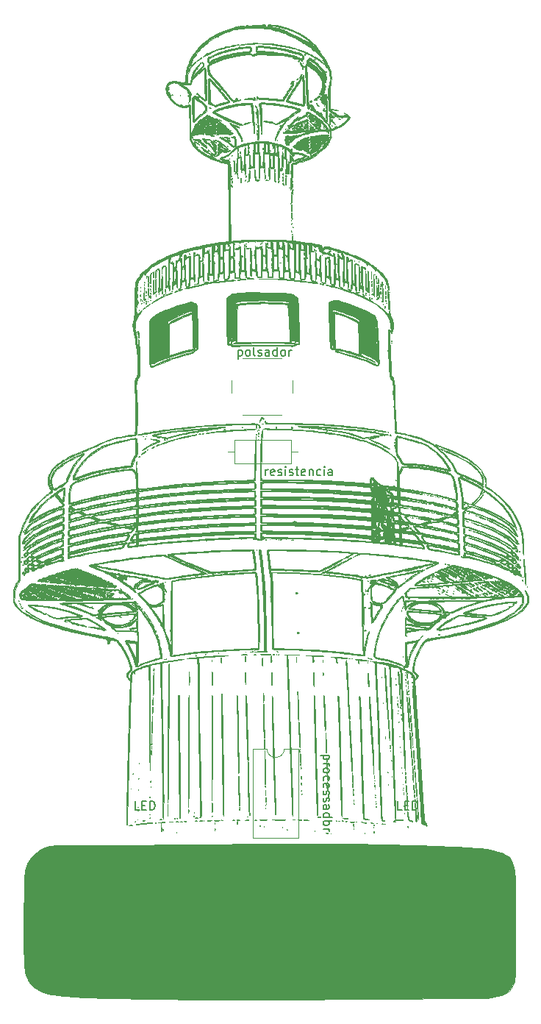
<source format=gbr>
G04 #@! TF.GenerationSoftware,KiCad,Pcbnew,5.0.2-bee76a0~70~ubuntu18.04.1*
G04 #@! TF.CreationDate,2019-03-10T18:19:13+01:00*
G04 #@! TF.ProjectId,robotac19,726f626f-7461-4633-9139-2e6b69636164,rev?*
G04 #@! TF.SameCoordinates,Original*
G04 #@! TF.FileFunction,Legend,Top*
G04 #@! TF.FilePolarity,Positive*
%FSLAX46Y46*%
G04 Gerber Fmt 4.6, Leading zero omitted, Abs format (unit mm)*
G04 Created by KiCad (PCBNEW 5.0.2-bee76a0~70~ubuntu18.04.1) date dom 10 mar 2019 18:19:13 CET*
%MOMM*%
%LPD*%
G01*
G04 APERTURE LIST*
%ADD10C,0.150000*%
%ADD11C,0.010000*%
%ADD12C,0.120000*%
G04 APERTURE END LIST*
D10*
X162714285Y-116940476D02*
X161714285Y-116940476D01*
X162666666Y-116940476D02*
X162714285Y-117035714D01*
X162714285Y-117226190D01*
X162666666Y-117321428D01*
X162619047Y-117369047D01*
X162523809Y-117416666D01*
X162238095Y-117416666D01*
X162142857Y-117369047D01*
X162095238Y-117321428D01*
X162047619Y-117226190D01*
X162047619Y-117035714D01*
X162095238Y-116940476D01*
X162047619Y-117845238D02*
X162714285Y-117845238D01*
X162523809Y-117845238D02*
X162619047Y-117892857D01*
X162666666Y-117940476D01*
X162714285Y-118035714D01*
X162714285Y-118130952D01*
X162047619Y-118607142D02*
X162095238Y-118511904D01*
X162142857Y-118464285D01*
X162238095Y-118416666D01*
X162523809Y-118416666D01*
X162619047Y-118464285D01*
X162666666Y-118511904D01*
X162714285Y-118607142D01*
X162714285Y-118750000D01*
X162666666Y-118845238D01*
X162619047Y-118892857D01*
X162523809Y-118940476D01*
X162238095Y-118940476D01*
X162142857Y-118892857D01*
X162095238Y-118845238D01*
X162047619Y-118750000D01*
X162047619Y-118607142D01*
X162095238Y-119797619D02*
X162047619Y-119702380D01*
X162047619Y-119511904D01*
X162095238Y-119416666D01*
X162142857Y-119369047D01*
X162238095Y-119321428D01*
X162523809Y-119321428D01*
X162619047Y-119369047D01*
X162666666Y-119416666D01*
X162714285Y-119511904D01*
X162714285Y-119702380D01*
X162666666Y-119797619D01*
X162095238Y-120607142D02*
X162047619Y-120511904D01*
X162047619Y-120321428D01*
X162095238Y-120226190D01*
X162190476Y-120178571D01*
X162571428Y-120178571D01*
X162666666Y-120226190D01*
X162714285Y-120321428D01*
X162714285Y-120511904D01*
X162666666Y-120607142D01*
X162571428Y-120654761D01*
X162476190Y-120654761D01*
X162380952Y-120178571D01*
X162095238Y-121035714D02*
X162047619Y-121130952D01*
X162047619Y-121321428D01*
X162095238Y-121416666D01*
X162190476Y-121464285D01*
X162238095Y-121464285D01*
X162333333Y-121416666D01*
X162380952Y-121321428D01*
X162380952Y-121178571D01*
X162428571Y-121083333D01*
X162523809Y-121035714D01*
X162571428Y-121035714D01*
X162666666Y-121083333D01*
X162714285Y-121178571D01*
X162714285Y-121321428D01*
X162666666Y-121416666D01*
X162095238Y-121845238D02*
X162047619Y-121940476D01*
X162047619Y-122130952D01*
X162095238Y-122226190D01*
X162190476Y-122273809D01*
X162238095Y-122273809D01*
X162333333Y-122226190D01*
X162380952Y-122130952D01*
X162380952Y-121988095D01*
X162428571Y-121892857D01*
X162523809Y-121845238D01*
X162571428Y-121845238D01*
X162666666Y-121892857D01*
X162714285Y-121988095D01*
X162714285Y-122130952D01*
X162666666Y-122226190D01*
X162047619Y-123130952D02*
X162571428Y-123130952D01*
X162666666Y-123083333D01*
X162714285Y-122988095D01*
X162714285Y-122797619D01*
X162666666Y-122702380D01*
X162095238Y-123130952D02*
X162047619Y-123035714D01*
X162047619Y-122797619D01*
X162095238Y-122702380D01*
X162190476Y-122654761D01*
X162285714Y-122654761D01*
X162380952Y-122702380D01*
X162428571Y-122797619D01*
X162428571Y-123035714D01*
X162476190Y-123130952D01*
X162047619Y-124035714D02*
X163047619Y-124035714D01*
X162095238Y-124035714D02*
X162047619Y-123940476D01*
X162047619Y-123750000D01*
X162095238Y-123654761D01*
X162142857Y-123607142D01*
X162238095Y-123559523D01*
X162523809Y-123559523D01*
X162619047Y-123607142D01*
X162666666Y-123654761D01*
X162714285Y-123750000D01*
X162714285Y-123940476D01*
X162666666Y-124035714D01*
X162047619Y-124654761D02*
X162095238Y-124559523D01*
X162142857Y-124511904D01*
X162238095Y-124464285D01*
X162523809Y-124464285D01*
X162619047Y-124511904D01*
X162666666Y-124559523D01*
X162714285Y-124654761D01*
X162714285Y-124797619D01*
X162666666Y-124892857D01*
X162619047Y-124940476D01*
X162523809Y-124988095D01*
X162238095Y-124988095D01*
X162142857Y-124940476D01*
X162095238Y-124892857D01*
X162047619Y-124797619D01*
X162047619Y-124654761D01*
X162047619Y-125416666D02*
X162714285Y-125416666D01*
X162523809Y-125416666D02*
X162619047Y-125464285D01*
X162666666Y-125511904D01*
X162714285Y-125607142D01*
X162714285Y-125702380D01*
X171107142Y-123202380D02*
X170630952Y-123202380D01*
X170630952Y-122202380D01*
X171440476Y-122678571D02*
X171773809Y-122678571D01*
X171916666Y-123202380D02*
X171440476Y-123202380D01*
X171440476Y-122202380D01*
X171916666Y-122202380D01*
X172345238Y-123202380D02*
X172345238Y-122202380D01*
X172583333Y-122202380D01*
X172726190Y-122250000D01*
X172821428Y-122345238D01*
X172869047Y-122440476D01*
X172916666Y-122630952D01*
X172916666Y-122773809D01*
X172869047Y-122964285D01*
X172821428Y-123059523D01*
X172726190Y-123154761D01*
X172583333Y-123202380D01*
X172345238Y-123202380D01*
X140857142Y-123202380D02*
X140380952Y-123202380D01*
X140380952Y-122202380D01*
X141190476Y-122678571D02*
X141523809Y-122678571D01*
X141666666Y-123202380D02*
X141190476Y-123202380D01*
X141190476Y-122202380D01*
X141666666Y-122202380D01*
X142095238Y-123202380D02*
X142095238Y-122202380D01*
X142333333Y-122202380D01*
X142476190Y-122250000D01*
X142571428Y-122345238D01*
X142619047Y-122440476D01*
X142666666Y-122630952D01*
X142666666Y-122773809D01*
X142619047Y-122964285D01*
X142571428Y-123059523D01*
X142476190Y-123154761D01*
X142333333Y-123202380D01*
X142095238Y-123202380D01*
X155416666Y-84702380D02*
X155416666Y-84035714D01*
X155416666Y-84226190D02*
X155464285Y-84130952D01*
X155511904Y-84083333D01*
X155607142Y-84035714D01*
X155702380Y-84035714D01*
X156416666Y-84654761D02*
X156321428Y-84702380D01*
X156130952Y-84702380D01*
X156035714Y-84654761D01*
X155988095Y-84559523D01*
X155988095Y-84178571D01*
X156035714Y-84083333D01*
X156130952Y-84035714D01*
X156321428Y-84035714D01*
X156416666Y-84083333D01*
X156464285Y-84178571D01*
X156464285Y-84273809D01*
X155988095Y-84369047D01*
X156845238Y-84654761D02*
X156940476Y-84702380D01*
X157130952Y-84702380D01*
X157226190Y-84654761D01*
X157273809Y-84559523D01*
X157273809Y-84511904D01*
X157226190Y-84416666D01*
X157130952Y-84369047D01*
X156988095Y-84369047D01*
X156892857Y-84321428D01*
X156845238Y-84226190D01*
X156845238Y-84178571D01*
X156892857Y-84083333D01*
X156988095Y-84035714D01*
X157130952Y-84035714D01*
X157226190Y-84083333D01*
X157702380Y-84702380D02*
X157702380Y-84035714D01*
X157702380Y-83702380D02*
X157654761Y-83750000D01*
X157702380Y-83797619D01*
X157750000Y-83750000D01*
X157702380Y-83702380D01*
X157702380Y-83797619D01*
X158130952Y-84654761D02*
X158226190Y-84702380D01*
X158416666Y-84702380D01*
X158511904Y-84654761D01*
X158559523Y-84559523D01*
X158559523Y-84511904D01*
X158511904Y-84416666D01*
X158416666Y-84369047D01*
X158273809Y-84369047D01*
X158178571Y-84321428D01*
X158130952Y-84226190D01*
X158130952Y-84178571D01*
X158178571Y-84083333D01*
X158273809Y-84035714D01*
X158416666Y-84035714D01*
X158511904Y-84083333D01*
X158845238Y-84035714D02*
X159226190Y-84035714D01*
X158988095Y-83702380D02*
X158988095Y-84559523D01*
X159035714Y-84654761D01*
X159130952Y-84702380D01*
X159226190Y-84702380D01*
X159940476Y-84654761D02*
X159845238Y-84702380D01*
X159654761Y-84702380D01*
X159559523Y-84654761D01*
X159511904Y-84559523D01*
X159511904Y-84178571D01*
X159559523Y-84083333D01*
X159654761Y-84035714D01*
X159845238Y-84035714D01*
X159940476Y-84083333D01*
X159988095Y-84178571D01*
X159988095Y-84273809D01*
X159511904Y-84369047D01*
X160416666Y-84035714D02*
X160416666Y-84702380D01*
X160416666Y-84130952D02*
X160464285Y-84083333D01*
X160559523Y-84035714D01*
X160702380Y-84035714D01*
X160797619Y-84083333D01*
X160845238Y-84178571D01*
X160845238Y-84702380D01*
X161750000Y-84654761D02*
X161654761Y-84702380D01*
X161464285Y-84702380D01*
X161369047Y-84654761D01*
X161321428Y-84607142D01*
X161273809Y-84511904D01*
X161273809Y-84226190D01*
X161321428Y-84130952D01*
X161369047Y-84083333D01*
X161464285Y-84035714D01*
X161654761Y-84035714D01*
X161750000Y-84083333D01*
X162178571Y-84702380D02*
X162178571Y-84035714D01*
X162178571Y-83702380D02*
X162130952Y-83750000D01*
X162178571Y-83797619D01*
X162226190Y-83750000D01*
X162178571Y-83702380D01*
X162178571Y-83797619D01*
X163083333Y-84702380D02*
X163083333Y-84178571D01*
X163035714Y-84083333D01*
X162940476Y-84035714D01*
X162750000Y-84035714D01*
X162654761Y-84083333D01*
X163083333Y-84654761D02*
X162988095Y-84702380D01*
X162750000Y-84702380D01*
X162654761Y-84654761D01*
X162607142Y-84559523D01*
X162607142Y-84464285D01*
X162654761Y-84369047D01*
X162750000Y-84321428D01*
X162988095Y-84321428D01*
X163083333Y-84273809D01*
X152250000Y-70285714D02*
X152250000Y-71285714D01*
X152250000Y-70333333D02*
X152345238Y-70285714D01*
X152535714Y-70285714D01*
X152630952Y-70333333D01*
X152678571Y-70380952D01*
X152726190Y-70476190D01*
X152726190Y-70761904D01*
X152678571Y-70857142D01*
X152630952Y-70904761D01*
X152535714Y-70952380D01*
X152345238Y-70952380D01*
X152250000Y-70904761D01*
X153297619Y-70952380D02*
X153202380Y-70904761D01*
X153154761Y-70857142D01*
X153107142Y-70761904D01*
X153107142Y-70476190D01*
X153154761Y-70380952D01*
X153202380Y-70333333D01*
X153297619Y-70285714D01*
X153440476Y-70285714D01*
X153535714Y-70333333D01*
X153583333Y-70380952D01*
X153630952Y-70476190D01*
X153630952Y-70761904D01*
X153583333Y-70857142D01*
X153535714Y-70904761D01*
X153440476Y-70952380D01*
X153297619Y-70952380D01*
X154202380Y-70952380D02*
X154107142Y-70904761D01*
X154059523Y-70809523D01*
X154059523Y-69952380D01*
X154535714Y-70904761D02*
X154630952Y-70952380D01*
X154821428Y-70952380D01*
X154916666Y-70904761D01*
X154964285Y-70809523D01*
X154964285Y-70761904D01*
X154916666Y-70666666D01*
X154821428Y-70619047D01*
X154678571Y-70619047D01*
X154583333Y-70571428D01*
X154535714Y-70476190D01*
X154535714Y-70428571D01*
X154583333Y-70333333D01*
X154678571Y-70285714D01*
X154821428Y-70285714D01*
X154916666Y-70333333D01*
X155821428Y-70952380D02*
X155821428Y-70428571D01*
X155773809Y-70333333D01*
X155678571Y-70285714D01*
X155488095Y-70285714D01*
X155392857Y-70333333D01*
X155821428Y-70904761D02*
X155726190Y-70952380D01*
X155488095Y-70952380D01*
X155392857Y-70904761D01*
X155345238Y-70809523D01*
X155345238Y-70714285D01*
X155392857Y-70619047D01*
X155488095Y-70571428D01*
X155726190Y-70571428D01*
X155821428Y-70523809D01*
X156726190Y-70952380D02*
X156726190Y-69952380D01*
X156726190Y-70904761D02*
X156630952Y-70952380D01*
X156440476Y-70952380D01*
X156345238Y-70904761D01*
X156297619Y-70857142D01*
X156250000Y-70761904D01*
X156250000Y-70476190D01*
X156297619Y-70380952D01*
X156345238Y-70333333D01*
X156440476Y-70285714D01*
X156630952Y-70285714D01*
X156726190Y-70333333D01*
X157345238Y-70952380D02*
X157250000Y-70904761D01*
X157202380Y-70857142D01*
X157154761Y-70761904D01*
X157154761Y-70476190D01*
X157202380Y-70380952D01*
X157250000Y-70333333D01*
X157345238Y-70285714D01*
X157488095Y-70285714D01*
X157583333Y-70333333D01*
X157630952Y-70380952D01*
X157678571Y-70476190D01*
X157678571Y-70761904D01*
X157630952Y-70857142D01*
X157583333Y-70904761D01*
X157488095Y-70952380D01*
X157345238Y-70952380D01*
X158107142Y-70952380D02*
X158107142Y-70285714D01*
X158107142Y-70476190D02*
X158154761Y-70380952D01*
X158202380Y-70333333D01*
X158297619Y-70285714D01*
X158392857Y-70285714D01*
D11*
G04 #@! TO.C,*
G36*
X161337531Y-41432889D02*
X161311389Y-41480308D01*
X161307666Y-41484834D01*
X161232822Y-41538766D01*
X161191466Y-41548334D01*
X161150802Y-41536778D01*
X161176943Y-41489359D01*
X161180666Y-41484834D01*
X161255510Y-41430901D01*
X161296866Y-41421334D01*
X161337531Y-41432889D01*
X161337531Y-41432889D01*
G37*
X161337531Y-41432889D02*
X161311389Y-41480308D01*
X161307666Y-41484834D01*
X161232822Y-41538766D01*
X161191466Y-41548334D01*
X161150802Y-41536778D01*
X161176943Y-41489359D01*
X161180666Y-41484834D01*
X161255510Y-41430901D01*
X161296866Y-41421334D01*
X161337531Y-41432889D01*
G36*
X161633809Y-41049941D02*
X161646333Y-41105003D01*
X161617493Y-41145355D01*
X161583050Y-41140392D01*
X161516407Y-41155709D01*
X161405833Y-41228463D01*
X161283305Y-41332221D01*
X161138932Y-41458863D01*
X161043990Y-41527461D01*
X160990352Y-41542064D01*
X160969891Y-41506719D01*
X160969000Y-41488776D01*
X161000398Y-41432623D01*
X161081741Y-41344906D01*
X161193751Y-41242810D01*
X161317149Y-41143522D01*
X161432656Y-41064227D01*
X161467291Y-41044567D01*
X161571195Y-41015037D01*
X161633809Y-41049941D01*
X161633809Y-41049941D01*
G37*
X161633809Y-41049941D02*
X161646333Y-41105003D01*
X161617493Y-41145355D01*
X161583050Y-41140392D01*
X161516407Y-41155709D01*
X161405833Y-41228463D01*
X161283305Y-41332221D01*
X161138932Y-41458863D01*
X161043990Y-41527461D01*
X160990352Y-41542064D01*
X160969891Y-41506719D01*
X160969000Y-41488776D01*
X161000398Y-41432623D01*
X161081741Y-41344906D01*
X161193751Y-41242810D01*
X161317149Y-41143522D01*
X161432656Y-41064227D01*
X161467291Y-41044567D01*
X161571195Y-41015037D01*
X161633809Y-41049941D01*
G36*
X160616222Y-41562445D02*
X160614491Y-41609572D01*
X160571880Y-41671961D01*
X160515332Y-41714191D01*
X160498149Y-41717667D01*
X160461416Y-41686067D01*
X160461000Y-41680517D01*
X160488749Y-41625291D01*
X160548385Y-41575082D01*
X160604489Y-41556831D01*
X160616222Y-41562445D01*
X160616222Y-41562445D01*
G37*
X160616222Y-41562445D02*
X160614491Y-41609572D01*
X160571880Y-41671961D01*
X160515332Y-41714191D01*
X160498149Y-41717667D01*
X160461416Y-41686067D01*
X160461000Y-41680517D01*
X160488749Y-41625291D01*
X160548385Y-41575082D01*
X160604489Y-41556831D01*
X160616222Y-41562445D01*
G36*
X160708309Y-41613160D02*
X160711634Y-41661528D01*
X160684774Y-41726156D01*
X160664200Y-41751534D01*
X160596723Y-41799219D01*
X160567164Y-41783992D01*
X160586738Y-41720025D01*
X160640547Y-41641807D01*
X160672894Y-41611693D01*
X160708309Y-41613160D01*
X160708309Y-41613160D01*
G37*
X160708309Y-41613160D02*
X160711634Y-41661528D01*
X160684774Y-41726156D01*
X160664200Y-41751534D01*
X160596723Y-41799219D01*
X160567164Y-41783992D01*
X160586738Y-41720025D01*
X160640547Y-41641807D01*
X160672894Y-41611693D01*
X160708309Y-41613160D01*
G36*
X161328833Y-41844667D02*
X161331910Y-41914848D01*
X161317222Y-41936711D01*
X161265327Y-41951903D01*
X161244166Y-41929334D01*
X161241089Y-41859152D01*
X161255777Y-41837290D01*
X161307672Y-41822097D01*
X161328833Y-41844667D01*
X161328833Y-41844667D01*
G37*
X161328833Y-41844667D02*
X161331910Y-41914848D01*
X161317222Y-41936711D01*
X161265327Y-41951903D01*
X161244166Y-41929334D01*
X161241089Y-41859152D01*
X161255777Y-41837290D01*
X161307672Y-41822097D01*
X161328833Y-41844667D01*
G36*
X162182555Y-42155111D02*
X162187622Y-42205351D01*
X162182555Y-42211556D01*
X162157388Y-42205745D01*
X162154333Y-42183334D01*
X162169822Y-42148488D01*
X162182555Y-42155111D01*
X162182555Y-42155111D01*
G37*
X162182555Y-42155111D02*
X162187622Y-42205351D01*
X162182555Y-42211556D01*
X162157388Y-42205745D01*
X162154333Y-42183334D01*
X162169822Y-42148488D01*
X162182555Y-42155111D01*
G36*
X161376982Y-42032388D02*
X161466768Y-42095747D01*
X161498166Y-42121146D01*
X161565056Y-42188411D01*
X161562831Y-42218108D01*
X161499332Y-42207973D01*
X161382399Y-42155746D01*
X161380923Y-42154970D01*
X161306911Y-42101460D01*
X161287075Y-42055728D01*
X161288172Y-42053628D01*
X161323816Y-42020395D01*
X161376982Y-42032388D01*
X161376982Y-42032388D01*
G37*
X161376982Y-42032388D02*
X161466768Y-42095747D01*
X161498166Y-42121146D01*
X161565056Y-42188411D01*
X161562831Y-42218108D01*
X161499332Y-42207973D01*
X161382399Y-42155746D01*
X161380923Y-42154970D01*
X161306911Y-42101460D01*
X161287075Y-42055728D01*
X161288172Y-42053628D01*
X161323816Y-42020395D01*
X161376982Y-42032388D01*
G36*
X162158386Y-42412350D02*
X162177760Y-42453671D01*
X162183323Y-42561445D01*
X162120375Y-42645974D01*
X162023009Y-42681995D01*
X161955513Y-42684666D01*
X161962138Y-42660824D01*
X161985808Y-42639661D01*
X162052614Y-42559516D01*
X162097748Y-42479667D01*
X162134198Y-42409631D01*
X162158386Y-42412350D01*
X162158386Y-42412350D01*
G37*
X162158386Y-42412350D02*
X162177760Y-42453671D01*
X162183323Y-42561445D01*
X162120375Y-42645974D01*
X162023009Y-42681995D01*
X161955513Y-42684666D01*
X161962138Y-42660824D01*
X161985808Y-42639661D01*
X162052614Y-42559516D01*
X162097748Y-42479667D01*
X162134198Y-42409631D01*
X162158386Y-42412350D01*
G36*
X148000888Y-43933111D02*
X148005955Y-43983351D01*
X148000888Y-43989556D01*
X147975721Y-43983745D01*
X147972666Y-43961334D01*
X147988155Y-43926488D01*
X148000888Y-43933111D01*
X148000888Y-43933111D01*
G37*
X148000888Y-43933111D02*
X148005955Y-43983351D01*
X148000888Y-43989556D01*
X147975721Y-43983745D01*
X147972666Y-43961334D01*
X147988155Y-43926488D01*
X148000888Y-43933111D01*
G36*
X162105840Y-44655811D02*
X162179096Y-44726562D01*
X162190581Y-44758908D01*
X162155822Y-44765667D01*
X162107340Y-44732315D01*
X162064996Y-44670417D01*
X162033120Y-44605863D01*
X162045910Y-44604263D01*
X162105840Y-44655811D01*
X162105840Y-44655811D01*
G37*
X162105840Y-44655811D02*
X162179096Y-44726562D01*
X162190581Y-44758908D01*
X162155822Y-44765667D01*
X162107340Y-44732315D01*
X162064996Y-44670417D01*
X162033120Y-44605863D01*
X162045910Y-44604263D01*
X162105840Y-44655811D01*
G36*
X155930103Y-47337881D02*
X155931333Y-47348000D01*
X155899118Y-47389103D01*
X155889000Y-47390334D01*
X155847896Y-47358119D01*
X155846666Y-47348000D01*
X155878881Y-47306897D01*
X155889000Y-47305667D01*
X155930103Y-47337881D01*
X155930103Y-47337881D01*
G37*
X155930103Y-47337881D02*
X155931333Y-47348000D01*
X155899118Y-47389103D01*
X155889000Y-47390334D01*
X155847896Y-47358119D01*
X155846666Y-47348000D01*
X155878881Y-47306897D01*
X155889000Y-47305667D01*
X155930103Y-47337881D01*
G36*
X140817103Y-86750215D02*
X140818333Y-86760334D01*
X140786118Y-86801437D01*
X140776000Y-86802667D01*
X140734896Y-86770452D01*
X140733666Y-86760334D01*
X140765881Y-86719230D01*
X140776000Y-86718000D01*
X140817103Y-86750215D01*
X140817103Y-86750215D01*
G37*
X140817103Y-86750215D02*
X140818333Y-86760334D01*
X140786118Y-86801437D01*
X140776000Y-86802667D01*
X140734896Y-86770452D01*
X140733666Y-86760334D01*
X140765881Y-86719230D01*
X140776000Y-86718000D01*
X140817103Y-86750215D01*
G36*
X172367250Y-86351297D02*
X172372568Y-86366748D01*
X172314333Y-86372649D01*
X172254235Y-86365997D01*
X172261416Y-86351297D01*
X172348087Y-86345706D01*
X172367250Y-86351297D01*
X172367250Y-86351297D01*
G37*
X172367250Y-86351297D02*
X172372568Y-86366748D01*
X172314333Y-86372649D01*
X172254235Y-86365997D01*
X172261416Y-86351297D01*
X172348087Y-86345706D01*
X172367250Y-86351297D01*
G36*
X172511888Y-86393445D02*
X172506077Y-86418612D01*
X172483666Y-86421667D01*
X172448821Y-86406178D01*
X172455444Y-86393445D01*
X172505684Y-86388378D01*
X172511888Y-86393445D01*
X172511888Y-86393445D01*
G37*
X172511888Y-86393445D02*
X172506077Y-86418612D01*
X172483666Y-86421667D01*
X172448821Y-86406178D01*
X172455444Y-86393445D01*
X172505684Y-86388378D01*
X172511888Y-86393445D01*
G36*
X173319750Y-87777798D02*
X173427016Y-87806433D01*
X173577227Y-87840762D01*
X173679583Y-87861824D01*
X173809680Y-87893379D01*
X173898003Y-87926522D01*
X173923000Y-87948703D01*
X173920928Y-87971251D01*
X173902957Y-87980032D01*
X173851448Y-87973226D01*
X173748764Y-87949012D01*
X173626666Y-87918105D01*
X173478965Y-87881145D01*
X173351849Y-87850305D01*
X173298583Y-87838000D01*
X173224337Y-87807465D01*
X173203333Y-87779204D01*
X173237995Y-87762371D01*
X173319750Y-87777798D01*
X173319750Y-87777798D01*
G37*
X173319750Y-87777798D02*
X173427016Y-87806433D01*
X173577227Y-87840762D01*
X173679583Y-87861824D01*
X173809680Y-87893379D01*
X173898003Y-87926522D01*
X173923000Y-87948703D01*
X173920928Y-87971251D01*
X173902957Y-87980032D01*
X173851448Y-87973226D01*
X173748764Y-87949012D01*
X173626666Y-87918105D01*
X173478965Y-87881145D01*
X173351849Y-87850305D01*
X173298583Y-87838000D01*
X173224337Y-87807465D01*
X173203333Y-87779204D01*
X173237995Y-87762371D01*
X173319750Y-87777798D01*
G36*
X174344715Y-87957259D02*
X174388270Y-87984786D01*
X174388666Y-87988000D01*
X174355219Y-88023004D01*
X174277291Y-88025317D01*
X174188501Y-87994938D01*
X174177000Y-87988000D01*
X174152255Y-87959891D01*
X174199765Y-87947776D01*
X174251083Y-87946315D01*
X174344715Y-87957259D01*
X174344715Y-87957259D01*
G37*
X174344715Y-87957259D02*
X174388270Y-87984786D01*
X174388666Y-87988000D01*
X174355219Y-88023004D01*
X174277291Y-88025317D01*
X174188501Y-87994938D01*
X174177000Y-87988000D01*
X174152255Y-87959891D01*
X174199765Y-87947776D01*
X174251083Y-87946315D01*
X174344715Y-87957259D01*
G36*
X174854236Y-88103027D02*
X175027901Y-88126165D01*
X175270763Y-88164054D01*
X175315701Y-88171476D01*
X175493125Y-88204693D01*
X175640052Y-88239091D01*
X175735465Y-88269412D01*
X175758085Y-88282152D01*
X175776797Y-88304943D01*
X175771131Y-88317442D01*
X175730870Y-88318324D01*
X175645793Y-88306263D01*
X175505683Y-88279933D01*
X175300320Y-88238007D01*
X175108333Y-88197844D01*
X174899813Y-88151835D01*
X174772557Y-88119042D01*
X174724151Y-88099772D01*
X174752182Y-88094331D01*
X174854236Y-88103027D01*
X174854236Y-88103027D01*
G37*
X174854236Y-88103027D02*
X175027901Y-88126165D01*
X175270763Y-88164054D01*
X175315701Y-88171476D01*
X175493125Y-88204693D01*
X175640052Y-88239091D01*
X175735465Y-88269412D01*
X175758085Y-88282152D01*
X175776797Y-88304943D01*
X175771131Y-88317442D01*
X175730870Y-88318324D01*
X175645793Y-88306263D01*
X175505683Y-88279933D01*
X175300320Y-88238007D01*
X175108333Y-88197844D01*
X174899813Y-88151835D01*
X174772557Y-88119042D01*
X174724151Y-88099772D01*
X174752182Y-88094331D01*
X174854236Y-88103027D01*
G36*
X176254413Y-88381044D02*
X176293615Y-88410141D01*
X176293666Y-88411334D01*
X176257516Y-88443433D01*
X176190331Y-88453667D01*
X176100695Y-88438058D01*
X176060833Y-88411334D01*
X176077375Y-88381352D01*
X176159738Y-88369021D01*
X176164168Y-88369000D01*
X176254413Y-88381044D01*
X176254413Y-88381044D01*
G37*
X176254413Y-88381044D02*
X176293615Y-88410141D01*
X176293666Y-88411334D01*
X176257516Y-88443433D01*
X176190331Y-88453667D01*
X176100695Y-88438058D01*
X176060833Y-88411334D01*
X176077375Y-88381352D01*
X176159738Y-88369021D01*
X176164168Y-88369000D01*
X176254413Y-88381044D01*
G36*
X173699868Y-88512757D02*
X173687242Y-88531998D01*
X173644305Y-88534991D01*
X173599134Y-88524653D01*
X173618729Y-88509415D01*
X173684891Y-88504368D01*
X173699868Y-88512757D01*
X173699868Y-88512757D01*
G37*
X173699868Y-88512757D02*
X173687242Y-88531998D01*
X173644305Y-88534991D01*
X173599134Y-88524653D01*
X173618729Y-88509415D01*
X173684891Y-88504368D01*
X173699868Y-88512757D01*
G36*
X169929555Y-90626778D02*
X169934622Y-90677018D01*
X169929555Y-90683222D01*
X169904388Y-90677411D01*
X169901333Y-90655000D01*
X169916822Y-90620155D01*
X169929555Y-90626778D01*
X169929555Y-90626778D01*
G37*
X169929555Y-90626778D02*
X169934622Y-90677018D01*
X169929555Y-90683222D01*
X169904388Y-90677411D01*
X169901333Y-90655000D01*
X169916822Y-90620155D01*
X169929555Y-90626778D01*
G36*
X141622666Y-97280167D02*
X141601500Y-97301334D01*
X141580333Y-97280167D01*
X141601500Y-97259000D01*
X141622666Y-97280167D01*
X141622666Y-97280167D01*
G37*
X141622666Y-97280167D02*
X141601500Y-97301334D01*
X141580333Y-97280167D01*
X141601500Y-97259000D01*
X141622666Y-97280167D01*
G36*
X139361032Y-96591922D02*
X139372903Y-96650880D01*
X139364391Y-96685674D01*
X139319556Y-96730436D01*
X139250859Y-96749910D01*
X139191993Y-96741323D01*
X139176651Y-96701900D01*
X139176908Y-96701108D01*
X139223120Y-96638008D01*
X139294303Y-96592789D01*
X139354138Y-96586987D01*
X139361032Y-96591922D01*
X139361032Y-96591922D01*
G37*
X139361032Y-96591922D02*
X139372903Y-96650880D01*
X139364391Y-96685674D01*
X139319556Y-96730436D01*
X139250859Y-96749910D01*
X139191993Y-96741323D01*
X139176651Y-96701900D01*
X139176908Y-96701108D01*
X139223120Y-96638008D01*
X139294303Y-96592789D01*
X139354138Y-96586987D01*
X139361032Y-96591922D01*
G36*
X127384281Y-98428083D02*
X127377500Y-98444334D01*
X127321420Y-98485086D01*
X127309003Y-98486667D01*
X127286051Y-98460584D01*
X127292833Y-98444334D01*
X127348912Y-98403581D01*
X127361330Y-98402000D01*
X127384281Y-98428083D01*
X127384281Y-98428083D01*
G37*
X127384281Y-98428083D02*
X127377500Y-98444334D01*
X127321420Y-98485086D01*
X127309003Y-98486667D01*
X127286051Y-98460584D01*
X127292833Y-98444334D01*
X127348912Y-98403581D01*
X127361330Y-98402000D01*
X127384281Y-98428083D01*
G36*
X134722333Y-97957500D02*
X134701166Y-97978667D01*
X134680000Y-97957500D01*
X134701166Y-97936334D01*
X134722333Y-97957500D01*
X134722333Y-97957500D01*
G37*
X134722333Y-97957500D02*
X134701166Y-97978667D01*
X134680000Y-97957500D01*
X134701166Y-97936334D01*
X134722333Y-97957500D01*
G36*
X136669666Y-98211500D02*
X136648500Y-98232667D01*
X136627333Y-98211500D01*
X136648500Y-98190334D01*
X136669666Y-98211500D01*
X136669666Y-98211500D01*
G37*
X136669666Y-98211500D02*
X136648500Y-98232667D01*
X136627333Y-98211500D01*
X136648500Y-98190334D01*
X136669666Y-98211500D01*
G36*
X135586292Y-97803065D02*
X135573723Y-97856402D01*
X135490105Y-97944943D01*
X135333800Y-98070270D01*
X135234565Y-98142471D01*
X135090856Y-98236621D01*
X135006945Y-98271836D01*
X134982078Y-98248358D01*
X134988680Y-98222084D01*
X135037414Y-98180494D01*
X135058854Y-98180799D01*
X135090687Y-98168520D01*
X135085111Y-98152766D01*
X135100852Y-98106085D01*
X135115262Y-98090265D01*
X135188000Y-98090265D01*
X135217976Y-98082540D01*
X135292286Y-98036832D01*
X135315000Y-98021000D01*
X135397884Y-97956819D01*
X135440483Y-97913743D01*
X135442000Y-97909402D01*
X135412023Y-97917127D01*
X135337713Y-97962835D01*
X135315000Y-97978667D01*
X135232115Y-98042848D01*
X135189516Y-98085924D01*
X135188000Y-98090265D01*
X135115262Y-98090265D01*
X135168428Y-98031899D01*
X135219548Y-97988509D01*
X135389626Y-97865194D01*
X135510278Y-97799953D01*
X135577929Y-97794594D01*
X135586292Y-97803065D01*
X135586292Y-97803065D01*
G37*
X135586292Y-97803065D02*
X135573723Y-97856402D01*
X135490105Y-97944943D01*
X135333800Y-98070270D01*
X135234565Y-98142471D01*
X135090856Y-98236621D01*
X135006945Y-98271836D01*
X134982078Y-98248358D01*
X134988680Y-98222084D01*
X135037414Y-98180494D01*
X135058854Y-98180799D01*
X135090687Y-98168520D01*
X135085111Y-98152766D01*
X135100852Y-98106085D01*
X135115262Y-98090265D01*
X135188000Y-98090265D01*
X135217976Y-98082540D01*
X135292286Y-98036832D01*
X135315000Y-98021000D01*
X135397884Y-97956819D01*
X135440483Y-97913743D01*
X135442000Y-97909402D01*
X135412023Y-97917127D01*
X135337713Y-97962835D01*
X135315000Y-97978667D01*
X135232115Y-98042848D01*
X135189516Y-98085924D01*
X135188000Y-98090265D01*
X135115262Y-98090265D01*
X135168428Y-98031899D01*
X135219548Y-97988509D01*
X135389626Y-97865194D01*
X135510278Y-97799953D01*
X135577929Y-97794594D01*
X135586292Y-97803065D01*
G36*
X132350103Y-98040044D02*
X132334542Y-98089815D01*
X132320361Y-98141806D01*
X132349305Y-98124362D01*
X132357625Y-98116250D01*
X132422310Y-98069766D01*
X132458643Y-98070444D01*
X132445518Y-98114590D01*
X132434016Y-98129625D01*
X132360543Y-98194923D01*
X132265064Y-98253735D01*
X132177213Y-98290540D01*
X132127117Y-98290340D01*
X132118566Y-98229821D01*
X132172952Y-98149191D01*
X132255938Y-98081772D01*
X132329925Y-98036246D01*
X132350103Y-98040044D01*
X132350103Y-98040044D01*
G37*
X132350103Y-98040044D02*
X132334542Y-98089815D01*
X132320361Y-98141806D01*
X132349305Y-98124362D01*
X132357625Y-98116250D01*
X132422310Y-98069766D01*
X132458643Y-98070444D01*
X132445518Y-98114590D01*
X132434016Y-98129625D01*
X132360543Y-98194923D01*
X132265064Y-98253735D01*
X132177213Y-98290540D01*
X132127117Y-98290340D01*
X132118566Y-98229821D01*
X132172952Y-98149191D01*
X132255938Y-98081772D01*
X132329925Y-98036246D01*
X132350103Y-98040044D01*
G36*
X137002470Y-98118772D02*
X137008333Y-98140621D01*
X136978249Y-98195168D01*
X136908430Y-98268469D01*
X136829528Y-98332218D01*
X136772771Y-98358144D01*
X136775709Y-98333527D01*
X136830629Y-98273671D01*
X136860166Y-98247148D01*
X136987166Y-98137674D01*
X136648500Y-98325228D01*
X136767277Y-98215447D01*
X136867200Y-98140606D01*
X136952281Y-98106307D01*
X137002470Y-98118772D01*
X137002470Y-98118772D01*
G37*
X137002470Y-98118772D02*
X137008333Y-98140621D01*
X136978249Y-98195168D01*
X136908430Y-98268469D01*
X136829528Y-98332218D01*
X136772771Y-98358144D01*
X136775709Y-98333527D01*
X136830629Y-98273671D01*
X136860166Y-98247148D01*
X136987166Y-98137674D01*
X136648500Y-98325228D01*
X136767277Y-98215447D01*
X136867200Y-98140606D01*
X136952281Y-98106307D01*
X137002470Y-98118772D01*
G36*
X136982314Y-98304455D02*
X136935920Y-98352100D01*
X136871264Y-98412311D01*
X136786599Y-98499813D01*
X136741788Y-98565260D01*
X136740736Y-98585959D01*
X136797411Y-98613104D01*
X136829487Y-98586038D01*
X136828416Y-98566042D01*
X136847632Y-98509831D01*
X136860166Y-98502635D01*
X136892133Y-98527614D01*
X136911076Y-98609744D01*
X136911379Y-98613760D01*
X136903306Y-98707423D01*
X136869045Y-98733892D01*
X136793160Y-98724180D01*
X136681798Y-98710235D01*
X136680250Y-98710043D01*
X136586616Y-98689889D01*
X136543062Y-98663697D01*
X136542666Y-98661238D01*
X136574152Y-98608099D01*
X136654245Y-98526818D01*
X136761396Y-98436653D01*
X136874057Y-98356862D01*
X136902500Y-98339666D01*
X136970245Y-98302470D01*
X136982314Y-98304455D01*
X136982314Y-98304455D01*
G37*
X136982314Y-98304455D02*
X136935920Y-98352100D01*
X136871264Y-98412311D01*
X136786599Y-98499813D01*
X136741788Y-98565260D01*
X136740736Y-98585959D01*
X136797411Y-98613104D01*
X136829487Y-98586038D01*
X136828416Y-98566042D01*
X136847632Y-98509831D01*
X136860166Y-98502635D01*
X136892133Y-98527614D01*
X136911076Y-98609744D01*
X136911379Y-98613760D01*
X136903306Y-98707423D01*
X136869045Y-98733892D01*
X136793160Y-98724180D01*
X136681798Y-98710235D01*
X136680250Y-98710043D01*
X136586616Y-98689889D01*
X136543062Y-98663697D01*
X136542666Y-98661238D01*
X136574152Y-98608099D01*
X136654245Y-98526818D01*
X136761396Y-98436653D01*
X136874057Y-98356862D01*
X136902500Y-98339666D01*
X136970245Y-98302470D01*
X136982314Y-98304455D01*
G36*
X135255861Y-98498084D02*
X135255680Y-98548706D01*
X135225782Y-98598019D01*
X135193506Y-98641202D01*
X135209661Y-98644286D01*
X135286373Y-98607260D01*
X135304416Y-98597955D01*
X135404784Y-98551795D01*
X135436768Y-98550182D01*
X135401401Y-98589190D01*
X135299715Y-98664890D01*
X135284006Y-98675641D01*
X135157784Y-98754279D01*
X135087450Y-98777785D01*
X135065369Y-98747008D01*
X135073073Y-98699068D01*
X135079100Y-98640924D01*
X135037199Y-98646649D01*
X135014511Y-98658224D01*
X134951619Y-98677858D01*
X134934000Y-98664156D01*
X134967802Y-98620201D01*
X135048418Y-98566427D01*
X135144664Y-98518923D01*
X135225353Y-98493781D01*
X135255861Y-98498084D01*
X135255861Y-98498084D01*
G37*
X135255861Y-98498084D02*
X135255680Y-98548706D01*
X135225782Y-98598019D01*
X135193506Y-98641202D01*
X135209661Y-98644286D01*
X135286373Y-98607260D01*
X135304416Y-98597955D01*
X135404784Y-98551795D01*
X135436768Y-98550182D01*
X135401401Y-98589190D01*
X135299715Y-98664890D01*
X135284006Y-98675641D01*
X135157784Y-98754279D01*
X135087450Y-98777785D01*
X135065369Y-98747008D01*
X135073073Y-98699068D01*
X135079100Y-98640924D01*
X135037199Y-98646649D01*
X135014511Y-98658224D01*
X134951619Y-98677858D01*
X134934000Y-98664156D01*
X134967802Y-98620201D01*
X135048418Y-98566427D01*
X135144664Y-98518923D01*
X135225353Y-98493781D01*
X135255861Y-98498084D01*
G36*
X132045364Y-98345359D02*
X132043170Y-98417052D01*
X132001070Y-98489775D01*
X131934678Y-98549586D01*
X131825602Y-98625218D01*
X131701144Y-98700261D01*
X131588608Y-98758305D01*
X131515297Y-98782940D01*
X131513192Y-98783000D01*
X131483110Y-98752600D01*
X131488098Y-98723651D01*
X131536426Y-98657395D01*
X131567117Y-98627441D01*
X131646204Y-98627441D01*
X131654357Y-98655194D01*
X131663914Y-98656000D01*
X131713023Y-98627476D01*
X131792384Y-98555857D01*
X131825163Y-98521782D01*
X131949500Y-98387565D01*
X131813196Y-98481420D01*
X131701657Y-98566585D01*
X131646204Y-98627441D01*
X131567117Y-98627441D01*
X131629681Y-98566380D01*
X131745247Y-98468958D01*
X131860510Y-98383478D01*
X131952855Y-98328290D01*
X131988844Y-98317334D01*
X132045364Y-98345359D01*
X132045364Y-98345359D01*
G37*
X132045364Y-98345359D02*
X132043170Y-98417052D01*
X132001070Y-98489775D01*
X131934678Y-98549586D01*
X131825602Y-98625218D01*
X131701144Y-98700261D01*
X131588608Y-98758305D01*
X131515297Y-98782940D01*
X131513192Y-98783000D01*
X131483110Y-98752600D01*
X131488098Y-98723651D01*
X131536426Y-98657395D01*
X131567117Y-98627441D01*
X131646204Y-98627441D01*
X131654357Y-98655194D01*
X131663914Y-98656000D01*
X131713023Y-98627476D01*
X131792384Y-98555857D01*
X131825163Y-98521782D01*
X131949500Y-98387565D01*
X131813196Y-98481420D01*
X131701657Y-98566585D01*
X131646204Y-98627441D01*
X131567117Y-98627441D01*
X131629681Y-98566380D01*
X131745247Y-98468958D01*
X131860510Y-98383478D01*
X131952855Y-98328290D01*
X131988844Y-98317334D01*
X132045364Y-98345359D01*
G36*
X138563201Y-98799757D02*
X138550575Y-98818998D01*
X138507638Y-98821991D01*
X138462467Y-98811653D01*
X138482062Y-98796415D01*
X138548224Y-98791368D01*
X138563201Y-98799757D01*
X138563201Y-98799757D01*
G37*
X138563201Y-98799757D02*
X138550575Y-98818998D01*
X138507638Y-98821991D01*
X138462467Y-98811653D01*
X138482062Y-98796415D01*
X138548224Y-98791368D01*
X138563201Y-98799757D01*
G36*
X169553425Y-97361284D02*
X169621530Y-97397082D01*
X169650284Y-97434544D01*
X169646043Y-97443734D01*
X169599099Y-97440126D01*
X169520269Y-97405203D01*
X169463007Y-97363881D01*
X169474980Y-97345917D01*
X169478000Y-97345815D01*
X169553425Y-97361284D01*
X169553425Y-97361284D01*
G37*
X169553425Y-97361284D02*
X169621530Y-97397082D01*
X169650284Y-97434544D01*
X169646043Y-97443734D01*
X169599099Y-97440126D01*
X169520269Y-97405203D01*
X169463007Y-97363881D01*
X169474980Y-97345917D01*
X169478000Y-97345815D01*
X169553425Y-97361284D01*
G36*
X170239514Y-97588086D02*
X170240000Y-97597667D01*
X170207456Y-97638373D01*
X170195168Y-97640000D01*
X170169885Y-97614065D01*
X170176500Y-97597667D01*
X170214541Y-97557282D01*
X170221331Y-97555334D01*
X170239514Y-97588086D01*
X170239514Y-97588086D01*
G37*
X170239514Y-97588086D02*
X170240000Y-97597667D01*
X170207456Y-97638373D01*
X170195168Y-97640000D01*
X170169885Y-97614065D01*
X170176500Y-97597667D01*
X170214541Y-97557282D01*
X170221331Y-97555334D01*
X170239514Y-97588086D01*
G36*
X159012678Y-98143245D02*
X159019300Y-98146734D01*
X159083566Y-98201821D01*
X159095057Y-98246116D01*
X159043039Y-98290285D01*
X158951912Y-98309246D01*
X158864645Y-98298580D01*
X158830155Y-98273364D01*
X158831781Y-98208221D01*
X158863552Y-98160972D01*
X158930716Y-98120207D01*
X159012678Y-98143245D01*
X159012678Y-98143245D01*
G37*
X159012678Y-98143245D02*
X159019300Y-98146734D01*
X159083566Y-98201821D01*
X159095057Y-98246116D01*
X159043039Y-98290285D01*
X158951912Y-98309246D01*
X158864645Y-98298580D01*
X158830155Y-98273364D01*
X158831781Y-98208221D01*
X158863552Y-98160972D01*
X158930716Y-98120207D01*
X159012678Y-98143245D01*
G36*
X166472333Y-101259500D02*
X166451166Y-101280667D01*
X166430000Y-101259500D01*
X166451166Y-101238334D01*
X166472333Y-101259500D01*
X166472333Y-101259500D01*
G37*
X166472333Y-101259500D02*
X166451166Y-101280667D01*
X166430000Y-101259500D01*
X166451166Y-101238334D01*
X166472333Y-101259500D01*
G36*
X159212043Y-102744970D02*
X159253617Y-102812283D01*
X159254500Y-102826413D01*
X159221541Y-102896780D01*
X159145509Y-102925214D01*
X159060668Y-102904239D01*
X159028023Y-102875826D01*
X159002308Y-102813321D01*
X159040277Y-102764455D01*
X159130601Y-102726040D01*
X159212043Y-102744970D01*
X159212043Y-102744970D01*
G37*
X159212043Y-102744970D02*
X159253617Y-102812283D01*
X159254500Y-102826413D01*
X159221541Y-102896780D01*
X159145509Y-102925214D01*
X159060668Y-102904239D01*
X159028023Y-102875826D01*
X159002308Y-102813321D01*
X159040277Y-102764455D01*
X159130601Y-102726040D01*
X159212043Y-102744970D01*
G36*
X135399666Y-99820167D02*
X135378500Y-99841334D01*
X135357333Y-99820167D01*
X135378500Y-99799000D01*
X135399666Y-99820167D01*
X135399666Y-99820167D01*
G37*
X135399666Y-99820167D02*
X135378500Y-99841334D01*
X135357333Y-99820167D01*
X135378500Y-99799000D01*
X135399666Y-99820167D01*
G36*
X138601094Y-100955255D02*
X138617000Y-100963167D01*
X138702690Y-101012771D01*
X138743455Y-101046779D01*
X138744000Y-101048921D01*
X138733416Y-101065658D01*
X138690623Y-101050403D01*
X138606416Y-101019797D01*
X138523104Y-100977271D01*
X138490000Y-100937385D01*
X138522141Y-100927552D01*
X138601094Y-100955255D01*
X138601094Y-100955255D01*
G37*
X138601094Y-100955255D02*
X138617000Y-100963167D01*
X138702690Y-101012771D01*
X138743455Y-101046779D01*
X138744000Y-101048921D01*
X138733416Y-101065658D01*
X138690623Y-101050403D01*
X138606416Y-101019797D01*
X138523104Y-100977271D01*
X138490000Y-100937385D01*
X138522141Y-100927552D01*
X138601094Y-100955255D01*
G36*
X139760000Y-101353067D02*
X139828390Y-101377643D01*
X139844666Y-101391438D01*
X139809041Y-101404647D01*
X139760000Y-101407667D01*
X139691184Y-101391583D01*
X139675333Y-101369297D01*
X139709046Y-101347521D01*
X139760000Y-101353067D01*
X139760000Y-101353067D01*
G37*
X139760000Y-101353067D02*
X139828390Y-101377643D01*
X139844666Y-101391438D01*
X139809041Y-101404647D01*
X139760000Y-101407667D01*
X139691184Y-101391583D01*
X139675333Y-101369297D01*
X139709046Y-101347521D01*
X139760000Y-101353067D01*
G36*
X163819379Y-43640378D02*
X163918942Y-43661839D01*
X163959460Y-43665000D01*
X164000543Y-43686435D01*
X163995833Y-43707334D01*
X163947922Y-43746357D01*
X163877569Y-43722417D01*
X163824007Y-43682711D01*
X163770140Y-43635693D01*
X163782129Y-43629442D01*
X163819379Y-43640378D01*
X163819379Y-43640378D01*
G37*
X163819379Y-43640378D02*
X163918942Y-43661839D01*
X163959460Y-43665000D01*
X164000543Y-43686435D01*
X163995833Y-43707334D01*
X163947922Y-43746357D01*
X163877569Y-43722417D01*
X163824007Y-43682711D01*
X163770140Y-43635693D01*
X163782129Y-43629442D01*
X163819379Y-43640378D01*
G36*
X163057993Y-43899956D02*
X163132126Y-43951297D01*
X163212984Y-44023266D01*
X163276040Y-44094329D01*
X163297333Y-44138587D01*
X163273962Y-44172238D01*
X163207085Y-44138745D01*
X163107256Y-44046442D01*
X163038617Y-43962009D01*
X163011687Y-43901832D01*
X163015111Y-43890778D01*
X163057993Y-43899956D01*
X163057993Y-43899956D01*
G37*
X163057993Y-43899956D02*
X163132126Y-43951297D01*
X163212984Y-44023266D01*
X163276040Y-44094329D01*
X163297333Y-44138587D01*
X163273962Y-44172238D01*
X163207085Y-44138745D01*
X163107256Y-44046442D01*
X163038617Y-43962009D01*
X163011687Y-43901832D01*
X163015111Y-43890778D01*
X163057993Y-43899956D01*
G36*
X163436848Y-44288560D02*
X163445500Y-44300000D01*
X163443564Y-44339072D01*
X163429330Y-44342334D01*
X163369484Y-44311441D01*
X163360833Y-44300000D01*
X163362768Y-44260928D01*
X163377003Y-44257667D01*
X163436848Y-44288560D01*
X163436848Y-44288560D01*
G37*
X163436848Y-44288560D02*
X163445500Y-44300000D01*
X163443564Y-44339072D01*
X163429330Y-44342334D01*
X163369484Y-44311441D01*
X163360833Y-44300000D01*
X163362768Y-44260928D01*
X163377003Y-44257667D01*
X163436848Y-44288560D01*
G36*
X163085628Y-44449220D02*
X163106833Y-44469334D01*
X163110249Y-44506730D01*
X163059770Y-44500514D01*
X163001000Y-44469334D01*
X162961328Y-44436457D01*
X162999458Y-44427792D01*
X163009084Y-44427648D01*
X163085628Y-44449220D01*
X163085628Y-44449220D01*
G37*
X163085628Y-44449220D02*
X163106833Y-44469334D01*
X163110249Y-44506730D01*
X163059770Y-44500514D01*
X163001000Y-44469334D01*
X162961328Y-44436457D01*
X162999458Y-44427792D01*
X163009084Y-44427648D01*
X163085628Y-44449220D01*
G36*
X162306725Y-46389092D02*
X162314139Y-46438401D01*
X162264071Y-46529805D01*
X162154172Y-46670853D01*
X162150391Y-46675375D01*
X162047849Y-46789052D01*
X161971185Y-46858383D01*
X161928663Y-46879730D01*
X161928548Y-46849458D01*
X161979105Y-46763928D01*
X161992443Y-46744880D01*
X162052115Y-46643727D01*
X162078101Y-46564161D01*
X162077415Y-46551240D01*
X162091630Y-46480167D01*
X162154333Y-46480167D01*
X162175500Y-46501334D01*
X162196666Y-46480167D01*
X162175500Y-46459000D01*
X162154333Y-46480167D01*
X162091630Y-46480167D01*
X162094765Y-46464494D01*
X162166546Y-46395666D01*
X162244183Y-46374334D01*
X162306725Y-46389092D01*
X162306725Y-46389092D01*
G37*
X162306725Y-46389092D02*
X162314139Y-46438401D01*
X162264071Y-46529805D01*
X162154172Y-46670853D01*
X162150391Y-46675375D01*
X162047849Y-46789052D01*
X161971185Y-46858383D01*
X161928663Y-46879730D01*
X161928548Y-46849458D01*
X161979105Y-46763928D01*
X161992443Y-46744880D01*
X162052115Y-46643727D01*
X162078101Y-46564161D01*
X162077415Y-46551240D01*
X162091630Y-46480167D01*
X162154333Y-46480167D01*
X162175500Y-46501334D01*
X162196666Y-46480167D01*
X162175500Y-46459000D01*
X162154333Y-46480167D01*
X162091630Y-46480167D01*
X162094765Y-46464494D01*
X162166546Y-46395666D01*
X162244183Y-46374334D01*
X162306725Y-46389092D01*
G36*
X158160448Y-57914935D02*
X158153833Y-57931334D01*
X158115792Y-57971719D01*
X158109001Y-57973667D01*
X158090818Y-57940914D01*
X158090333Y-57931334D01*
X158122877Y-57890627D01*
X158135165Y-57889000D01*
X158160448Y-57914935D01*
X158160448Y-57914935D01*
G37*
X158160448Y-57914935D02*
X158153833Y-57931334D01*
X158115792Y-57971719D01*
X158109001Y-57973667D01*
X158090818Y-57940914D01*
X158090333Y-57931334D01*
X158122877Y-57890627D01*
X158135165Y-57889000D01*
X158160448Y-57914935D01*
G36*
X157368943Y-59570730D02*
X157370666Y-59582334D01*
X157356223Y-59623566D01*
X157351998Y-59624667D01*
X157315855Y-59595002D01*
X157307166Y-59582334D01*
X157310523Y-59543324D01*
X157325834Y-59540000D01*
X157368943Y-59570730D01*
X157368943Y-59570730D01*
G37*
X157368943Y-59570730D02*
X157370666Y-59582334D01*
X157356223Y-59623566D01*
X157351998Y-59624667D01*
X157315855Y-59595002D01*
X157307166Y-59582334D01*
X157310523Y-59543324D01*
X157325834Y-59540000D01*
X157368943Y-59570730D01*
G36*
X157127250Y-60231630D02*
X157132568Y-60247082D01*
X157074333Y-60252983D01*
X157014235Y-60246330D01*
X157021416Y-60231630D01*
X157108087Y-60226039D01*
X157127250Y-60231630D01*
X157127250Y-60231630D01*
G37*
X157127250Y-60231630D02*
X157132568Y-60247082D01*
X157074333Y-60252983D01*
X157014235Y-60246330D01*
X157021416Y-60231630D01*
X157108087Y-60226039D01*
X157127250Y-60231630D01*
G36*
X147260961Y-59047731D02*
X147274605Y-59149056D01*
X147260144Y-59187063D01*
X147227257Y-59230384D01*
X147203098Y-59199543D01*
X147191808Y-59166275D01*
X147179382Y-59076932D01*
X147197038Y-59019616D01*
X147233179Y-59014211D01*
X147260961Y-59047731D01*
X147260961Y-59047731D01*
G37*
X147260961Y-59047731D02*
X147274605Y-59149056D01*
X147260144Y-59187063D01*
X147227257Y-59230384D01*
X147203098Y-59199543D01*
X147191808Y-59166275D01*
X147179382Y-59076932D01*
X147197038Y-59019616D01*
X147233179Y-59014211D01*
X147260961Y-59047731D01*
G36*
X146562251Y-59151063D02*
X146567298Y-59217225D01*
X146558909Y-59232202D01*
X146539668Y-59219576D01*
X146536675Y-59176639D01*
X146547014Y-59131468D01*
X146562251Y-59151063D01*
X146562251Y-59151063D01*
G37*
X146562251Y-59151063D02*
X146567298Y-59217225D01*
X146558909Y-59232202D01*
X146539668Y-59219576D01*
X146536675Y-59176639D01*
X146547014Y-59131468D01*
X146562251Y-59151063D01*
G36*
X146688555Y-59257778D02*
X146693622Y-59308018D01*
X146688555Y-59314222D01*
X146663388Y-59308411D01*
X146660333Y-59286000D01*
X146675822Y-59251155D01*
X146688555Y-59257778D01*
X146688555Y-59257778D01*
G37*
X146688555Y-59257778D02*
X146693622Y-59308018D01*
X146688555Y-59314222D01*
X146663388Y-59308411D01*
X146660333Y-59286000D01*
X146675822Y-59251155D01*
X146688555Y-59257778D01*
G36*
X180146000Y-96052500D02*
X180124833Y-96073667D01*
X180103666Y-96052500D01*
X180124833Y-96031334D01*
X180146000Y-96052500D01*
X180146000Y-96052500D01*
G37*
X180146000Y-96052500D02*
X180124833Y-96073667D01*
X180103666Y-96052500D01*
X180124833Y-96031334D01*
X180146000Y-96052500D01*
G36*
X177333307Y-95449641D02*
X177380683Y-95473918D01*
X177483284Y-95502977D01*
X177550016Y-95498022D01*
X177600029Y-95485696D01*
X177575198Y-95510293D01*
X177563666Y-95518692D01*
X177532921Y-95551265D01*
X177572922Y-95563767D01*
X177616583Y-95565019D01*
X177701083Y-95578777D01*
X177733000Y-95608000D01*
X177697327Y-95641715D01*
X177643149Y-95650334D01*
X177581994Y-95659602D01*
X177594276Y-95699114D01*
X177606000Y-95713834D01*
X177640915Y-95761001D01*
X177631469Y-95770505D01*
X177568539Y-95739755D01*
X177447250Y-95668700D01*
X177328759Y-95593191D01*
X177321002Y-95586834D01*
X177436666Y-95586834D01*
X177457833Y-95608000D01*
X177479000Y-95586834D01*
X177457833Y-95565667D01*
X177436666Y-95586834D01*
X177321002Y-95586834D01*
X177273238Y-95547695D01*
X177284560Y-95536417D01*
X177341416Y-95553755D01*
X177390692Y-95567271D01*
X177379539Y-95538240D01*
X177352000Y-95503162D01*
X177312065Y-95449161D01*
X177333307Y-95449641D01*
X177333307Y-95449641D01*
G37*
X177333307Y-95449641D02*
X177380683Y-95473918D01*
X177483284Y-95502977D01*
X177550016Y-95498022D01*
X177600029Y-95485696D01*
X177575198Y-95510293D01*
X177563666Y-95518692D01*
X177532921Y-95551265D01*
X177572922Y-95563767D01*
X177616583Y-95565019D01*
X177701083Y-95578777D01*
X177733000Y-95608000D01*
X177697327Y-95641715D01*
X177643149Y-95650334D01*
X177581994Y-95659602D01*
X177594276Y-95699114D01*
X177606000Y-95713834D01*
X177640915Y-95761001D01*
X177631469Y-95770505D01*
X177568539Y-95739755D01*
X177447250Y-95668700D01*
X177328759Y-95593191D01*
X177321002Y-95586834D01*
X177436666Y-95586834D01*
X177457833Y-95608000D01*
X177479000Y-95586834D01*
X177457833Y-95565667D01*
X177436666Y-95586834D01*
X177321002Y-95586834D01*
X177273238Y-95547695D01*
X177284560Y-95536417D01*
X177341416Y-95553755D01*
X177390692Y-95567271D01*
X177379539Y-95538240D01*
X177352000Y-95503162D01*
X177312065Y-95449161D01*
X177333307Y-95449641D01*
G36*
X177822312Y-95767448D02*
X177877128Y-95815205D01*
X177919957Y-95886623D01*
X177908016Y-95921988D01*
X177851128Y-95918333D01*
X177839260Y-95905024D01*
X177835921Y-95864834D01*
X177846918Y-95861352D01*
X177847753Y-95843386D01*
X177818892Y-95821320D01*
X177777362Y-95777003D01*
X177780346Y-95758209D01*
X177822312Y-95767448D01*
X177822312Y-95767448D01*
G37*
X177822312Y-95767448D02*
X177877128Y-95815205D01*
X177919957Y-95886623D01*
X177908016Y-95921988D01*
X177851128Y-95918333D01*
X177839260Y-95905024D01*
X177835921Y-95864834D01*
X177846918Y-95861352D01*
X177847753Y-95843386D01*
X177818892Y-95821320D01*
X177777362Y-95777003D01*
X177780346Y-95758209D01*
X177822312Y-95767448D01*
G36*
X175997333Y-96094834D02*
X175976166Y-96116000D01*
X175955000Y-96094834D01*
X175976166Y-96073667D01*
X175997333Y-96094834D01*
X175997333Y-96094834D01*
G37*
X175997333Y-96094834D02*
X175976166Y-96116000D01*
X175955000Y-96094834D01*
X175976166Y-96073667D01*
X175997333Y-96094834D01*
G36*
X177083888Y-96045445D02*
X177078077Y-96070612D01*
X177055666Y-96073667D01*
X177020821Y-96058178D01*
X177027444Y-96045445D01*
X177077684Y-96040378D01*
X177083888Y-96045445D01*
X177083888Y-96045445D01*
G37*
X177083888Y-96045445D02*
X177078077Y-96070612D01*
X177055666Y-96073667D01*
X177020821Y-96058178D01*
X177027444Y-96045445D01*
X177077684Y-96040378D01*
X177083888Y-96045445D01*
G36*
X176472832Y-95796075D02*
X176471659Y-95814315D01*
X176475919Y-95851173D01*
X176544508Y-95914988D01*
X176613336Y-95962295D01*
X176718885Y-96032059D01*
X176787224Y-96082966D01*
X176801666Y-96098721D01*
X176797278Y-96111491D01*
X176773295Y-96105266D01*
X176713490Y-96072009D01*
X176601634Y-96003681D01*
X176568833Y-95983394D01*
X176426356Y-95893845D01*
X176348848Y-95838859D01*
X176328707Y-95809385D01*
X176358333Y-95796369D01*
X176408149Y-95791991D01*
X176472832Y-95796075D01*
X176472832Y-95796075D01*
G37*
X176472832Y-95796075D02*
X176471659Y-95814315D01*
X176475919Y-95851173D01*
X176544508Y-95914988D01*
X176613336Y-95962295D01*
X176718885Y-96032059D01*
X176787224Y-96082966D01*
X176801666Y-96098721D01*
X176797278Y-96111491D01*
X176773295Y-96105266D01*
X176713490Y-96072009D01*
X176601634Y-96003681D01*
X176568833Y-95983394D01*
X176426356Y-95893845D01*
X176348848Y-95838859D01*
X176328707Y-95809385D01*
X176358333Y-95796369D01*
X176408149Y-95791991D01*
X176472832Y-95796075D01*
G36*
X177237515Y-96231560D02*
X177246166Y-96243000D01*
X177244231Y-96282072D01*
X177229996Y-96285334D01*
X177170151Y-96254441D01*
X177161500Y-96243000D01*
X177163435Y-96203928D01*
X177177669Y-96200667D01*
X177237515Y-96231560D01*
X177237515Y-96231560D01*
G37*
X177237515Y-96231560D02*
X177246166Y-96243000D01*
X177244231Y-96282072D01*
X177229996Y-96285334D01*
X177170151Y-96254441D01*
X177161500Y-96243000D01*
X177163435Y-96203928D01*
X177177669Y-96200667D01*
X177237515Y-96231560D01*
G36*
X176406555Y-95410445D02*
X176400744Y-95435612D01*
X176378333Y-95438667D01*
X176343488Y-95423178D01*
X176350111Y-95410445D01*
X176400350Y-95405378D01*
X176406555Y-95410445D01*
X176406555Y-95410445D01*
G37*
X176406555Y-95410445D02*
X176400744Y-95435612D01*
X176378333Y-95438667D01*
X176343488Y-95423178D01*
X176350111Y-95410445D01*
X176400350Y-95405378D01*
X176406555Y-95410445D01*
G36*
X177803555Y-96680445D02*
X177797744Y-96705612D01*
X177775333Y-96708667D01*
X177740488Y-96693178D01*
X177747111Y-96680445D01*
X177797350Y-96675378D01*
X177803555Y-96680445D01*
X177803555Y-96680445D01*
G37*
X177803555Y-96680445D02*
X177797744Y-96705612D01*
X177775333Y-96708667D01*
X177740488Y-96693178D01*
X177747111Y-96680445D01*
X177797350Y-96675378D01*
X177803555Y-96680445D01*
G36*
X177690666Y-96729834D02*
X177669500Y-96751000D01*
X177648333Y-96729834D01*
X177669500Y-96708667D01*
X177690666Y-96729834D01*
X177690666Y-96729834D01*
G37*
X177690666Y-96729834D02*
X177669500Y-96751000D01*
X177648333Y-96729834D01*
X177669500Y-96708667D01*
X177690666Y-96729834D01*
G36*
X177868760Y-96529648D02*
X177998529Y-96603503D01*
X178006150Y-96608302D01*
X178138342Y-96700133D01*
X178193290Y-96760224D01*
X178171770Y-96789711D01*
X178132668Y-96793334D01*
X178089774Y-96771278D01*
X178095636Y-96746465D01*
X178092279Y-96717265D01*
X178038889Y-96726801D01*
X177955879Y-96723645D01*
X177871902Y-96650479D01*
X177864439Y-96641176D01*
X177914891Y-96641176D01*
X177944666Y-96666334D01*
X178012214Y-96704408D01*
X178021214Y-96690068D01*
X178008166Y-96666334D01*
X177946342Y-96626084D01*
X177931584Y-96624648D01*
X177914891Y-96641176D01*
X177864439Y-96641176D01*
X177863661Y-96640207D01*
X177801348Y-96547995D01*
X177803040Y-96511144D01*
X177868760Y-96529648D01*
X177868760Y-96529648D01*
G37*
X177868760Y-96529648D02*
X177998529Y-96603503D01*
X178006150Y-96608302D01*
X178138342Y-96700133D01*
X178193290Y-96760224D01*
X178171770Y-96789711D01*
X178132668Y-96793334D01*
X178089774Y-96771278D01*
X178095636Y-96746465D01*
X178092279Y-96717265D01*
X178038889Y-96726801D01*
X177955879Y-96723645D01*
X177871902Y-96650479D01*
X177864439Y-96641176D01*
X177914891Y-96641176D01*
X177944666Y-96666334D01*
X178012214Y-96704408D01*
X178021214Y-96690068D01*
X178008166Y-96666334D01*
X177946342Y-96626084D01*
X177931584Y-96624648D01*
X177914891Y-96641176D01*
X177864439Y-96641176D01*
X177863661Y-96640207D01*
X177801348Y-96547995D01*
X177803040Y-96511144D01*
X177868760Y-96529648D01*
G36*
X174678459Y-96260124D02*
X174718925Y-96314347D01*
X174723837Y-96378701D01*
X174690762Y-96412200D01*
X174687498Y-96412334D01*
X174630164Y-96381561D01*
X174621500Y-96370000D01*
X174626260Y-96331053D01*
X174642666Y-96327667D01*
X174668322Y-96301064D01*
X174659790Y-96278793D01*
X174654801Y-96249824D01*
X174678459Y-96260124D01*
X174678459Y-96260124D01*
G37*
X174678459Y-96260124D02*
X174718925Y-96314347D01*
X174723837Y-96378701D01*
X174690762Y-96412200D01*
X174687498Y-96412334D01*
X174630164Y-96381561D01*
X174621500Y-96370000D01*
X174626260Y-96331053D01*
X174642666Y-96327667D01*
X174668322Y-96301064D01*
X174659790Y-96278793D01*
X174654801Y-96249824D01*
X174678459Y-96260124D01*
G36*
X174515666Y-96391167D02*
X174494500Y-96412334D01*
X174473333Y-96391167D01*
X174494500Y-96370000D01*
X174515666Y-96391167D01*
X174515666Y-96391167D01*
G37*
X174515666Y-96391167D02*
X174494500Y-96412334D01*
X174473333Y-96391167D01*
X174494500Y-96370000D01*
X174515666Y-96391167D01*
G36*
X174600333Y-96433500D02*
X174579166Y-96454667D01*
X174558000Y-96433500D01*
X174579166Y-96412334D01*
X174600333Y-96433500D01*
X174600333Y-96433500D01*
G37*
X174600333Y-96433500D02*
X174579166Y-96454667D01*
X174558000Y-96433500D01*
X174579166Y-96412334D01*
X174600333Y-96433500D01*
G36*
X174494195Y-96549692D02*
X174536833Y-96580271D01*
X174608199Y-96632273D01*
X174639138Y-96654355D01*
X174625224Y-96665759D01*
X174612572Y-96666334D01*
X174553586Y-96636342D01*
X174510266Y-96592250D01*
X174474194Y-96542738D01*
X174494195Y-96549692D01*
X174494195Y-96549692D01*
G37*
X174494195Y-96549692D02*
X174536833Y-96580271D01*
X174608199Y-96632273D01*
X174639138Y-96654355D01*
X174625224Y-96665759D01*
X174612572Y-96666334D01*
X174553586Y-96636342D01*
X174510266Y-96592250D01*
X174474194Y-96542738D01*
X174494195Y-96549692D01*
G36*
X174013522Y-96568959D02*
X174049150Y-96601810D01*
X174086872Y-96656604D01*
X174061711Y-96656251D01*
X174008892Y-96625654D01*
X173967724Y-96581001D01*
X173971110Y-96561779D01*
X174013522Y-96568959D01*
X174013522Y-96568959D01*
G37*
X174013522Y-96568959D02*
X174049150Y-96601810D01*
X174086872Y-96656604D01*
X174061711Y-96656251D01*
X174008892Y-96625654D01*
X173967724Y-96581001D01*
X173971110Y-96561779D01*
X174013522Y-96568959D01*
G36*
X174466792Y-96810458D02*
X174512239Y-96853083D01*
X174502916Y-96877588D01*
X174496998Y-96878000D01*
X174461192Y-96847932D01*
X174448124Y-96829126D01*
X174443134Y-96800157D01*
X174466792Y-96810458D01*
X174466792Y-96810458D01*
G37*
X174466792Y-96810458D02*
X174512239Y-96853083D01*
X174502916Y-96877588D01*
X174496998Y-96878000D01*
X174461192Y-96847932D01*
X174448124Y-96829126D01*
X174443134Y-96800157D01*
X174466792Y-96810458D01*
G36*
X174050953Y-96861426D02*
X174111007Y-96900513D01*
X174158748Y-96946136D01*
X174153341Y-96961320D01*
X174091380Y-96936907D01*
X174031325Y-96897820D01*
X173983585Y-96852197D01*
X173988992Y-96837013D01*
X174050953Y-96861426D01*
X174050953Y-96861426D01*
G37*
X174050953Y-96861426D02*
X174111007Y-96900513D01*
X174158748Y-96946136D01*
X174153341Y-96961320D01*
X174091380Y-96936907D01*
X174031325Y-96897820D01*
X173983585Y-96852197D01*
X173988992Y-96837013D01*
X174050953Y-96861426D01*
G36*
X173493125Y-96937458D02*
X173538572Y-96980083D01*
X173529249Y-97004588D01*
X173523331Y-97005000D01*
X173487525Y-96974932D01*
X173474457Y-96956126D01*
X173469467Y-96927157D01*
X173493125Y-96937458D01*
X173493125Y-96937458D01*
G37*
X173493125Y-96937458D02*
X173538572Y-96980083D01*
X173529249Y-97004588D01*
X173523331Y-97005000D01*
X173487525Y-96974932D01*
X173474457Y-96956126D01*
X173469467Y-96927157D01*
X173493125Y-96937458D01*
G36*
X183172528Y-97946692D02*
X183215166Y-97977271D01*
X183286532Y-98029273D01*
X183317472Y-98051355D01*
X183303558Y-98062759D01*
X183290905Y-98063334D01*
X183231919Y-98033342D01*
X183188600Y-97989250D01*
X183152527Y-97939738D01*
X183172528Y-97946692D01*
X183172528Y-97946692D01*
G37*
X183172528Y-97946692D02*
X183215166Y-97977271D01*
X183286532Y-98029273D01*
X183317472Y-98051355D01*
X183303558Y-98062759D01*
X183290905Y-98063334D01*
X183231919Y-98033342D01*
X183188600Y-97989250D01*
X183152527Y-97939738D01*
X183172528Y-97946692D01*
G36*
X184083000Y-97788167D02*
X184123385Y-97826208D01*
X184125333Y-97832999D01*
X184092580Y-97851181D01*
X184083000Y-97851667D01*
X184042293Y-97819123D01*
X184040666Y-97806835D01*
X184066601Y-97781552D01*
X184083000Y-97788167D01*
X184083000Y-97788167D01*
G37*
X184083000Y-97788167D02*
X184123385Y-97826208D01*
X184125333Y-97832999D01*
X184092580Y-97851181D01*
X184083000Y-97851667D01*
X184042293Y-97819123D01*
X184040666Y-97806835D01*
X184066601Y-97781552D01*
X184083000Y-97788167D01*
G36*
X183956000Y-98042167D02*
X183934833Y-98063334D01*
X183913666Y-98042167D01*
X183934833Y-98021000D01*
X183956000Y-98042167D01*
X183956000Y-98042167D01*
G37*
X183956000Y-98042167D02*
X183934833Y-98063334D01*
X183913666Y-98042167D01*
X183934833Y-98021000D01*
X183956000Y-98042167D01*
G36*
X183956000Y-98253834D02*
X183934833Y-98275000D01*
X183913666Y-98253834D01*
X183934833Y-98232667D01*
X183956000Y-98253834D01*
X183956000Y-98253834D01*
G37*
X183956000Y-98253834D02*
X183934833Y-98275000D01*
X183913666Y-98253834D01*
X183934833Y-98232667D01*
X183956000Y-98253834D01*
G36*
X155303151Y-32801389D02*
X155389184Y-32841364D01*
X155401875Y-32858513D01*
X155346422Y-32861638D01*
X155338666Y-32861538D01*
X155216372Y-32850520D01*
X155105833Y-32830914D01*
X155023839Y-32809038D01*
X155018035Y-32791635D01*
X155070318Y-32770764D01*
X155182015Y-32766345D01*
X155303151Y-32801389D01*
X155303151Y-32801389D01*
G37*
X155303151Y-32801389D02*
X155389184Y-32841364D01*
X155401875Y-32858513D01*
X155346422Y-32861638D01*
X155338666Y-32861538D01*
X155216372Y-32850520D01*
X155105833Y-32830914D01*
X155023839Y-32809038D01*
X155018035Y-32791635D01*
X155070318Y-32770764D01*
X155182015Y-32766345D01*
X155303151Y-32801389D01*
G36*
X153758222Y-33222778D02*
X153752411Y-33247945D01*
X153730000Y-33251000D01*
X153695154Y-33235511D01*
X153701777Y-33222778D01*
X153752017Y-33217711D01*
X153758222Y-33222778D01*
X153758222Y-33222778D01*
G37*
X153758222Y-33222778D02*
X153752411Y-33247945D01*
X153730000Y-33251000D01*
X153695154Y-33235511D01*
X153701777Y-33222778D01*
X153752017Y-33217711D01*
X153758222Y-33222778D01*
G36*
X153131499Y-35040310D02*
X153143667Y-35048841D01*
X153083465Y-35068659D01*
X152989166Y-35093465D01*
X152831859Y-35125994D01*
X152680672Y-35144896D01*
X152629333Y-35146907D01*
X152550500Y-35144690D01*
X152538332Y-35136159D01*
X152598534Y-35116341D01*
X152692833Y-35091535D01*
X152850140Y-35059006D01*
X153001327Y-35040105D01*
X153052666Y-35038093D01*
X153131499Y-35040310D01*
X153131499Y-35040310D01*
G37*
X153131499Y-35040310D02*
X153143667Y-35048841D01*
X153083465Y-35068659D01*
X152989166Y-35093465D01*
X152831859Y-35125994D01*
X152680672Y-35144896D01*
X152629333Y-35146907D01*
X152550500Y-35144690D01*
X152538332Y-35136159D01*
X152598534Y-35116341D01*
X152692833Y-35091535D01*
X152850140Y-35059006D01*
X153001327Y-35040105D01*
X153052666Y-35038093D01*
X153131499Y-35040310D01*
G36*
X161675251Y-35867729D02*
X161680298Y-35933891D01*
X161671909Y-35948868D01*
X161652668Y-35936243D01*
X161649675Y-35893306D01*
X161660014Y-35848135D01*
X161675251Y-35867729D01*
X161675251Y-35867729D01*
G37*
X161675251Y-35867729D02*
X161680298Y-35933891D01*
X161671909Y-35948868D01*
X161652668Y-35936243D01*
X161649675Y-35893306D01*
X161660014Y-35848135D01*
X161675251Y-35867729D01*
G36*
X157909534Y-36442757D02*
X157896909Y-36461998D01*
X157853972Y-36464991D01*
X157808801Y-36454653D01*
X157828395Y-36439415D01*
X157894557Y-36434368D01*
X157909534Y-36442757D01*
X157909534Y-36442757D01*
G37*
X157909534Y-36442757D02*
X157896909Y-36461998D01*
X157853972Y-36464991D01*
X157808801Y-36454653D01*
X157828395Y-36439415D01*
X157894557Y-36434368D01*
X157909534Y-36442757D01*
G36*
X158078868Y-36485090D02*
X158066242Y-36504331D01*
X158023305Y-36507325D01*
X157978134Y-36496986D01*
X157997729Y-36481748D01*
X158063891Y-36476702D01*
X158078868Y-36485090D01*
X158078868Y-36485090D01*
G37*
X158078868Y-36485090D02*
X158066242Y-36504331D01*
X158023305Y-36507325D01*
X157978134Y-36496986D01*
X157997729Y-36481748D01*
X158063891Y-36476702D01*
X158078868Y-36485090D01*
G36*
X152342567Y-35132955D02*
X152390397Y-35155624D01*
X152399499Y-35182259D01*
X152348674Y-35189880D01*
X152227111Y-35179721D01*
X152203781Y-35176944D01*
X152056322Y-35164980D01*
X151967840Y-35176020D01*
X151915053Y-35213012D01*
X151914569Y-35213593D01*
X151841727Y-35258277D01*
X151721002Y-35295020D01*
X151662788Y-35305156D01*
X151516420Y-35330530D01*
X151387226Y-35362486D01*
X151354828Y-35373348D01*
X151233721Y-35406732D01*
X151094609Y-35429160D01*
X151091477Y-35429457D01*
X150949643Y-35452988D01*
X150762454Y-35497480D01*
X150563715Y-35553863D01*
X150387233Y-35613068D01*
X150343333Y-35630167D01*
X150247280Y-35657645D01*
X150100023Y-35687145D01*
X149944821Y-35710706D01*
X149787064Y-35738216D01*
X149656964Y-35774113D01*
X149583887Y-35809856D01*
X149519510Y-35853708D01*
X149397980Y-35924678D01*
X149237957Y-36012194D01*
X149093399Y-36087717D01*
X148919727Y-36178250D01*
X148773028Y-36257805D01*
X148670455Y-36316885D01*
X148630950Y-36343737D01*
X148559073Y-36376157D01*
X148496894Y-36383667D01*
X148416839Y-36399958D01*
X148388944Y-36425042D01*
X148341257Y-36459327D01*
X148247833Y-36483077D01*
X148179096Y-36489234D01*
X148178538Y-36482310D01*
X148184333Y-36480435D01*
X148250624Y-36439204D01*
X148342659Y-36358173D01*
X148380567Y-36319504D01*
X148538877Y-36196510D01*
X148698067Y-36128186D01*
X148832250Y-36082288D01*
X149002158Y-36010951D01*
X149160751Y-35934748D01*
X149305577Y-35864264D01*
X149427215Y-35813003D01*
X149501234Y-35791173D01*
X149504817Y-35791000D01*
X149586130Y-35760805D01*
X149623666Y-35727500D01*
X149704212Y-35678453D01*
X149787600Y-35663112D01*
X149890353Y-35648474D01*
X150058304Y-35608270D01*
X150277312Y-35546499D01*
X150533236Y-35467158D01*
X150811936Y-35374245D01*
X150823811Y-35370146D01*
X151001407Y-35319610D01*
X151115311Y-35313801D01*
X151144710Y-35323751D01*
X151247785Y-35334543D01*
X151341565Y-35298679D01*
X151484974Y-35240544D01*
X151665221Y-35190869D01*
X151861704Y-35152462D01*
X152053824Y-35128134D01*
X152220978Y-35120696D01*
X152342567Y-35132955D01*
X152342567Y-35132955D01*
G37*
X152342567Y-35132955D02*
X152390397Y-35155624D01*
X152399499Y-35182259D01*
X152348674Y-35189880D01*
X152227111Y-35179721D01*
X152203781Y-35176944D01*
X152056322Y-35164980D01*
X151967840Y-35176020D01*
X151915053Y-35213012D01*
X151914569Y-35213593D01*
X151841727Y-35258277D01*
X151721002Y-35295020D01*
X151662788Y-35305156D01*
X151516420Y-35330530D01*
X151387226Y-35362486D01*
X151354828Y-35373348D01*
X151233721Y-35406732D01*
X151094609Y-35429160D01*
X151091477Y-35429457D01*
X150949643Y-35452988D01*
X150762454Y-35497480D01*
X150563715Y-35553863D01*
X150387233Y-35613068D01*
X150343333Y-35630167D01*
X150247280Y-35657645D01*
X150100023Y-35687145D01*
X149944821Y-35710706D01*
X149787064Y-35738216D01*
X149656964Y-35774113D01*
X149583887Y-35809856D01*
X149519510Y-35853708D01*
X149397980Y-35924678D01*
X149237957Y-36012194D01*
X149093399Y-36087717D01*
X148919727Y-36178250D01*
X148773028Y-36257805D01*
X148670455Y-36316885D01*
X148630950Y-36343737D01*
X148559073Y-36376157D01*
X148496894Y-36383667D01*
X148416839Y-36399958D01*
X148388944Y-36425042D01*
X148341257Y-36459327D01*
X148247833Y-36483077D01*
X148179096Y-36489234D01*
X148178538Y-36482310D01*
X148184333Y-36480435D01*
X148250624Y-36439204D01*
X148342659Y-36358173D01*
X148380567Y-36319504D01*
X148538877Y-36196510D01*
X148698067Y-36128186D01*
X148832250Y-36082288D01*
X149002158Y-36010951D01*
X149160751Y-35934748D01*
X149305577Y-35864264D01*
X149427215Y-35813003D01*
X149501234Y-35791173D01*
X149504817Y-35791000D01*
X149586130Y-35760805D01*
X149623666Y-35727500D01*
X149704212Y-35678453D01*
X149787600Y-35663112D01*
X149890353Y-35648474D01*
X150058304Y-35608270D01*
X150277312Y-35546499D01*
X150533236Y-35467158D01*
X150811936Y-35374245D01*
X150823811Y-35370146D01*
X151001407Y-35319610D01*
X151115311Y-35313801D01*
X151144710Y-35323751D01*
X151247785Y-35334543D01*
X151341565Y-35298679D01*
X151484974Y-35240544D01*
X151665221Y-35190869D01*
X151861704Y-35152462D01*
X152053824Y-35128134D01*
X152220978Y-35120696D01*
X152342567Y-35132955D01*
G36*
X158245555Y-36524778D02*
X158239744Y-36549945D01*
X158217333Y-36553000D01*
X158182488Y-36537511D01*
X158189111Y-36524778D01*
X158239350Y-36519711D01*
X158245555Y-36524778D01*
X158245555Y-36524778D01*
G37*
X158245555Y-36524778D02*
X158239744Y-36549945D01*
X158217333Y-36553000D01*
X158182488Y-36537511D01*
X158189111Y-36524778D01*
X158239350Y-36519711D01*
X158245555Y-36524778D01*
G36*
X161053666Y-36785834D02*
X161094051Y-36823875D01*
X161096000Y-36830665D01*
X161063247Y-36848848D01*
X161053666Y-36849334D01*
X161012960Y-36816790D01*
X161011333Y-36804502D01*
X161037268Y-36779219D01*
X161053666Y-36785834D01*
X161053666Y-36785834D01*
G37*
X161053666Y-36785834D02*
X161094051Y-36823875D01*
X161096000Y-36830665D01*
X161063247Y-36848848D01*
X161053666Y-36849334D01*
X161012960Y-36816790D01*
X161011333Y-36804502D01*
X161037268Y-36779219D01*
X161053666Y-36785834D01*
G36*
X161970888Y-36905778D02*
X161965077Y-36930945D01*
X161942666Y-36934000D01*
X161907821Y-36918511D01*
X161914444Y-36905778D01*
X161964684Y-36900711D01*
X161970888Y-36905778D01*
X161970888Y-36905778D01*
G37*
X161970888Y-36905778D02*
X161965077Y-36930945D01*
X161942666Y-36934000D01*
X161907821Y-36918511D01*
X161914444Y-36905778D01*
X161964684Y-36900711D01*
X161970888Y-36905778D01*
G36*
X155007141Y-35287930D02*
X155239659Y-35303962D01*
X155411964Y-35324408D01*
X155560437Y-35344198D01*
X155768445Y-35369687D01*
X156011299Y-35397954D01*
X156264307Y-35426074D01*
X156333500Y-35433512D01*
X156569290Y-35459984D01*
X156786662Y-35486827D01*
X156966209Y-35511469D01*
X157088526Y-35531340D01*
X157116666Y-35537275D01*
X157211354Y-35558046D01*
X157369724Y-35590343D01*
X157572208Y-35630272D01*
X157799239Y-35673935D01*
X157878666Y-35688962D01*
X158115936Y-35736999D01*
X158310538Y-35783030D01*
X158449775Y-35823677D01*
X158520950Y-35855562D01*
X158526353Y-35861292D01*
X158590156Y-35903284D01*
X158677688Y-35918000D01*
X158794844Y-35934702D01*
X158961905Y-35978774D01*
X159152343Y-36041166D01*
X159339631Y-36112830D01*
X159497240Y-36184716D01*
X159556344Y-36217739D01*
X159719017Y-36346367D01*
X159802980Y-36487043D01*
X159814171Y-36650214D01*
X159811739Y-36666811D01*
X159770810Y-36802284D01*
X159706918Y-36863064D01*
X159624965Y-36844858D01*
X159615753Y-36838370D01*
X159573879Y-36810343D01*
X159593437Y-36837981D01*
X159600441Y-36845950D01*
X159629286Y-36918180D01*
X159615443Y-36989175D01*
X159569969Y-37018667D01*
X159517223Y-36988103D01*
X159508313Y-36976032D01*
X159455387Y-36929174D01*
X159360732Y-36870869D01*
X159347065Y-36863657D01*
X159261179Y-36821139D01*
X159237792Y-36818987D01*
X159264863Y-36857411D01*
X159271115Y-36864981D01*
X159309036Y-36929975D01*
X159307692Y-36958419D01*
X159269542Y-36945006D01*
X159207614Y-36881951D01*
X159203744Y-36877086D01*
X159114584Y-36800580D01*
X159015592Y-36793754D01*
X158883228Y-36797076D01*
X158740727Y-36768452D01*
X158617327Y-36717404D01*
X158542271Y-36653456D01*
X158534657Y-36637112D01*
X158509301Y-36595544D01*
X158454121Y-36556233D01*
X158358611Y-36515445D01*
X158212263Y-36469443D01*
X158004569Y-36414491D01*
X157725021Y-36346854D01*
X157705071Y-36342154D01*
X157345151Y-36265521D01*
X156972848Y-36203422D01*
X156569156Y-36153426D01*
X156115073Y-36113102D01*
X155705575Y-36086333D01*
X155319645Y-36064086D01*
X155010225Y-36045672D01*
X154769289Y-36030250D01*
X154588810Y-36016976D01*
X154460762Y-36005007D01*
X154377118Y-35993502D01*
X154329850Y-35981616D01*
X154310933Y-35968508D01*
X154312339Y-35953335D01*
X154321160Y-35940982D01*
X154338354Y-35879673D01*
X154297521Y-35830032D01*
X154295954Y-35826998D01*
X154389991Y-35826998D01*
X154394025Y-35843917D01*
X154441372Y-35857102D01*
X154554751Y-35867612D01*
X154715539Y-35874149D01*
X154849810Y-35875667D01*
X155115810Y-35882521D01*
X155435559Y-35901799D01*
X155793280Y-35931572D01*
X156173196Y-35969912D01*
X156559532Y-36014890D01*
X156936509Y-36064578D01*
X157288352Y-36117048D01*
X157599285Y-36170372D01*
X157853530Y-36222621D01*
X158000093Y-36260712D01*
X158193824Y-36308955D01*
X158415641Y-36349871D01*
X158569210Y-36369511D01*
X158794687Y-36404279D01*
X158960146Y-36464005D01*
X159016189Y-36497414D01*
X159137999Y-36567746D01*
X159252548Y-36614983D01*
X159272571Y-36620095D01*
X159381244Y-36650379D01*
X159444793Y-36676422D01*
X159516797Y-36675147D01*
X159580423Y-36614207D01*
X159612397Y-36517286D01*
X159612986Y-36505267D01*
X159608116Y-36462749D01*
X159584463Y-36425233D01*
X159531205Y-36387543D01*
X159437519Y-36344502D01*
X159292584Y-36290933D01*
X159085577Y-36221658D01*
X158884228Y-36156650D01*
X158570550Y-36064559D01*
X158203845Y-35971057D01*
X157797864Y-35878519D01*
X157366359Y-35789316D01*
X156923081Y-35705823D01*
X156481782Y-35630414D01*
X156056213Y-35565461D01*
X155660126Y-35513339D01*
X155307271Y-35476420D01*
X155011400Y-35457078D01*
X154824104Y-35455886D01*
X154673415Y-35458263D01*
X154551941Y-35454980D01*
X154493857Y-35448228D01*
X154449315Y-35463472D01*
X154417645Y-35546010D01*
X154403967Y-35621667D01*
X154390671Y-35742857D01*
X154389991Y-35826998D01*
X154295954Y-35826998D01*
X154254695Y-35747145D01*
X154245266Y-35621506D01*
X154265822Y-35486606D01*
X154312948Y-35375939D01*
X154347627Y-35338491D01*
X154433968Y-35309150D01*
X154585318Y-35290775D01*
X154782702Y-35283618D01*
X155007141Y-35287930D01*
X155007141Y-35287930D01*
G37*
X155007141Y-35287930D02*
X155239659Y-35303962D01*
X155411964Y-35324408D01*
X155560437Y-35344198D01*
X155768445Y-35369687D01*
X156011299Y-35397954D01*
X156264307Y-35426074D01*
X156333500Y-35433512D01*
X156569290Y-35459984D01*
X156786662Y-35486827D01*
X156966209Y-35511469D01*
X157088526Y-35531340D01*
X157116666Y-35537275D01*
X157211354Y-35558046D01*
X157369724Y-35590343D01*
X157572208Y-35630272D01*
X157799239Y-35673935D01*
X157878666Y-35688962D01*
X158115936Y-35736999D01*
X158310538Y-35783030D01*
X158449775Y-35823677D01*
X158520950Y-35855562D01*
X158526353Y-35861292D01*
X158590156Y-35903284D01*
X158677688Y-35918000D01*
X158794844Y-35934702D01*
X158961905Y-35978774D01*
X159152343Y-36041166D01*
X159339631Y-36112830D01*
X159497240Y-36184716D01*
X159556344Y-36217739D01*
X159719017Y-36346367D01*
X159802980Y-36487043D01*
X159814171Y-36650214D01*
X159811739Y-36666811D01*
X159770810Y-36802284D01*
X159706918Y-36863064D01*
X159624965Y-36844858D01*
X159615753Y-36838370D01*
X159573879Y-36810343D01*
X159593437Y-36837981D01*
X159600441Y-36845950D01*
X159629286Y-36918180D01*
X159615443Y-36989175D01*
X159569969Y-37018667D01*
X159517223Y-36988103D01*
X159508313Y-36976032D01*
X159455387Y-36929174D01*
X159360732Y-36870869D01*
X159347065Y-36863657D01*
X159261179Y-36821139D01*
X159237792Y-36818987D01*
X159264863Y-36857411D01*
X159271115Y-36864981D01*
X159309036Y-36929975D01*
X159307692Y-36958419D01*
X159269542Y-36945006D01*
X159207614Y-36881951D01*
X159203744Y-36877086D01*
X159114584Y-36800580D01*
X159015592Y-36793754D01*
X158883228Y-36797076D01*
X158740727Y-36768452D01*
X158617327Y-36717404D01*
X158542271Y-36653456D01*
X158534657Y-36637112D01*
X158509301Y-36595544D01*
X158454121Y-36556233D01*
X158358611Y-36515445D01*
X158212263Y-36469443D01*
X158004569Y-36414491D01*
X157725021Y-36346854D01*
X157705071Y-36342154D01*
X157345151Y-36265521D01*
X156972848Y-36203422D01*
X156569156Y-36153426D01*
X156115073Y-36113102D01*
X155705575Y-36086333D01*
X155319645Y-36064086D01*
X155010225Y-36045672D01*
X154769289Y-36030250D01*
X154588810Y-36016976D01*
X154460762Y-36005007D01*
X154377118Y-35993502D01*
X154329850Y-35981616D01*
X154310933Y-35968508D01*
X154312339Y-35953335D01*
X154321160Y-35940982D01*
X154338354Y-35879673D01*
X154297521Y-35830032D01*
X154295954Y-35826998D01*
X154389991Y-35826998D01*
X154394025Y-35843917D01*
X154441372Y-35857102D01*
X154554751Y-35867612D01*
X154715539Y-35874149D01*
X154849810Y-35875667D01*
X155115810Y-35882521D01*
X155435559Y-35901799D01*
X155793280Y-35931572D01*
X156173196Y-35969912D01*
X156559532Y-36014890D01*
X156936509Y-36064578D01*
X157288352Y-36117048D01*
X157599285Y-36170372D01*
X157853530Y-36222621D01*
X158000093Y-36260712D01*
X158193824Y-36308955D01*
X158415641Y-36349871D01*
X158569210Y-36369511D01*
X158794687Y-36404279D01*
X158960146Y-36464005D01*
X159016189Y-36497414D01*
X159137999Y-36567746D01*
X159252548Y-36614983D01*
X159272571Y-36620095D01*
X159381244Y-36650379D01*
X159444793Y-36676422D01*
X159516797Y-36675147D01*
X159580423Y-36614207D01*
X159612397Y-36517286D01*
X159612986Y-36505267D01*
X159608116Y-36462749D01*
X159584463Y-36425233D01*
X159531205Y-36387543D01*
X159437519Y-36344502D01*
X159292584Y-36290933D01*
X159085577Y-36221658D01*
X158884228Y-36156650D01*
X158570550Y-36064559D01*
X158203845Y-35971057D01*
X157797864Y-35878519D01*
X157366359Y-35789316D01*
X156923081Y-35705823D01*
X156481782Y-35630414D01*
X156056213Y-35565461D01*
X155660126Y-35513339D01*
X155307271Y-35476420D01*
X155011400Y-35457078D01*
X154824104Y-35455886D01*
X154673415Y-35458263D01*
X154551941Y-35454980D01*
X154493857Y-35448228D01*
X154449315Y-35463472D01*
X154417645Y-35546010D01*
X154403967Y-35621667D01*
X154390671Y-35742857D01*
X154389991Y-35826998D01*
X154295954Y-35826998D01*
X154254695Y-35747145D01*
X154245266Y-35621506D01*
X154265822Y-35486606D01*
X154312948Y-35375939D01*
X154347627Y-35338491D01*
X154433968Y-35309150D01*
X154585318Y-35290775D01*
X154782702Y-35283618D01*
X155007141Y-35287930D01*
G36*
X148052809Y-36577300D02*
X148040253Y-36618613D01*
X147971274Y-36690984D01*
X147861690Y-36781314D01*
X147727317Y-36876502D01*
X147591666Y-36959192D01*
X147401166Y-37065297D01*
X147541362Y-36936149D01*
X147639814Y-36857376D01*
X147722008Y-36811648D01*
X147743493Y-36807000D01*
X147803991Y-36771747D01*
X147843471Y-36706940D01*
X147899121Y-36622743D01*
X147974990Y-36570801D01*
X148042057Y-36569089D01*
X148052809Y-36577300D01*
X148052809Y-36577300D01*
G37*
X148052809Y-36577300D02*
X148040253Y-36618613D01*
X147971274Y-36690984D01*
X147861690Y-36781314D01*
X147727317Y-36876502D01*
X147591666Y-36959192D01*
X147401166Y-37065297D01*
X147541362Y-36936149D01*
X147639814Y-36857376D01*
X147722008Y-36811648D01*
X147743493Y-36807000D01*
X147803991Y-36771747D01*
X147843471Y-36706940D01*
X147899121Y-36622743D01*
X147974990Y-36570801D01*
X148042057Y-36569089D01*
X148052809Y-36577300D01*
G36*
X159224032Y-37008024D02*
X159233333Y-37039834D01*
X159224631Y-37096317D01*
X159217350Y-37103334D01*
X159180825Y-37075280D01*
X159148666Y-37039834D01*
X159119151Y-36989759D01*
X159158042Y-36976393D01*
X159164649Y-36976334D01*
X159224032Y-37008024D01*
X159224032Y-37008024D01*
G37*
X159224032Y-37008024D02*
X159233333Y-37039834D01*
X159224631Y-37096317D01*
X159217350Y-37103334D01*
X159180825Y-37075280D01*
X159148666Y-37039834D01*
X159119151Y-36989759D01*
X159158042Y-36976393D01*
X159164649Y-36976334D01*
X159224032Y-37008024D01*
G36*
X148003805Y-37195378D02*
X147986909Y-37220731D01*
X147972666Y-37230334D01*
X147893997Y-37265236D01*
X147834028Y-37268006D01*
X147820210Y-37238641D01*
X147824500Y-37230334D01*
X147883467Y-37196515D01*
X147943415Y-37188648D01*
X148003805Y-37195378D01*
X148003805Y-37195378D01*
G37*
X148003805Y-37195378D02*
X147986909Y-37220731D01*
X147972666Y-37230334D01*
X147893997Y-37265236D01*
X147834028Y-37268006D01*
X147820210Y-37238641D01*
X147824500Y-37230334D01*
X147883467Y-37196515D01*
X147943415Y-37188648D01*
X148003805Y-37195378D01*
G36*
X159685585Y-37222396D02*
X159690631Y-37288558D01*
X159682243Y-37303535D01*
X159663002Y-37290909D01*
X159660008Y-37247972D01*
X159670347Y-37202801D01*
X159685585Y-37222396D01*
X159685585Y-37222396D01*
G37*
X159685585Y-37222396D02*
X159690631Y-37288558D01*
X159682243Y-37303535D01*
X159663002Y-37290909D01*
X159660008Y-37247972D01*
X159670347Y-37202801D01*
X159685585Y-37222396D01*
G36*
X154210474Y-34933244D02*
X154261903Y-34940397D01*
X154384828Y-34948117D01*
X154566084Y-34955864D01*
X154792509Y-34963098D01*
X155050937Y-34969277D01*
X155120640Y-34970623D01*
X155392471Y-34976673D01*
X155642567Y-34984206D01*
X155855925Y-34992615D01*
X156017544Y-35001292D01*
X156112419Y-35009631D01*
X156121833Y-35011159D01*
X156219011Y-35030106D01*
X156373078Y-35060392D01*
X156557880Y-35096870D01*
X156652048Y-35115509D01*
X156836213Y-35147868D01*
X156997062Y-35168656D01*
X157111217Y-35175200D01*
X157145143Y-35171890D01*
X157247789Y-35175786D01*
X157334595Y-35210698D01*
X157427068Y-35246118D01*
X157572021Y-35278107D01*
X157730500Y-35298924D01*
X157911956Y-35322865D01*
X158126849Y-35363477D01*
X158353608Y-35415277D01*
X158570663Y-35472784D01*
X158756444Y-35530513D01*
X158889380Y-35582984D01*
X158924795Y-35602480D01*
X159041022Y-35650491D01*
X159136593Y-35665005D01*
X159237881Y-35681893D01*
X159381464Y-35724733D01*
X159508500Y-35773003D01*
X159651375Y-35831182D01*
X159770010Y-35875932D01*
X159831786Y-35895644D01*
X159928691Y-35928253D01*
X159979953Y-35951474D01*
X160064774Y-35993242D01*
X160188645Y-36052696D01*
X160249333Y-36081435D01*
X160402469Y-36157393D01*
X160574720Y-36248186D01*
X160651500Y-36290572D01*
X160820566Y-36385710D01*
X161003311Y-36488256D01*
X161074833Y-36528295D01*
X161353945Y-36700062D01*
X161629744Y-36897682D01*
X161872669Y-37099125D01*
X161983230Y-37205290D01*
X162076117Y-37304384D01*
X162135401Y-37374409D01*
X162148294Y-37399667D01*
X162105902Y-37375827D01*
X162013859Y-37312393D01*
X161889548Y-37221493D01*
X161846193Y-37188888D01*
X161714654Y-37087125D01*
X161610633Y-37002572D01*
X161551772Y-36949702D01*
X161545610Y-36942268D01*
X161499358Y-36906877D01*
X161397736Y-36846558D01*
X161261469Y-36773510D01*
X161241561Y-36763345D01*
X161102018Y-36686929D01*
X160994778Y-36617755D01*
X160940650Y-36569415D01*
X160938635Y-36565464D01*
X160886700Y-36514951D01*
X160864544Y-36510667D01*
X160799128Y-36488335D01*
X160697690Y-36432216D01*
X160655527Y-36404834D01*
X160547906Y-36339907D01*
X160462853Y-36302554D01*
X160443136Y-36299000D01*
X160371177Y-36269194D01*
X160332223Y-36233360D01*
X160239077Y-36184797D01*
X160125956Y-36180443D01*
X160017875Y-36201580D01*
X159969563Y-36250739D01*
X159960945Y-36286076D01*
X159929221Y-36354284D01*
X159886862Y-36355630D01*
X159831553Y-36300974D01*
X159845179Y-36222658D01*
X159889500Y-36172000D01*
X159946503Y-36100449D01*
X159927490Y-36038550D01*
X159829147Y-35981626D01*
X159730750Y-35947933D01*
X159571994Y-35897808D01*
X159378596Y-35833133D01*
X159212166Y-35774919D01*
X158994436Y-35700935D01*
X158758917Y-35627948D01*
X158524563Y-35561092D01*
X158310326Y-35505501D01*
X158135157Y-35466305D01*
X158018010Y-35448640D01*
X158005666Y-35448152D01*
X157925117Y-35439042D01*
X157804797Y-35417319D01*
X157772833Y-35410578D01*
X157590185Y-35372732D01*
X157388922Y-35334081D01*
X157190733Y-35298435D01*
X157017308Y-35269603D01*
X156890336Y-35251394D01*
X156841500Y-35247021D01*
X156758929Y-35236973D01*
X156623198Y-35212223D01*
X156463415Y-35178088D01*
X156460500Y-35177421D01*
X156252539Y-35137931D01*
X156022073Y-35106234D01*
X155867833Y-35092539D01*
X155661497Y-35079502D01*
X155438223Y-35063565D01*
X155296333Y-35052314D01*
X155111389Y-35041963D01*
X154864307Y-35035611D01*
X154577522Y-35033197D01*
X154273464Y-35034657D01*
X153974566Y-35039928D01*
X153703261Y-35048947D01*
X153545417Y-35057224D01*
X153370467Y-35064736D01*
X153271073Y-35059431D01*
X153238993Y-35040585D01*
X153242181Y-35030595D01*
X153298799Y-35003332D01*
X153408208Y-34989185D01*
X153469097Y-34988729D01*
X153626309Y-34984718D01*
X153813479Y-34968030D01*
X153920500Y-34953276D01*
X154060882Y-34934601D01*
X154167335Y-34928106D01*
X154210474Y-34933244D01*
X154210474Y-34933244D01*
G37*
X154210474Y-34933244D02*
X154261903Y-34940397D01*
X154384828Y-34948117D01*
X154566084Y-34955864D01*
X154792509Y-34963098D01*
X155050937Y-34969277D01*
X155120640Y-34970623D01*
X155392471Y-34976673D01*
X155642567Y-34984206D01*
X155855925Y-34992615D01*
X156017544Y-35001292D01*
X156112419Y-35009631D01*
X156121833Y-35011159D01*
X156219011Y-35030106D01*
X156373078Y-35060392D01*
X156557880Y-35096870D01*
X156652048Y-35115509D01*
X156836213Y-35147868D01*
X156997062Y-35168656D01*
X157111217Y-35175200D01*
X157145143Y-35171890D01*
X157247789Y-35175786D01*
X157334595Y-35210698D01*
X157427068Y-35246118D01*
X157572021Y-35278107D01*
X157730500Y-35298924D01*
X157911956Y-35322865D01*
X158126849Y-35363477D01*
X158353608Y-35415277D01*
X158570663Y-35472784D01*
X158756444Y-35530513D01*
X158889380Y-35582984D01*
X158924795Y-35602480D01*
X159041022Y-35650491D01*
X159136593Y-35665005D01*
X159237881Y-35681893D01*
X159381464Y-35724733D01*
X159508500Y-35773003D01*
X159651375Y-35831182D01*
X159770010Y-35875932D01*
X159831786Y-35895644D01*
X159928691Y-35928253D01*
X159979953Y-35951474D01*
X160064774Y-35993242D01*
X160188645Y-36052696D01*
X160249333Y-36081435D01*
X160402469Y-36157393D01*
X160574720Y-36248186D01*
X160651500Y-36290572D01*
X160820566Y-36385710D01*
X161003311Y-36488256D01*
X161074833Y-36528295D01*
X161353945Y-36700062D01*
X161629744Y-36897682D01*
X161872669Y-37099125D01*
X161983230Y-37205290D01*
X162076117Y-37304384D01*
X162135401Y-37374409D01*
X162148294Y-37399667D01*
X162105902Y-37375827D01*
X162013859Y-37312393D01*
X161889548Y-37221493D01*
X161846193Y-37188888D01*
X161714654Y-37087125D01*
X161610633Y-37002572D01*
X161551772Y-36949702D01*
X161545610Y-36942268D01*
X161499358Y-36906877D01*
X161397736Y-36846558D01*
X161261469Y-36773510D01*
X161241561Y-36763345D01*
X161102018Y-36686929D01*
X160994778Y-36617755D01*
X160940650Y-36569415D01*
X160938635Y-36565464D01*
X160886700Y-36514951D01*
X160864544Y-36510667D01*
X160799128Y-36488335D01*
X160697690Y-36432216D01*
X160655527Y-36404834D01*
X160547906Y-36339907D01*
X160462853Y-36302554D01*
X160443136Y-36299000D01*
X160371177Y-36269194D01*
X160332223Y-36233360D01*
X160239077Y-36184797D01*
X160125956Y-36180443D01*
X160017875Y-36201580D01*
X159969563Y-36250739D01*
X159960945Y-36286076D01*
X159929221Y-36354284D01*
X159886862Y-36355630D01*
X159831553Y-36300974D01*
X159845179Y-36222658D01*
X159889500Y-36172000D01*
X159946503Y-36100449D01*
X159927490Y-36038550D01*
X159829147Y-35981626D01*
X159730750Y-35947933D01*
X159571994Y-35897808D01*
X159378596Y-35833133D01*
X159212166Y-35774919D01*
X158994436Y-35700935D01*
X158758917Y-35627948D01*
X158524563Y-35561092D01*
X158310326Y-35505501D01*
X158135157Y-35466305D01*
X158018010Y-35448640D01*
X158005666Y-35448152D01*
X157925117Y-35439042D01*
X157804797Y-35417319D01*
X157772833Y-35410578D01*
X157590185Y-35372732D01*
X157388922Y-35334081D01*
X157190733Y-35298435D01*
X157017308Y-35269603D01*
X156890336Y-35251394D01*
X156841500Y-35247021D01*
X156758929Y-35236973D01*
X156623198Y-35212223D01*
X156463415Y-35178088D01*
X156460500Y-35177421D01*
X156252539Y-35137931D01*
X156022073Y-35106234D01*
X155867833Y-35092539D01*
X155661497Y-35079502D01*
X155438223Y-35063565D01*
X155296333Y-35052314D01*
X155111389Y-35041963D01*
X154864307Y-35035611D01*
X154577522Y-35033197D01*
X154273464Y-35034657D01*
X153974566Y-35039928D01*
X153703261Y-35048947D01*
X153545417Y-35057224D01*
X153370467Y-35064736D01*
X153271073Y-35059431D01*
X153238993Y-35040585D01*
X153242181Y-35030595D01*
X153298799Y-35003332D01*
X153408208Y-34989185D01*
X153469097Y-34988729D01*
X153626309Y-34984718D01*
X153813479Y-34968030D01*
X153920500Y-34953276D01*
X154060882Y-34934601D01*
X154167335Y-34928106D01*
X154210474Y-34933244D01*
G36*
X147803333Y-37378500D02*
X147782166Y-37399667D01*
X147761000Y-37378500D01*
X147782166Y-37357334D01*
X147803333Y-37378500D01*
X147803333Y-37378500D01*
G37*
X147803333Y-37378500D02*
X147782166Y-37399667D01*
X147761000Y-37378500D01*
X147782166Y-37357334D01*
X147803333Y-37378500D01*
G36*
X159842346Y-37659804D02*
X159861886Y-37710837D01*
X159837195Y-37738226D01*
X159834056Y-37738334D01*
X159785140Y-37704414D01*
X159767000Y-37671296D01*
X159765852Y-37621669D01*
X159791575Y-37621025D01*
X159842346Y-37659804D01*
X159842346Y-37659804D01*
G37*
X159842346Y-37659804D02*
X159861886Y-37710837D01*
X159837195Y-37738226D01*
X159834056Y-37738334D01*
X159785140Y-37704414D01*
X159767000Y-37671296D01*
X159765852Y-37621669D01*
X159791575Y-37621025D01*
X159842346Y-37659804D01*
G36*
X159464277Y-37194589D02*
X159524707Y-37263132D01*
X159531172Y-37275496D01*
X159565856Y-37347279D01*
X159622447Y-37462120D01*
X159656616Y-37530841D01*
X159722756Y-37703058D01*
X159726460Y-37834019D01*
X159725558Y-37837757D01*
X159686353Y-37928169D01*
X159644516Y-37943268D01*
X159617279Y-37883072D01*
X159614333Y-37837652D01*
X159594028Y-37745423D01*
X159540685Y-37609798D01*
X159465658Y-37459474D01*
X159462307Y-37453455D01*
X159392172Y-37318569D01*
X159347167Y-37213080D01*
X159335764Y-37157256D01*
X159337337Y-37154551D01*
X159390907Y-37151586D01*
X159464277Y-37194589D01*
X159464277Y-37194589D01*
G37*
X159464277Y-37194589D02*
X159524707Y-37263132D01*
X159531172Y-37275496D01*
X159565856Y-37347279D01*
X159622447Y-37462120D01*
X159656616Y-37530841D01*
X159722756Y-37703058D01*
X159726460Y-37834019D01*
X159725558Y-37837757D01*
X159686353Y-37928169D01*
X159644516Y-37943268D01*
X159617279Y-37883072D01*
X159614333Y-37837652D01*
X159594028Y-37745423D01*
X159540685Y-37609798D01*
X159465658Y-37459474D01*
X159462307Y-37453455D01*
X159392172Y-37318569D01*
X159347167Y-37213080D01*
X159335764Y-37157256D01*
X159337337Y-37154551D01*
X159390907Y-37151586D01*
X159464277Y-37194589D01*
G36*
X159570448Y-38533859D02*
X159572000Y-38548933D01*
X159548216Y-38617391D01*
X159488918Y-38718005D01*
X159412186Y-38825864D01*
X159336103Y-38916056D01*
X159278749Y-38963669D01*
X159269295Y-38966000D01*
X159263287Y-38933656D01*
X159294602Y-38851423D01*
X159323651Y-38795662D01*
X159406744Y-38663206D01*
X159482880Y-38568162D01*
X159541102Y-38521417D01*
X159570448Y-38533859D01*
X159570448Y-38533859D01*
G37*
X159570448Y-38533859D02*
X159572000Y-38548933D01*
X159548216Y-38617391D01*
X159488918Y-38718005D01*
X159412186Y-38825864D01*
X159336103Y-38916056D01*
X159278749Y-38963669D01*
X159269295Y-38966000D01*
X159263287Y-38933656D01*
X159294602Y-38851423D01*
X159323651Y-38795662D01*
X159406744Y-38663206D01*
X159482880Y-38568162D01*
X159541102Y-38521417D01*
X159570448Y-38533859D01*
G36*
X159128769Y-39021558D02*
X159121642Y-39071834D01*
X159064569Y-39122567D01*
X159006554Y-39133987D01*
X158943560Y-39129368D01*
X158952900Y-39105895D01*
X158998007Y-39070487D01*
X159087588Y-39016025D01*
X159128769Y-39021558D01*
X159128769Y-39021558D01*
G37*
X159128769Y-39021558D02*
X159121642Y-39071834D01*
X159064569Y-39122567D01*
X159006554Y-39133987D01*
X158943560Y-39129368D01*
X158952900Y-39105895D01*
X158998007Y-39070487D01*
X159087588Y-39016025D01*
X159128769Y-39021558D01*
G36*
X144241241Y-40012764D02*
X144247333Y-40043002D01*
X144225231Y-40100923D01*
X144205000Y-40109000D01*
X144163878Y-40078616D01*
X144162666Y-40069165D01*
X144193438Y-40011832D01*
X144205000Y-40003167D01*
X144241241Y-40012764D01*
X144241241Y-40012764D01*
G37*
X144241241Y-40012764D02*
X144247333Y-40043002D01*
X144225231Y-40100923D01*
X144205000Y-40109000D01*
X144163878Y-40078616D01*
X144162666Y-40069165D01*
X144193438Y-40011832D01*
X144205000Y-40003167D01*
X144241241Y-40012764D01*
G36*
X144282853Y-40215386D02*
X144283126Y-40259367D01*
X144242525Y-40333610D01*
X144211540Y-40353784D01*
X144169480Y-40341281D01*
X144169207Y-40297300D01*
X144209808Y-40223057D01*
X144240792Y-40202883D01*
X144282853Y-40215386D01*
X144282853Y-40215386D01*
G37*
X144282853Y-40215386D02*
X144283126Y-40259367D01*
X144242525Y-40333610D01*
X144211540Y-40353784D01*
X144169480Y-40341281D01*
X144169207Y-40297300D01*
X144209808Y-40223057D01*
X144240792Y-40202883D01*
X144282853Y-40215386D01*
G36*
X144628333Y-40849834D02*
X144669051Y-40903955D01*
X144670666Y-40915832D01*
X144638377Y-40954527D01*
X144628333Y-40955667D01*
X144591181Y-40921209D01*
X144586000Y-40889668D01*
X144606522Y-40845851D01*
X144628333Y-40849834D01*
X144628333Y-40849834D01*
G37*
X144628333Y-40849834D02*
X144669051Y-40903955D01*
X144670666Y-40915832D01*
X144638377Y-40954527D01*
X144628333Y-40955667D01*
X144591181Y-40921209D01*
X144586000Y-40889668D01*
X144606522Y-40845851D01*
X144628333Y-40849834D01*
G36*
X145587448Y-40939268D02*
X145580833Y-40955667D01*
X145542792Y-40996052D01*
X145536001Y-40998000D01*
X145517818Y-40965247D01*
X145517333Y-40955667D01*
X145549877Y-40914960D01*
X145562165Y-40913334D01*
X145587448Y-40939268D01*
X145587448Y-40939268D01*
G37*
X145587448Y-40939268D02*
X145580833Y-40955667D01*
X145542792Y-40996052D01*
X145536001Y-40998000D01*
X145517818Y-40965247D01*
X145517333Y-40955667D01*
X145549877Y-40914960D01*
X145562165Y-40913334D01*
X145587448Y-40939268D01*
G36*
X144525890Y-40933246D02*
X144522500Y-40955667D01*
X144486289Y-40996008D01*
X144480166Y-40998000D01*
X144446509Y-40968474D01*
X144437833Y-40955667D01*
X144447886Y-40919802D01*
X144480166Y-40913334D01*
X144525890Y-40933246D01*
X144525890Y-40933246D01*
G37*
X144525890Y-40933246D02*
X144522500Y-40955667D01*
X144486289Y-40996008D01*
X144480166Y-40998000D01*
X144446509Y-40968474D01*
X144437833Y-40955667D01*
X144447886Y-40919802D01*
X144480166Y-40913334D01*
X144525890Y-40933246D01*
G36*
X154393222Y-41477778D02*
X154387411Y-41502945D01*
X154365000Y-41506000D01*
X154330154Y-41490511D01*
X154336777Y-41477778D01*
X154387017Y-41472711D01*
X154393222Y-41477778D01*
X154393222Y-41477778D01*
G37*
X154393222Y-41477778D02*
X154387411Y-41502945D01*
X154365000Y-41506000D01*
X154330154Y-41490511D01*
X154336777Y-41477778D01*
X154387017Y-41472711D01*
X154393222Y-41477778D01*
G36*
X154126648Y-41196164D02*
X154173405Y-41291753D01*
X154186015Y-41336667D01*
X154228997Y-41506000D01*
X154074748Y-41503025D01*
X153945883Y-41491775D01*
X153841385Y-41468463D01*
X153835833Y-41466366D01*
X153759008Y-41454152D01*
X153620252Y-41448378D01*
X153442093Y-41449567D01*
X153317250Y-41454254D01*
X153102832Y-41461647D01*
X152964747Y-41458139D01*
X152895305Y-41443256D01*
X152883333Y-41427413D01*
X152920091Y-41393432D01*
X153008666Y-41379004D01*
X153010333Y-41379000D01*
X153099523Y-41368094D01*
X153137324Y-41341819D01*
X153137333Y-41341368D01*
X153175709Y-41321025D01*
X153275093Y-41307041D01*
X153380750Y-41302943D01*
X153530592Y-41300524D01*
X153656019Y-41295151D01*
X153708833Y-41290531D01*
X153818501Y-41294528D01*
X153888750Y-41310643D01*
X153960783Y-41321763D01*
X153983335Y-41276234D01*
X153984000Y-41254853D01*
X154013132Y-41181505D01*
X154063517Y-41167334D01*
X154126648Y-41196164D01*
X154126648Y-41196164D01*
G37*
X154126648Y-41196164D02*
X154173405Y-41291753D01*
X154186015Y-41336667D01*
X154228997Y-41506000D01*
X154074748Y-41503025D01*
X153945883Y-41491775D01*
X153841385Y-41468463D01*
X153835833Y-41466366D01*
X153759008Y-41454152D01*
X153620252Y-41448378D01*
X153442093Y-41449567D01*
X153317250Y-41454254D01*
X153102832Y-41461647D01*
X152964747Y-41458139D01*
X152895305Y-41443256D01*
X152883333Y-41427413D01*
X152920091Y-41393432D01*
X153008666Y-41379004D01*
X153010333Y-41379000D01*
X153099523Y-41368094D01*
X153137324Y-41341819D01*
X153137333Y-41341368D01*
X153175709Y-41321025D01*
X153275093Y-41307041D01*
X153380750Y-41302943D01*
X153530592Y-41300524D01*
X153656019Y-41295151D01*
X153708833Y-41290531D01*
X153818501Y-41294528D01*
X153888750Y-41310643D01*
X153960783Y-41321763D01*
X153983335Y-41276234D01*
X153984000Y-41254853D01*
X154013132Y-41181505D01*
X154063517Y-41167334D01*
X154126648Y-41196164D01*
G36*
X158666945Y-39314207D02*
X158656269Y-39348166D01*
X158651426Y-39353174D01*
X158623021Y-39427505D01*
X158625912Y-39516644D01*
X158621080Y-39645413D01*
X158578657Y-39767451D01*
X158522227Y-39867554D01*
X158429745Y-40021740D01*
X158311689Y-40213359D01*
X158178536Y-40425759D01*
X158040763Y-40642289D01*
X157908849Y-40846297D01*
X157793270Y-41021133D01*
X157745620Y-41091333D01*
X157649243Y-41240332D01*
X157564763Y-41386108D01*
X157516905Y-41482917D01*
X157469462Y-41578080D01*
X157412325Y-41620375D01*
X157312546Y-41629711D01*
X157274848Y-41629182D01*
X157125797Y-41618229D01*
X156988717Y-41596138D01*
X156968500Y-41591159D01*
X156885119Y-41577074D01*
X156734002Y-41559566D01*
X156531924Y-41540268D01*
X156295664Y-41520810D01*
X156100666Y-41506724D01*
X155815916Y-41487346D01*
X155520196Y-41467098D01*
X155240595Y-41447844D01*
X155004203Y-41431446D01*
X154906792Y-41424626D01*
X154701265Y-41405553D01*
X154533265Y-41381052D01*
X154420977Y-41354149D01*
X154388209Y-41338362D01*
X154331160Y-41258587D01*
X154327862Y-41179413D01*
X154375704Y-41129951D01*
X154407333Y-41125000D01*
X154476285Y-41151470D01*
X154492000Y-41188500D01*
X154510043Y-41223628D01*
X154574592Y-41243614D01*
X154701278Y-41251982D01*
X154777750Y-41252881D01*
X154917581Y-41256860D01*
X155120382Y-41267293D01*
X155364815Y-41282858D01*
X155629539Y-41302235D01*
X155804333Y-41316414D01*
X156081093Y-41339490D01*
X156361391Y-41362284D01*
X156620686Y-41382841D01*
X156834437Y-41399203D01*
X156928071Y-41406014D01*
X157310975Y-41432963D01*
X157391971Y-41310732D01*
X157515667Y-41122273D01*
X157654658Y-40907538D01*
X157801873Y-40677782D01*
X157950239Y-40444259D01*
X158092685Y-40218223D01*
X158222136Y-40010928D01*
X158331521Y-39833628D01*
X158413768Y-39697578D01*
X158461804Y-39614032D01*
X158471333Y-39593163D01*
X158440888Y-39580353D01*
X158389449Y-39599511D01*
X158293155Y-39638415D01*
X158257467Y-39623166D01*
X158282605Y-39558955D01*
X158368793Y-39450978D01*
X158382484Y-39436144D01*
X158483921Y-39351577D01*
X158581951Y-39306978D01*
X158602617Y-39304667D01*
X158666945Y-39314207D01*
X158666945Y-39314207D01*
G37*
X158666945Y-39314207D02*
X158656269Y-39348166D01*
X158651426Y-39353174D01*
X158623021Y-39427505D01*
X158625912Y-39516644D01*
X158621080Y-39645413D01*
X158578657Y-39767451D01*
X158522227Y-39867554D01*
X158429745Y-40021740D01*
X158311689Y-40213359D01*
X158178536Y-40425759D01*
X158040763Y-40642289D01*
X157908849Y-40846297D01*
X157793270Y-41021133D01*
X157745620Y-41091333D01*
X157649243Y-41240332D01*
X157564763Y-41386108D01*
X157516905Y-41482917D01*
X157469462Y-41578080D01*
X157412325Y-41620375D01*
X157312546Y-41629711D01*
X157274848Y-41629182D01*
X157125797Y-41618229D01*
X156988717Y-41596138D01*
X156968500Y-41591159D01*
X156885119Y-41577074D01*
X156734002Y-41559566D01*
X156531924Y-41540268D01*
X156295664Y-41520810D01*
X156100666Y-41506724D01*
X155815916Y-41487346D01*
X155520196Y-41467098D01*
X155240595Y-41447844D01*
X155004203Y-41431446D01*
X154906792Y-41424626D01*
X154701265Y-41405553D01*
X154533265Y-41381052D01*
X154420977Y-41354149D01*
X154388209Y-41338362D01*
X154331160Y-41258587D01*
X154327862Y-41179413D01*
X154375704Y-41129951D01*
X154407333Y-41125000D01*
X154476285Y-41151470D01*
X154492000Y-41188500D01*
X154510043Y-41223628D01*
X154574592Y-41243614D01*
X154701278Y-41251982D01*
X154777750Y-41252881D01*
X154917581Y-41256860D01*
X155120382Y-41267293D01*
X155364815Y-41282858D01*
X155629539Y-41302235D01*
X155804333Y-41316414D01*
X156081093Y-41339490D01*
X156361391Y-41362284D01*
X156620686Y-41382841D01*
X156834437Y-41399203D01*
X156928071Y-41406014D01*
X157310975Y-41432963D01*
X157391971Y-41310732D01*
X157515667Y-41122273D01*
X157654658Y-40907538D01*
X157801873Y-40677782D01*
X157950239Y-40444259D01*
X158092685Y-40218223D01*
X158222136Y-40010928D01*
X158331521Y-39833628D01*
X158413768Y-39697578D01*
X158461804Y-39614032D01*
X158471333Y-39593163D01*
X158440888Y-39580353D01*
X158389449Y-39599511D01*
X158293155Y-39638415D01*
X158257467Y-39623166D01*
X158282605Y-39558955D01*
X158368793Y-39450978D01*
X158382484Y-39436144D01*
X158483921Y-39351577D01*
X158581951Y-39306978D01*
X158602617Y-39304667D01*
X158666945Y-39314207D01*
G36*
X145500973Y-39748623D02*
X145585241Y-39776194D01*
X145718594Y-39811430D01*
X145826121Y-39836438D01*
X146012580Y-39891400D01*
X146170405Y-39974947D01*
X146316933Y-40100737D01*
X146469500Y-40282427D01*
X146570191Y-40422564D01*
X146792452Y-40744076D01*
X146764781Y-41050955D01*
X146738565Y-41278634D01*
X146706863Y-41460495D01*
X146672838Y-41590660D01*
X146639652Y-41663248D01*
X146610467Y-41672381D01*
X146588444Y-41612179D01*
X146576747Y-41476764D01*
X146575666Y-41402567D01*
X146570910Y-41244883D01*
X146552715Y-41148420D01*
X146515185Y-41090072D01*
X146490977Y-41070482D01*
X146432991Y-41023673D01*
X146438629Y-40985288D01*
X146489757Y-40935625D01*
X146544421Y-40879733D01*
X146546459Y-40834061D01*
X146495875Y-40761754D01*
X146489780Y-40754001D01*
X146430623Y-40660008D01*
X146406333Y-40584538D01*
X146375027Y-40476553D01*
X146295873Y-40350543D01*
X146191020Y-40236120D01*
X146095235Y-40168604D01*
X145855632Y-40047197D01*
X145661622Y-39939568D01*
X145522851Y-39851527D01*
X145448968Y-39788886D01*
X145440266Y-39774171D01*
X145443774Y-39735067D01*
X145500973Y-39748623D01*
X145500973Y-39748623D01*
G37*
X145500973Y-39748623D02*
X145585241Y-39776194D01*
X145718594Y-39811430D01*
X145826121Y-39836438D01*
X146012580Y-39891400D01*
X146170405Y-39974947D01*
X146316933Y-40100737D01*
X146469500Y-40282427D01*
X146570191Y-40422564D01*
X146792452Y-40744076D01*
X146764781Y-41050955D01*
X146738565Y-41278634D01*
X146706863Y-41460495D01*
X146672838Y-41590660D01*
X146639652Y-41663248D01*
X146610467Y-41672381D01*
X146588444Y-41612179D01*
X146576747Y-41476764D01*
X146575666Y-41402567D01*
X146570910Y-41244883D01*
X146552715Y-41148420D01*
X146515185Y-41090072D01*
X146490977Y-41070482D01*
X146432991Y-41023673D01*
X146438629Y-40985288D01*
X146489757Y-40935625D01*
X146544421Y-40879733D01*
X146546459Y-40834061D01*
X146495875Y-40761754D01*
X146489780Y-40754001D01*
X146430623Y-40660008D01*
X146406333Y-40584538D01*
X146375027Y-40476553D01*
X146295873Y-40350543D01*
X146191020Y-40236120D01*
X146095235Y-40168604D01*
X145855632Y-40047197D01*
X145661622Y-39939568D01*
X145522851Y-39851527D01*
X145448968Y-39788886D01*
X145440266Y-39774171D01*
X145443774Y-39735067D01*
X145500973Y-39748623D01*
G36*
X152360543Y-35341895D02*
X152383208Y-35348494D01*
X152469694Y-35387611D01*
X152506850Y-35418973D01*
X152563818Y-35435738D01*
X152688031Y-35427851D01*
X152779209Y-35413267D01*
X152956561Y-35389132D01*
X153167528Y-35372602D01*
X153332584Y-35367667D01*
X153534206Y-35376287D01*
X153665044Y-35408613D01*
X153737818Y-35474346D01*
X153765244Y-35583185D01*
X153763859Y-35696624D01*
X153746791Y-35819681D01*
X153706412Y-35911241D01*
X153630984Y-35977437D01*
X153508768Y-36024402D01*
X153328025Y-36058270D01*
X153077016Y-36085174D01*
X153009172Y-36090934D01*
X152777182Y-36113140D01*
X152548778Y-36140373D01*
X152352033Y-36168987D01*
X152227166Y-36192464D01*
X152038946Y-36230601D01*
X151838696Y-36263902D01*
X151740333Y-36276950D01*
X151549651Y-36305017D01*
X151388097Y-36340700D01*
X151271458Y-36379332D01*
X151215520Y-36416244D01*
X151215051Y-36432286D01*
X151273098Y-36460524D01*
X151370117Y-36467022D01*
X151463498Y-36452695D01*
X151507500Y-36426000D01*
X151564602Y-36395752D01*
X151660794Y-36383667D01*
X151779647Y-36370751D01*
X151928807Y-36338251D01*
X151986379Y-36321725D01*
X152129925Y-36286782D01*
X152335311Y-36249487D01*
X152579874Y-36212756D01*
X152840950Y-36179504D01*
X153095876Y-36152646D01*
X153321990Y-36135096D01*
X153479525Y-36129667D01*
X153631435Y-36135620D01*
X153721955Y-36157517D01*
X153773780Y-36201415D01*
X153779227Y-36209642D01*
X153809410Y-36250382D01*
X153848009Y-36266678D01*
X153915937Y-36257912D01*
X154034109Y-36223466D01*
X154107669Y-36199932D01*
X154233881Y-36163205D01*
X154356805Y-36138519D01*
X154496776Y-36124043D01*
X154674130Y-36117948D01*
X154909202Y-36118403D01*
X155000000Y-36119634D01*
X155490705Y-36132841D01*
X155967674Y-36156562D01*
X156415170Y-36189537D01*
X156817455Y-36230504D01*
X157158794Y-36278201D01*
X157301306Y-36304101D01*
X157484690Y-36342985D01*
X157628085Y-36377298D01*
X157723672Y-36404278D01*
X157763629Y-36421161D01*
X157740137Y-36425185D01*
X157645376Y-36413589D01*
X157582333Y-36403376D01*
X157452446Y-36384414D01*
X157351529Y-36374991D01*
X157328333Y-36374853D01*
X157268034Y-36374181D01*
X157133370Y-36370096D01*
X156934553Y-36363008D01*
X156681799Y-36353330D01*
X156385320Y-36341470D01*
X156055332Y-36327840D01*
X155702048Y-36312850D01*
X155335682Y-36296912D01*
X154966449Y-36280435D01*
X154862416Y-36275711D01*
X154636861Y-36266722D01*
X154482951Y-36264575D01*
X154387876Y-36270170D01*
X154338823Y-36284408D01*
X154322980Y-36308187D01*
X154322666Y-36313626D01*
X154285043Y-36355774D01*
X154189130Y-36384264D01*
X154060365Y-36398018D01*
X153924185Y-36395962D01*
X153806028Y-36377019D01*
X153731330Y-36340115D01*
X153730000Y-36338689D01*
X153659278Y-36293885D01*
X153543308Y-36279975D01*
X153454833Y-36283565D01*
X153203355Y-36306129D01*
X152912864Y-36339632D01*
X152607887Y-36380560D01*
X152312949Y-36425400D01*
X152052579Y-36470637D01*
X151851303Y-36512759D01*
X151846166Y-36514003D01*
X151659957Y-36553787D01*
X151480207Y-36582870D01*
X151341972Y-36595718D01*
X151327583Y-36595905D01*
X151217694Y-36603496D01*
X151154038Y-36623263D01*
X151147666Y-36633220D01*
X151110341Y-36662761D01*
X151017767Y-36688583D01*
X150988916Y-36693237D01*
X150875137Y-36717090D01*
X150724355Y-36758978D01*
X150560617Y-36810883D01*
X150407969Y-36864787D01*
X150290457Y-36912674D01*
X150233431Y-36945124D01*
X150169274Y-36970948D01*
X150114027Y-36976550D01*
X150025378Y-36998281D01*
X149905778Y-37052749D01*
X149856500Y-37081063D01*
X149740314Y-37144217D01*
X149644481Y-37182034D01*
X149617985Y-37186679D01*
X149551024Y-37205438D01*
X149430161Y-37254527D01*
X149276524Y-37325055D01*
X149200217Y-37362473D01*
X148851630Y-37536946D01*
X148881642Y-37880992D01*
X148914054Y-38139940D01*
X148965745Y-38337877D01*
X149046161Y-38497884D01*
X149164748Y-38643044D01*
X149213040Y-38690834D01*
X149312881Y-38792267D01*
X149448024Y-38938181D01*
X149599667Y-39107934D01*
X149729500Y-39257902D01*
X149881337Y-39435201D01*
X150033113Y-39610680D01*
X150165616Y-39762220D01*
X150248083Y-39854959D01*
X150341572Y-39963532D01*
X150406625Y-40048637D01*
X150428000Y-40088396D01*
X150454675Y-40133803D01*
X150525343Y-40223319D01*
X150625971Y-40339397D01*
X150650250Y-40366224D01*
X150764779Y-40494186D01*
X150914774Y-40665134D01*
X151081219Y-40857247D01*
X151245102Y-41048700D01*
X151253500Y-41058584D01*
X151406482Y-41237247D01*
X151517320Y-41360541D01*
X151597895Y-41438288D01*
X151660087Y-41480309D01*
X151715776Y-41496424D01*
X151776844Y-41496457D01*
X151782666Y-41496032D01*
X151885270Y-41478232D01*
X151931056Y-41431520D01*
X151944228Y-41368417D01*
X151979263Y-41274301D01*
X152039097Y-41248518D01*
X152100246Y-41289851D01*
X152136020Y-41378353D01*
X152155897Y-41454051D01*
X152191992Y-41487158D01*
X152269427Y-41488820D01*
X152359593Y-41477526D01*
X152485601Y-41466786D01*
X152538542Y-41475960D01*
X152526021Y-41499263D01*
X152455642Y-41530908D01*
X152335010Y-41565108D01*
X152212297Y-41589605D01*
X152045548Y-41623674D01*
X151896588Y-41664309D01*
X151805442Y-41699237D01*
X151714098Y-41741787D01*
X151660023Y-41758561D01*
X151658420Y-41746532D01*
X151693052Y-41721620D01*
X151713737Y-41690930D01*
X151659350Y-41665071D01*
X151624185Y-41656550D01*
X151565163Y-41631079D01*
X151488849Y-41572858D01*
X151387869Y-41474361D01*
X151254849Y-41328063D01*
X151082416Y-41126439D01*
X150956010Y-40974615D01*
X150789958Y-40775583D01*
X150641455Y-40600956D01*
X150519094Y-40460566D01*
X150431470Y-40364244D01*
X150387176Y-40321822D01*
X150384381Y-40320667D01*
X150345658Y-40289220D01*
X150272508Y-40206383D01*
X150180062Y-40089410D01*
X150170901Y-40077250D01*
X149813548Y-39631046D01*
X149419621Y-39191590D01*
X149230558Y-38997750D01*
X149111128Y-38876035D01*
X149022599Y-38780123D01*
X148976370Y-38722703D01*
X148973895Y-38712000D01*
X148968033Y-38685632D01*
X148915808Y-38619928D01*
X148893213Y-38595584D01*
X148812940Y-38478815D01*
X148749747Y-38330990D01*
X148738161Y-38288667D01*
X148712406Y-38126415D01*
X148697717Y-37931166D01*
X148694941Y-37735249D01*
X148704929Y-37570991D01*
X148717476Y-37500802D01*
X148768038Y-37428570D01*
X148867102Y-37346198D01*
X148984282Y-37274296D01*
X149089194Y-37233473D01*
X149116235Y-37230334D01*
X149178060Y-37212761D01*
X149295529Y-37165965D01*
X149448679Y-37098825D01*
X149617548Y-37020221D01*
X149782170Y-36939033D01*
X149848144Y-36904765D01*
X149965496Y-36852216D01*
X150141756Y-36784946D01*
X150354239Y-36710851D01*
X150580262Y-36637825D01*
X150797143Y-36573763D01*
X150807229Y-36570967D01*
X150936612Y-36532938D01*
X151028727Y-36501570D01*
X151057701Y-36487743D01*
X151051476Y-36469119D01*
X150976804Y-36474956D01*
X150845310Y-36502199D01*
X150668618Y-36547792D01*
X150458352Y-36608681D01*
X150226137Y-36681810D01*
X149983597Y-36764124D01*
X149920000Y-36786754D01*
X149776316Y-36839258D01*
X149657242Y-36885924D01*
X149541548Y-36936341D01*
X149408004Y-37000097D01*
X149235381Y-37086780D01*
X149081212Y-37165573D01*
X148954264Y-37228198D01*
X148877441Y-37254046D01*
X148826274Y-37246396D01*
X148776296Y-37208527D01*
X148774295Y-37206720D01*
X148722387Y-37119732D01*
X148695734Y-36992424D01*
X148694249Y-36923417D01*
X148820996Y-36923417D01*
X148830292Y-37041490D01*
X148857490Y-37100159D01*
X148867567Y-37103334D01*
X148927949Y-37082480D01*
X149032841Y-37028719D01*
X149120672Y-36977276D01*
X149269743Y-36891372D01*
X149419890Y-36813800D01*
X149485188Y-36784002D01*
X149781191Y-36664841D01*
X150087476Y-36551110D01*
X150380093Y-36451126D01*
X150635093Y-36373206D01*
X150766666Y-36338951D01*
X150975226Y-36288690D01*
X151212914Y-36229277D01*
X151421309Y-36175398D01*
X151658740Y-36121134D01*
X151944070Y-36069056D01*
X152249637Y-36023048D01*
X152547777Y-35986990D01*
X152810829Y-35964766D01*
X152959584Y-35959517D01*
X153143526Y-35948134D01*
X153334705Y-35920206D01*
X153412500Y-35902785D01*
X153536230Y-35866732D01*
X153597332Y-35830990D01*
X153615505Y-35776105D01*
X153612378Y-35705404D01*
X153606370Y-35629897D01*
X153596042Y-35571901D01*
X153571786Y-35530337D01*
X153523991Y-35504123D01*
X153443050Y-35492182D01*
X153319351Y-35493433D01*
X153143286Y-35506797D01*
X152905245Y-35531194D01*
X152595620Y-35565545D01*
X152481166Y-35578316D01*
X152275541Y-35605134D01*
X152078830Y-35637554D01*
X151921290Y-35670319D01*
X151867333Y-35684979D01*
X151706607Y-35728969D01*
X151543851Y-35764322D01*
X151507500Y-35770466D01*
X151348842Y-35802965D01*
X151185609Y-35847985D01*
X151168833Y-35853502D01*
X151040876Y-35891333D01*
X150867114Y-35935990D01*
X150684807Y-35977904D01*
X150682000Y-35978505D01*
X150486886Y-36028319D01*
X150288038Y-36091961D01*
X150138046Y-36151544D01*
X150007841Y-36208031D01*
X149905479Y-36245319D01*
X149862879Y-36254527D01*
X149808464Y-36271654D01*
X149694378Y-36320009D01*
X149536456Y-36392514D01*
X149350530Y-36482090D01*
X149318413Y-36497944D01*
X148822659Y-36743500D01*
X148820996Y-36923417D01*
X148694249Y-36923417D01*
X148692636Y-36848527D01*
X148711391Y-36711772D01*
X148750301Y-36605891D01*
X148807664Y-36554614D01*
X148821135Y-36553000D01*
X148873016Y-36535443D01*
X148984856Y-36487518D01*
X149140697Y-36416345D01*
X149324582Y-36329045D01*
X149342940Y-36320167D01*
X149530818Y-36231397D01*
X149694502Y-36158220D01*
X149817242Y-36107839D01*
X149882291Y-36087453D01*
X149884494Y-36087333D01*
X149967234Y-36062846D01*
X149985616Y-36049259D01*
X150042095Y-36021803D01*
X150159899Y-35980000D01*
X150318427Y-35930872D01*
X150406833Y-35905670D01*
X150602288Y-35849865D01*
X150791194Y-35793085D01*
X150941439Y-35745068D01*
X150978333Y-35732354D01*
X151092396Y-35699437D01*
X151267412Y-35658131D01*
X151480732Y-35613415D01*
X151709703Y-35570267D01*
X151740333Y-35564876D01*
X151971545Y-35523177D01*
X152131031Y-35490149D01*
X152230817Y-35462057D01*
X152282930Y-35435167D01*
X152299395Y-35405746D01*
X152298541Y-35391556D01*
X152303736Y-35340967D01*
X152360543Y-35341895D01*
X152360543Y-35341895D01*
G37*
X152360543Y-35341895D02*
X152383208Y-35348494D01*
X152469694Y-35387611D01*
X152506850Y-35418973D01*
X152563818Y-35435738D01*
X152688031Y-35427851D01*
X152779209Y-35413267D01*
X152956561Y-35389132D01*
X153167528Y-35372602D01*
X153332584Y-35367667D01*
X153534206Y-35376287D01*
X153665044Y-35408613D01*
X153737818Y-35474346D01*
X153765244Y-35583185D01*
X153763859Y-35696624D01*
X153746791Y-35819681D01*
X153706412Y-35911241D01*
X153630984Y-35977437D01*
X153508768Y-36024402D01*
X153328025Y-36058270D01*
X153077016Y-36085174D01*
X153009172Y-36090934D01*
X152777182Y-36113140D01*
X152548778Y-36140373D01*
X152352033Y-36168987D01*
X152227166Y-36192464D01*
X152038946Y-36230601D01*
X151838696Y-36263902D01*
X151740333Y-36276950D01*
X151549651Y-36305017D01*
X151388097Y-36340700D01*
X151271458Y-36379332D01*
X151215520Y-36416244D01*
X151215051Y-36432286D01*
X151273098Y-36460524D01*
X151370117Y-36467022D01*
X151463498Y-36452695D01*
X151507500Y-36426000D01*
X151564602Y-36395752D01*
X151660794Y-36383667D01*
X151779647Y-36370751D01*
X151928807Y-36338251D01*
X151986379Y-36321725D01*
X152129925Y-36286782D01*
X152335311Y-36249487D01*
X152579874Y-36212756D01*
X152840950Y-36179504D01*
X153095876Y-36152646D01*
X153321990Y-36135096D01*
X153479525Y-36129667D01*
X153631435Y-36135620D01*
X153721955Y-36157517D01*
X153773780Y-36201415D01*
X153779227Y-36209642D01*
X153809410Y-36250382D01*
X153848009Y-36266678D01*
X153915937Y-36257912D01*
X154034109Y-36223466D01*
X154107669Y-36199932D01*
X154233881Y-36163205D01*
X154356805Y-36138519D01*
X154496776Y-36124043D01*
X154674130Y-36117948D01*
X154909202Y-36118403D01*
X155000000Y-36119634D01*
X155490705Y-36132841D01*
X155967674Y-36156562D01*
X156415170Y-36189537D01*
X156817455Y-36230504D01*
X157158794Y-36278201D01*
X157301306Y-36304101D01*
X157484690Y-36342985D01*
X157628085Y-36377298D01*
X157723672Y-36404278D01*
X157763629Y-36421161D01*
X157740137Y-36425185D01*
X157645376Y-36413589D01*
X157582333Y-36403376D01*
X157452446Y-36384414D01*
X157351529Y-36374991D01*
X157328333Y-36374853D01*
X157268034Y-36374181D01*
X157133370Y-36370096D01*
X156934553Y-36363008D01*
X156681799Y-36353330D01*
X156385320Y-36341470D01*
X156055332Y-36327840D01*
X155702048Y-36312850D01*
X155335682Y-36296912D01*
X154966449Y-36280435D01*
X154862416Y-36275711D01*
X154636861Y-36266722D01*
X154482951Y-36264575D01*
X154387876Y-36270170D01*
X154338823Y-36284408D01*
X154322980Y-36308187D01*
X154322666Y-36313626D01*
X154285043Y-36355774D01*
X154189130Y-36384264D01*
X154060365Y-36398018D01*
X153924185Y-36395962D01*
X153806028Y-36377019D01*
X153731330Y-36340115D01*
X153730000Y-36338689D01*
X153659278Y-36293885D01*
X153543308Y-36279975D01*
X153454833Y-36283565D01*
X153203355Y-36306129D01*
X152912864Y-36339632D01*
X152607887Y-36380560D01*
X152312949Y-36425400D01*
X152052579Y-36470637D01*
X151851303Y-36512759D01*
X151846166Y-36514003D01*
X151659957Y-36553787D01*
X151480207Y-36582870D01*
X151341972Y-36595718D01*
X151327583Y-36595905D01*
X151217694Y-36603496D01*
X151154038Y-36623263D01*
X151147666Y-36633220D01*
X151110341Y-36662761D01*
X151017767Y-36688583D01*
X150988916Y-36693237D01*
X150875137Y-36717090D01*
X150724355Y-36758978D01*
X150560617Y-36810883D01*
X150407969Y-36864787D01*
X150290457Y-36912674D01*
X150233431Y-36945124D01*
X150169274Y-36970948D01*
X150114027Y-36976550D01*
X150025378Y-36998281D01*
X149905778Y-37052749D01*
X149856500Y-37081063D01*
X149740314Y-37144217D01*
X149644481Y-37182034D01*
X149617985Y-37186679D01*
X149551024Y-37205438D01*
X149430161Y-37254527D01*
X149276524Y-37325055D01*
X149200217Y-37362473D01*
X148851630Y-37536946D01*
X148881642Y-37880992D01*
X148914054Y-38139940D01*
X148965745Y-38337877D01*
X149046161Y-38497884D01*
X149164748Y-38643044D01*
X149213040Y-38690834D01*
X149312881Y-38792267D01*
X149448024Y-38938181D01*
X149599667Y-39107934D01*
X149729500Y-39257902D01*
X149881337Y-39435201D01*
X150033113Y-39610680D01*
X150165616Y-39762220D01*
X150248083Y-39854959D01*
X150341572Y-39963532D01*
X150406625Y-40048637D01*
X150428000Y-40088396D01*
X150454675Y-40133803D01*
X150525343Y-40223319D01*
X150625971Y-40339397D01*
X150650250Y-40366224D01*
X150764779Y-40494186D01*
X150914774Y-40665134D01*
X151081219Y-40857247D01*
X151245102Y-41048700D01*
X151253500Y-41058584D01*
X151406482Y-41237247D01*
X151517320Y-41360541D01*
X151597895Y-41438288D01*
X151660087Y-41480309D01*
X151715776Y-41496424D01*
X151776844Y-41496457D01*
X151782666Y-41496032D01*
X151885270Y-41478232D01*
X151931056Y-41431520D01*
X151944228Y-41368417D01*
X151979263Y-41274301D01*
X152039097Y-41248518D01*
X152100246Y-41289851D01*
X152136020Y-41378353D01*
X152155897Y-41454051D01*
X152191992Y-41487158D01*
X152269427Y-41488820D01*
X152359593Y-41477526D01*
X152485601Y-41466786D01*
X152538542Y-41475960D01*
X152526021Y-41499263D01*
X152455642Y-41530908D01*
X152335010Y-41565108D01*
X152212297Y-41589605D01*
X152045548Y-41623674D01*
X151896588Y-41664309D01*
X151805442Y-41699237D01*
X151714098Y-41741787D01*
X151660023Y-41758561D01*
X151658420Y-41746532D01*
X151693052Y-41721620D01*
X151713737Y-41690930D01*
X151659350Y-41665071D01*
X151624185Y-41656550D01*
X151565163Y-41631079D01*
X151488849Y-41572858D01*
X151387869Y-41474361D01*
X151254849Y-41328063D01*
X151082416Y-41126439D01*
X150956010Y-40974615D01*
X150789958Y-40775583D01*
X150641455Y-40600956D01*
X150519094Y-40460566D01*
X150431470Y-40364244D01*
X150387176Y-40321822D01*
X150384381Y-40320667D01*
X150345658Y-40289220D01*
X150272508Y-40206383D01*
X150180062Y-40089410D01*
X150170901Y-40077250D01*
X149813548Y-39631046D01*
X149419621Y-39191590D01*
X149230558Y-38997750D01*
X149111128Y-38876035D01*
X149022599Y-38780123D01*
X148976370Y-38722703D01*
X148973895Y-38712000D01*
X148968033Y-38685632D01*
X148915808Y-38619928D01*
X148893213Y-38595584D01*
X148812940Y-38478815D01*
X148749747Y-38330990D01*
X148738161Y-38288667D01*
X148712406Y-38126415D01*
X148697717Y-37931166D01*
X148694941Y-37735249D01*
X148704929Y-37570991D01*
X148717476Y-37500802D01*
X148768038Y-37428570D01*
X148867102Y-37346198D01*
X148984282Y-37274296D01*
X149089194Y-37233473D01*
X149116235Y-37230334D01*
X149178060Y-37212761D01*
X149295529Y-37165965D01*
X149448679Y-37098825D01*
X149617548Y-37020221D01*
X149782170Y-36939033D01*
X149848144Y-36904765D01*
X149965496Y-36852216D01*
X150141756Y-36784946D01*
X150354239Y-36710851D01*
X150580262Y-36637825D01*
X150797143Y-36573763D01*
X150807229Y-36570967D01*
X150936612Y-36532938D01*
X151028727Y-36501570D01*
X151057701Y-36487743D01*
X151051476Y-36469119D01*
X150976804Y-36474956D01*
X150845310Y-36502199D01*
X150668618Y-36547792D01*
X150458352Y-36608681D01*
X150226137Y-36681810D01*
X149983597Y-36764124D01*
X149920000Y-36786754D01*
X149776316Y-36839258D01*
X149657242Y-36885924D01*
X149541548Y-36936341D01*
X149408004Y-37000097D01*
X149235381Y-37086780D01*
X149081212Y-37165573D01*
X148954264Y-37228198D01*
X148877441Y-37254046D01*
X148826274Y-37246396D01*
X148776296Y-37208527D01*
X148774295Y-37206720D01*
X148722387Y-37119732D01*
X148695734Y-36992424D01*
X148694249Y-36923417D01*
X148820996Y-36923417D01*
X148830292Y-37041490D01*
X148857490Y-37100159D01*
X148867567Y-37103334D01*
X148927949Y-37082480D01*
X149032841Y-37028719D01*
X149120672Y-36977276D01*
X149269743Y-36891372D01*
X149419890Y-36813800D01*
X149485188Y-36784002D01*
X149781191Y-36664841D01*
X150087476Y-36551110D01*
X150380093Y-36451126D01*
X150635093Y-36373206D01*
X150766666Y-36338951D01*
X150975226Y-36288690D01*
X151212914Y-36229277D01*
X151421309Y-36175398D01*
X151658740Y-36121134D01*
X151944070Y-36069056D01*
X152249637Y-36023048D01*
X152547777Y-35986990D01*
X152810829Y-35964766D01*
X152959584Y-35959517D01*
X153143526Y-35948134D01*
X153334705Y-35920206D01*
X153412500Y-35902785D01*
X153536230Y-35866732D01*
X153597332Y-35830990D01*
X153615505Y-35776105D01*
X153612378Y-35705404D01*
X153606370Y-35629897D01*
X153596042Y-35571901D01*
X153571786Y-35530337D01*
X153523991Y-35504123D01*
X153443050Y-35492182D01*
X153319351Y-35493433D01*
X153143286Y-35506797D01*
X152905245Y-35531194D01*
X152595620Y-35565545D01*
X152481166Y-35578316D01*
X152275541Y-35605134D01*
X152078830Y-35637554D01*
X151921290Y-35670319D01*
X151867333Y-35684979D01*
X151706607Y-35728969D01*
X151543851Y-35764322D01*
X151507500Y-35770466D01*
X151348842Y-35802965D01*
X151185609Y-35847985D01*
X151168833Y-35853502D01*
X151040876Y-35891333D01*
X150867114Y-35935990D01*
X150684807Y-35977904D01*
X150682000Y-35978505D01*
X150486886Y-36028319D01*
X150288038Y-36091961D01*
X150138046Y-36151544D01*
X150007841Y-36208031D01*
X149905479Y-36245319D01*
X149862879Y-36254527D01*
X149808464Y-36271654D01*
X149694378Y-36320009D01*
X149536456Y-36392514D01*
X149350530Y-36482090D01*
X149318413Y-36497944D01*
X148822659Y-36743500D01*
X148820996Y-36923417D01*
X148694249Y-36923417D01*
X148692636Y-36848527D01*
X148711391Y-36711772D01*
X148750301Y-36605891D01*
X148807664Y-36554614D01*
X148821135Y-36553000D01*
X148873016Y-36535443D01*
X148984856Y-36487518D01*
X149140697Y-36416345D01*
X149324582Y-36329045D01*
X149342940Y-36320167D01*
X149530818Y-36231397D01*
X149694502Y-36158220D01*
X149817242Y-36107839D01*
X149882291Y-36087453D01*
X149884494Y-36087333D01*
X149967234Y-36062846D01*
X149985616Y-36049259D01*
X150042095Y-36021803D01*
X150159899Y-35980000D01*
X150318427Y-35930872D01*
X150406833Y-35905670D01*
X150602288Y-35849865D01*
X150791194Y-35793085D01*
X150941439Y-35745068D01*
X150978333Y-35732354D01*
X151092396Y-35699437D01*
X151267412Y-35658131D01*
X151480732Y-35613415D01*
X151709703Y-35570267D01*
X151740333Y-35564876D01*
X151971545Y-35523177D01*
X152131031Y-35490149D01*
X152230817Y-35462057D01*
X152282930Y-35435167D01*
X152299395Y-35405746D01*
X152298541Y-35391556D01*
X152303736Y-35340967D01*
X152360543Y-35341895D01*
G36*
X146519222Y-41774111D02*
X146524288Y-41824351D01*
X146519222Y-41830556D01*
X146494055Y-41824745D01*
X146491000Y-41802334D01*
X146506489Y-41767488D01*
X146519222Y-41774111D01*
X146519222Y-41774111D01*
G37*
X146519222Y-41774111D02*
X146524288Y-41824351D01*
X146519222Y-41830556D01*
X146494055Y-41824745D01*
X146491000Y-41802334D01*
X146506489Y-41767488D01*
X146519222Y-41774111D01*
G36*
X159739992Y-38674812D02*
X159755838Y-38695206D01*
X159769941Y-38738289D01*
X159782982Y-38811500D01*
X159795642Y-38922280D01*
X159808602Y-39078067D01*
X159822543Y-39286302D01*
X159838147Y-39554424D01*
X159856094Y-39889872D01*
X159877065Y-40300087D01*
X159884491Y-40447667D01*
X159904027Y-40863862D01*
X159916559Y-41204023D01*
X159921800Y-41476517D01*
X159919460Y-41689710D01*
X159909248Y-41851969D01*
X159890875Y-41971660D01*
X159864052Y-42057149D01*
X159828490Y-42116803D01*
X159826642Y-42119060D01*
X159732995Y-42168224D01*
X159576066Y-42173873D01*
X159364959Y-42136405D01*
X159212166Y-42092123D01*
X159055821Y-42044524D01*
X158851214Y-41986803D01*
X158632447Y-41928451D01*
X158534833Y-41903606D01*
X158234672Y-41826294D01*
X158010026Y-41762677D01*
X157853342Y-41710078D01*
X157757065Y-41665820D01*
X157713642Y-41627225D01*
X157709333Y-41611083D01*
X157731712Y-41560401D01*
X157739319Y-41547025D01*
X157966814Y-41547025D01*
X157972194Y-41571306D01*
X158021752Y-41590348D01*
X158134184Y-41621090D01*
X158289419Y-41658247D01*
X158371365Y-41676404D01*
X158653711Y-41738653D01*
X158870294Y-41789772D01*
X159038531Y-41834435D01*
X159175836Y-41877317D01*
X159299626Y-41923091D01*
X159318000Y-41930452D01*
X159454864Y-41975507D01*
X159577277Y-41999114D01*
X159614333Y-42000138D01*
X159720166Y-41992834D01*
X159705490Y-41506000D01*
X159700218Y-41323772D01*
X159693358Y-41075680D01*
X159685414Y-40780503D01*
X159676888Y-40457018D01*
X159668280Y-40124003D01*
X159663157Y-39922325D01*
X159635500Y-38825483D01*
X159349750Y-39293295D01*
X159242686Y-39470992D01*
X159153896Y-39622968D01*
X159091732Y-39734583D01*
X159064545Y-39791198D01*
X159064000Y-39794137D01*
X159038471Y-39848179D01*
X158996584Y-39901661D01*
X158927010Y-39992728D01*
X158859000Y-40100421D01*
X158780116Y-40231399D01*
X158666156Y-40409504D01*
X158531430Y-40613091D01*
X158390248Y-40820516D01*
X158265620Y-40998000D01*
X158149960Y-41169982D01*
X158056334Y-41329113D01*
X157992650Y-41459943D01*
X157966814Y-41547025D01*
X157739319Y-41547025D01*
X157794411Y-41450160D01*
X157890768Y-41291238D01*
X158014124Y-41094515D01*
X158157819Y-40870868D01*
X158233062Y-40755624D01*
X158446441Y-40428262D01*
X158615487Y-40163438D01*
X158744232Y-39954195D01*
X158836704Y-39793578D01*
X158896935Y-39674628D01*
X158928954Y-39590389D01*
X158937000Y-39540515D01*
X158964567Y-39496208D01*
X159000143Y-39500888D01*
X159065312Y-39488514D01*
X159091936Y-39446642D01*
X159148412Y-39332115D01*
X159238996Y-39190838D01*
X159350089Y-39039591D01*
X159468091Y-38895152D01*
X159579401Y-38774300D01*
X159670421Y-38693812D01*
X159721723Y-38669667D01*
X159739992Y-38674812D01*
X159739992Y-38674812D01*
G37*
X159739992Y-38674812D02*
X159755838Y-38695206D01*
X159769941Y-38738289D01*
X159782982Y-38811500D01*
X159795642Y-38922280D01*
X159808602Y-39078067D01*
X159822543Y-39286302D01*
X159838147Y-39554424D01*
X159856094Y-39889872D01*
X159877065Y-40300087D01*
X159884491Y-40447667D01*
X159904027Y-40863862D01*
X159916559Y-41204023D01*
X159921800Y-41476517D01*
X159919460Y-41689710D01*
X159909248Y-41851969D01*
X159890875Y-41971660D01*
X159864052Y-42057149D01*
X159828490Y-42116803D01*
X159826642Y-42119060D01*
X159732995Y-42168224D01*
X159576066Y-42173873D01*
X159364959Y-42136405D01*
X159212166Y-42092123D01*
X159055821Y-42044524D01*
X158851214Y-41986803D01*
X158632447Y-41928451D01*
X158534833Y-41903606D01*
X158234672Y-41826294D01*
X158010026Y-41762677D01*
X157853342Y-41710078D01*
X157757065Y-41665820D01*
X157713642Y-41627225D01*
X157709333Y-41611083D01*
X157731712Y-41560401D01*
X157739319Y-41547025D01*
X157966814Y-41547025D01*
X157972194Y-41571306D01*
X158021752Y-41590348D01*
X158134184Y-41621090D01*
X158289419Y-41658247D01*
X158371365Y-41676404D01*
X158653711Y-41738653D01*
X158870294Y-41789772D01*
X159038531Y-41834435D01*
X159175836Y-41877317D01*
X159299626Y-41923091D01*
X159318000Y-41930452D01*
X159454864Y-41975507D01*
X159577277Y-41999114D01*
X159614333Y-42000138D01*
X159720166Y-41992834D01*
X159705490Y-41506000D01*
X159700218Y-41323772D01*
X159693358Y-41075680D01*
X159685414Y-40780503D01*
X159676888Y-40457018D01*
X159668280Y-40124003D01*
X159663157Y-39922325D01*
X159635500Y-38825483D01*
X159349750Y-39293295D01*
X159242686Y-39470992D01*
X159153896Y-39622968D01*
X159091732Y-39734583D01*
X159064545Y-39791198D01*
X159064000Y-39794137D01*
X159038471Y-39848179D01*
X158996584Y-39901661D01*
X158927010Y-39992728D01*
X158859000Y-40100421D01*
X158780116Y-40231399D01*
X158666156Y-40409504D01*
X158531430Y-40613091D01*
X158390248Y-40820516D01*
X158265620Y-40998000D01*
X158149960Y-41169982D01*
X158056334Y-41329113D01*
X157992650Y-41459943D01*
X157966814Y-41547025D01*
X157739319Y-41547025D01*
X157794411Y-41450160D01*
X157890768Y-41291238D01*
X158014124Y-41094515D01*
X158157819Y-40870868D01*
X158233062Y-40755624D01*
X158446441Y-40428262D01*
X158615487Y-40163438D01*
X158744232Y-39954195D01*
X158836704Y-39793578D01*
X158896935Y-39674628D01*
X158928954Y-39590389D01*
X158937000Y-39540515D01*
X158964567Y-39496208D01*
X159000143Y-39500888D01*
X159065312Y-39488514D01*
X159091936Y-39446642D01*
X159148412Y-39332115D01*
X159238996Y-39190838D01*
X159350089Y-39039591D01*
X159468091Y-38895152D01*
X159579401Y-38774300D01*
X159670421Y-38693812D01*
X159721723Y-38669667D01*
X159739992Y-38674812D01*
G36*
X149008734Y-39038810D02*
X149099012Y-39121745D01*
X149219604Y-39244397D01*
X149358661Y-39394025D01*
X149504334Y-39557887D01*
X149644773Y-39723240D01*
X149765040Y-39873331D01*
X149861591Y-39978021D01*
X149960212Y-40054328D01*
X149990133Y-40069189D01*
X150064672Y-40114961D01*
X150070772Y-40183953D01*
X150066189Y-40199898D01*
X150056075Y-40265486D01*
X150100289Y-40273515D01*
X150126846Y-40267328D01*
X150192082Y-40264072D01*
X150214803Y-40316119D01*
X150216333Y-40358659D01*
X150249457Y-40462209D01*
X150333424Y-40580588D01*
X150445129Y-40687396D01*
X150561466Y-40756232D01*
X150565583Y-40757715D01*
X150626568Y-40816406D01*
X150639666Y-40869672D01*
X150654037Y-40939225D01*
X150674403Y-40955667D01*
X150715828Y-40986921D01*
X150792626Y-41068820D01*
X150890327Y-41183567D01*
X150994463Y-41313366D01*
X151090563Y-41440420D01*
X151164158Y-41546934D01*
X151188654Y-41588153D01*
X151220017Y-41669611D01*
X151193271Y-41728256D01*
X151149914Y-41766693D01*
X151028358Y-41836399D01*
X150867090Y-41894883D01*
X150710969Y-41926919D01*
X150671416Y-41929097D01*
X150608586Y-41949271D01*
X150597333Y-41971667D01*
X150561363Y-42004392D01*
X150499441Y-42014000D01*
X150416944Y-42027226D01*
X150278703Y-42062624D01*
X150108668Y-42113771D01*
X150025833Y-42141000D01*
X149820376Y-42208490D01*
X149677907Y-42248171D01*
X149582035Y-42261683D01*
X149516369Y-42250666D01*
X149464518Y-42216761D01*
X149445850Y-42199041D01*
X149373227Y-42149448D01*
X149247612Y-42084366D01*
X149095501Y-42017460D01*
X149087529Y-42014253D01*
X148798166Y-41898423D01*
X148768822Y-40717962D01*
X148758954Y-40265006D01*
X148754076Y-39891707D01*
X148754403Y-39593190D01*
X148760152Y-39364579D01*
X148771541Y-39200999D01*
X148788786Y-39097576D01*
X148812103Y-39049433D01*
X148841710Y-39051696D01*
X148842862Y-39052628D01*
X148868678Y-39085779D01*
X148890634Y-39144238D01*
X148909521Y-39236245D01*
X148926130Y-39370041D01*
X148941252Y-39553865D01*
X148955677Y-39795959D01*
X148970195Y-40104564D01*
X148985597Y-40487920D01*
X148988867Y-40574667D01*
X149000802Y-40867618D01*
X149013617Y-41136566D01*
X149026550Y-41368592D01*
X149038835Y-41550776D01*
X149049709Y-41670199D01*
X149056006Y-41709314D01*
X149106187Y-41783639D01*
X149208432Y-41877618D01*
X149318408Y-41956504D01*
X149552441Y-42106214D01*
X149852637Y-42015156D01*
X150044214Y-41955966D01*
X150242951Y-41892874D01*
X150385666Y-41846211D01*
X150569608Y-41790868D01*
X150773634Y-41738338D01*
X150865770Y-41717930D01*
X150999998Y-41688536D01*
X151063190Y-41665682D01*
X151067665Y-41641069D01*
X151028490Y-41608315D01*
X150966902Y-41551817D01*
X150867575Y-41446179D01*
X150745889Y-41308195D01*
X150654220Y-41199638D01*
X150493193Y-41008868D01*
X150292473Y-40776283D01*
X150069313Y-40521413D01*
X149840969Y-40263789D01*
X149624694Y-40022940D01*
X149437742Y-39818399D01*
X149366512Y-39742059D01*
X149276514Y-39643232D01*
X149216167Y-39570702D01*
X149200333Y-39545229D01*
X149178511Y-39502186D01*
X149121653Y-39410321D01*
X149052166Y-39304667D01*
X148958600Y-39158945D01*
X148913947Y-39068486D01*
X148914733Y-39022040D01*
X148957483Y-39008359D01*
X148960620Y-39008334D01*
X149008734Y-39038810D01*
X149008734Y-39038810D01*
G37*
X149008734Y-39038810D02*
X149099012Y-39121745D01*
X149219604Y-39244397D01*
X149358661Y-39394025D01*
X149504334Y-39557887D01*
X149644773Y-39723240D01*
X149765040Y-39873331D01*
X149861591Y-39978021D01*
X149960212Y-40054328D01*
X149990133Y-40069189D01*
X150064672Y-40114961D01*
X150070772Y-40183953D01*
X150066189Y-40199898D01*
X150056075Y-40265486D01*
X150100289Y-40273515D01*
X150126846Y-40267328D01*
X150192082Y-40264072D01*
X150214803Y-40316119D01*
X150216333Y-40358659D01*
X150249457Y-40462209D01*
X150333424Y-40580588D01*
X150445129Y-40687396D01*
X150561466Y-40756232D01*
X150565583Y-40757715D01*
X150626568Y-40816406D01*
X150639666Y-40869672D01*
X150654037Y-40939225D01*
X150674403Y-40955667D01*
X150715828Y-40986921D01*
X150792626Y-41068820D01*
X150890327Y-41183567D01*
X150994463Y-41313366D01*
X151090563Y-41440420D01*
X151164158Y-41546934D01*
X151188654Y-41588153D01*
X151220017Y-41669611D01*
X151193271Y-41728256D01*
X151149914Y-41766693D01*
X151028358Y-41836399D01*
X150867090Y-41894883D01*
X150710969Y-41926919D01*
X150671416Y-41929097D01*
X150608586Y-41949271D01*
X150597333Y-41971667D01*
X150561363Y-42004392D01*
X150499441Y-42014000D01*
X150416944Y-42027226D01*
X150278703Y-42062624D01*
X150108668Y-42113771D01*
X150025833Y-42141000D01*
X149820376Y-42208490D01*
X149677907Y-42248171D01*
X149582035Y-42261683D01*
X149516369Y-42250666D01*
X149464518Y-42216761D01*
X149445850Y-42199041D01*
X149373227Y-42149448D01*
X149247612Y-42084366D01*
X149095501Y-42017460D01*
X149087529Y-42014253D01*
X148798166Y-41898423D01*
X148768822Y-40717962D01*
X148758954Y-40265006D01*
X148754076Y-39891707D01*
X148754403Y-39593190D01*
X148760152Y-39364579D01*
X148771541Y-39200999D01*
X148788786Y-39097576D01*
X148812103Y-39049433D01*
X148841710Y-39051696D01*
X148842862Y-39052628D01*
X148868678Y-39085779D01*
X148890634Y-39144238D01*
X148909521Y-39236245D01*
X148926130Y-39370041D01*
X148941252Y-39553865D01*
X148955677Y-39795959D01*
X148970195Y-40104564D01*
X148985597Y-40487920D01*
X148988867Y-40574667D01*
X149000802Y-40867618D01*
X149013617Y-41136566D01*
X149026550Y-41368592D01*
X149038835Y-41550776D01*
X149049709Y-41670199D01*
X149056006Y-41709314D01*
X149106187Y-41783639D01*
X149208432Y-41877618D01*
X149318408Y-41956504D01*
X149552441Y-42106214D01*
X149852637Y-42015156D01*
X150044214Y-41955966D01*
X150242951Y-41892874D01*
X150385666Y-41846211D01*
X150569608Y-41790868D01*
X150773634Y-41738338D01*
X150865770Y-41717930D01*
X150999998Y-41688536D01*
X151063190Y-41665682D01*
X151067665Y-41641069D01*
X151028490Y-41608315D01*
X150966902Y-41551817D01*
X150867575Y-41446179D01*
X150745889Y-41308195D01*
X150654220Y-41199638D01*
X150493193Y-41008868D01*
X150292473Y-40776283D01*
X150069313Y-40521413D01*
X149840969Y-40263789D01*
X149624694Y-40022940D01*
X149437742Y-39818399D01*
X149366512Y-39742059D01*
X149276514Y-39643232D01*
X149216167Y-39570702D01*
X149200333Y-39545229D01*
X149178511Y-39502186D01*
X149121653Y-39410321D01*
X149052166Y-39304667D01*
X148958600Y-39158945D01*
X148913947Y-39068486D01*
X148914733Y-39022040D01*
X148957483Y-39008359D01*
X148960620Y-39008334D01*
X149008734Y-39038810D01*
G36*
X154266513Y-42173717D02*
X154319395Y-42249686D01*
X154367854Y-42337770D01*
X154393682Y-42406563D01*
X154391745Y-42424699D01*
X154353945Y-42410395D01*
X154287619Y-42350714D01*
X154284589Y-42347483D01*
X154220303Y-42258382D01*
X154195260Y-42182258D01*
X154216004Y-42142714D01*
X154227416Y-42141268D01*
X154266513Y-42173717D01*
X154266513Y-42173717D01*
G37*
X154266513Y-42173717D02*
X154319395Y-42249686D01*
X154367854Y-42337770D01*
X154393682Y-42406563D01*
X154391745Y-42424699D01*
X154353945Y-42410395D01*
X154287619Y-42350714D01*
X154284589Y-42347483D01*
X154220303Y-42258382D01*
X154195260Y-42182258D01*
X154216004Y-42142714D01*
X154227416Y-42141268D01*
X154266513Y-42173717D01*
G36*
X149051307Y-42373872D02*
X149073333Y-42416167D01*
X149042110Y-42472350D01*
X149015016Y-42479667D01*
X148940826Y-42449801D01*
X148904000Y-42416167D01*
X148878308Y-42370160D01*
X148918305Y-42353921D01*
X148962316Y-42352667D01*
X149051307Y-42373872D01*
X149051307Y-42373872D01*
G37*
X149051307Y-42373872D02*
X149073333Y-42416167D01*
X149042110Y-42472350D01*
X149015016Y-42479667D01*
X148940826Y-42449801D01*
X148904000Y-42416167D01*
X148878308Y-42370160D01*
X148918305Y-42353921D01*
X148962316Y-42352667D01*
X149051307Y-42373872D01*
G36*
X164481817Y-43007810D02*
X164509117Y-43061040D01*
X164490348Y-43072334D01*
X164428301Y-43041178D01*
X164417425Y-43027184D01*
X164401579Y-42972074D01*
X164434431Y-42967552D01*
X164481817Y-43007810D01*
X164481817Y-43007810D01*
G37*
X164481817Y-43007810D02*
X164509117Y-43061040D01*
X164490348Y-43072334D01*
X164428301Y-43041178D01*
X164417425Y-43027184D01*
X164401579Y-42972074D01*
X164434431Y-42967552D01*
X164481817Y-43007810D01*
G36*
X154317418Y-42951021D02*
X154315503Y-43033351D01*
X154299736Y-43099035D01*
X154268799Y-43087400D01*
X154241910Y-43056358D01*
X154205730Y-42984692D01*
X154230621Y-42935778D01*
X154287933Y-42906849D01*
X154317418Y-42951021D01*
X154317418Y-42951021D01*
G37*
X154317418Y-42951021D02*
X154315503Y-43033351D01*
X154299736Y-43099035D01*
X154268799Y-43087400D01*
X154241910Y-43056358D01*
X154205730Y-42984692D01*
X154230621Y-42935778D01*
X154287933Y-42906849D01*
X154317418Y-42951021D01*
G36*
X160171147Y-43397848D02*
X160207000Y-43432167D01*
X160242362Y-43494397D01*
X160240231Y-43518880D01*
X160200518Y-43508819D01*
X160164666Y-43474500D01*
X160129303Y-43412270D01*
X160131434Y-43387787D01*
X160171147Y-43397848D01*
X160171147Y-43397848D01*
G37*
X160171147Y-43397848D02*
X160207000Y-43432167D01*
X160242362Y-43494397D01*
X160240231Y-43518880D01*
X160200518Y-43508819D01*
X160164666Y-43474500D01*
X160129303Y-43412270D01*
X160131434Y-43387787D01*
X160171147Y-43397848D01*
G36*
X159258482Y-43812523D02*
X159254500Y-43834334D01*
X159200378Y-43875052D01*
X159188501Y-43876667D01*
X159149806Y-43844377D01*
X159148666Y-43834334D01*
X159183124Y-43797181D01*
X159214665Y-43792000D01*
X159258482Y-43812523D01*
X159258482Y-43812523D01*
G37*
X159258482Y-43812523D02*
X159254500Y-43834334D01*
X159200378Y-43875052D01*
X159188501Y-43876667D01*
X159149806Y-43844377D01*
X159148666Y-43834334D01*
X159183124Y-43797181D01*
X159214665Y-43792000D01*
X159258482Y-43812523D01*
G36*
X150138521Y-43775116D02*
X150222226Y-43832925D01*
X150277234Y-43889909D01*
X150277393Y-43917230D01*
X150273939Y-43917592D01*
X150209478Y-43893551D01*
X150125773Y-43835742D01*
X150070765Y-43778758D01*
X150070606Y-43751437D01*
X150074060Y-43751075D01*
X150138521Y-43775116D01*
X150138521Y-43775116D01*
G37*
X150138521Y-43775116D02*
X150222226Y-43832925D01*
X150277234Y-43889909D01*
X150277393Y-43917230D01*
X150273939Y-43917592D01*
X150209478Y-43893551D01*
X150125773Y-43835742D01*
X150070765Y-43778758D01*
X150070606Y-43751437D01*
X150074060Y-43751075D01*
X150138521Y-43775116D01*
G36*
X160452731Y-43494670D02*
X160547826Y-43546116D01*
X160608181Y-43583740D01*
X160731131Y-43657613D01*
X160830222Y-43709555D01*
X160873193Y-43725617D01*
X160949992Y-43760866D01*
X160977895Y-43783962D01*
X160996881Y-43820608D01*
X160945041Y-43833762D01*
X160915679Y-43834334D01*
X160796164Y-43798223D01*
X160695546Y-43718349D01*
X160627533Y-43655109D01*
X160590357Y-43640199D01*
X160588000Y-43646929D01*
X160620138Y-43717924D01*
X160697625Y-43798381D01*
X160792066Y-43865655D01*
X160875066Y-43897106D01*
X160898607Y-43894621D01*
X160957448Y-43892822D01*
X160969000Y-43914471D01*
X160936931Y-43956842D01*
X160853450Y-43956474D01*
X160737642Y-43917512D01*
X160608591Y-43844103D01*
X160592370Y-43832633D01*
X160460360Y-43725889D01*
X160393010Y-43637570D01*
X160378477Y-43549826D01*
X160383336Y-43517559D01*
X160403154Y-43486697D01*
X160452731Y-43494670D01*
X160452731Y-43494670D01*
G37*
X160452731Y-43494670D02*
X160547826Y-43546116D01*
X160608181Y-43583740D01*
X160731131Y-43657613D01*
X160830222Y-43709555D01*
X160873193Y-43725617D01*
X160949992Y-43760866D01*
X160977895Y-43783962D01*
X160996881Y-43820608D01*
X160945041Y-43833762D01*
X160915679Y-43834334D01*
X160796164Y-43798223D01*
X160695546Y-43718349D01*
X160627533Y-43655109D01*
X160590357Y-43640199D01*
X160588000Y-43646929D01*
X160620138Y-43717924D01*
X160697625Y-43798381D01*
X160792066Y-43865655D01*
X160875066Y-43897106D01*
X160898607Y-43894621D01*
X160957448Y-43892822D01*
X160969000Y-43914471D01*
X160936931Y-43956842D01*
X160853450Y-43956474D01*
X160737642Y-43917512D01*
X160608591Y-43844103D01*
X160592370Y-43832633D01*
X160460360Y-43725889D01*
X160393010Y-43637570D01*
X160378477Y-43549826D01*
X160383336Y-43517559D01*
X160403154Y-43486697D01*
X160452731Y-43494670D01*
G36*
X149874637Y-43982500D02*
X149877666Y-44021306D01*
X149858931Y-44106307D01*
X149794364Y-44130667D01*
X149736395Y-44116471D01*
X149738211Y-44058604D01*
X149745490Y-44037597D01*
X149795318Y-43950721D01*
X149844239Y-43931631D01*
X149874637Y-43982500D01*
X149874637Y-43982500D01*
G37*
X149874637Y-43982500D02*
X149877666Y-44021306D01*
X149858931Y-44106307D01*
X149794364Y-44130667D01*
X149736395Y-44116471D01*
X149738211Y-44058604D01*
X149745490Y-44037597D01*
X149795318Y-43950721D01*
X149844239Y-43931631D01*
X149874637Y-43982500D01*
G36*
X155733246Y-43944169D02*
X155884119Y-43965986D01*
X156069893Y-43997819D01*
X156185155Y-44021337D01*
X156242931Y-44042007D01*
X156256248Y-44065296D01*
X156238131Y-44096672D01*
X156227250Y-44110001D01*
X156175304Y-44155826D01*
X156107966Y-44165278D01*
X155996752Y-44140604D01*
X155963538Y-44130811D01*
X155870009Y-44109487D01*
X155719015Y-44082290D01*
X155537103Y-44053847D01*
X155457880Y-44042645D01*
X155268527Y-44013170D01*
X155162055Y-43987668D01*
X155136795Y-43965674D01*
X155150508Y-43957171D01*
X155290169Y-43929089D01*
X155491062Y-43924835D01*
X155733246Y-43944169D01*
X155733246Y-43944169D01*
G37*
X155733246Y-43944169D02*
X155884119Y-43965986D01*
X156069893Y-43997819D01*
X156185155Y-44021337D01*
X156242931Y-44042007D01*
X156256248Y-44065296D01*
X156238131Y-44096672D01*
X156227250Y-44110001D01*
X156175304Y-44155826D01*
X156107966Y-44165278D01*
X155996752Y-44140604D01*
X155963538Y-44130811D01*
X155870009Y-44109487D01*
X155719015Y-44082290D01*
X155537103Y-44053847D01*
X155457880Y-44042645D01*
X155268527Y-44013170D01*
X155162055Y-43987668D01*
X155136795Y-43965674D01*
X155150508Y-43957171D01*
X155290169Y-43929089D01*
X155491062Y-43924835D01*
X155733246Y-43944169D01*
G36*
X154383762Y-42497774D02*
X154445510Y-42558828D01*
X154446335Y-42559917D01*
X154474798Y-42609488D01*
X154496607Y-42681122D01*
X154513279Y-42787646D01*
X154526329Y-42941888D01*
X154537276Y-43156678D01*
X154546373Y-43405951D01*
X154552905Y-43673963D01*
X154553832Y-43897676D01*
X154549364Y-44065935D01*
X154539713Y-44167581D01*
X154531433Y-44192050D01*
X154493617Y-44217475D01*
X154488561Y-44213217D01*
X154466253Y-44065868D01*
X154443401Y-43874394D01*
X154421316Y-43655707D01*
X154401306Y-43426724D01*
X154384681Y-43204357D01*
X154372753Y-43005522D01*
X154366831Y-42847132D01*
X154368224Y-42746101D01*
X154372939Y-42720377D01*
X154386182Y-42624559D01*
X154361905Y-42581771D01*
X154332686Y-42517156D01*
X154340696Y-42489860D01*
X154383762Y-42497774D01*
X154383762Y-42497774D01*
G37*
X154383762Y-42497774D02*
X154445510Y-42558828D01*
X154446335Y-42559917D01*
X154474798Y-42609488D01*
X154496607Y-42681122D01*
X154513279Y-42787646D01*
X154526329Y-42941888D01*
X154537276Y-43156678D01*
X154546373Y-43405951D01*
X154552905Y-43673963D01*
X154553832Y-43897676D01*
X154549364Y-44065935D01*
X154539713Y-44167581D01*
X154531433Y-44192050D01*
X154493617Y-44217475D01*
X154488561Y-44213217D01*
X154466253Y-44065868D01*
X154443401Y-43874394D01*
X154421316Y-43655707D01*
X154401306Y-43426724D01*
X154384681Y-43204357D01*
X154372753Y-43005522D01*
X154366831Y-42847132D01*
X154368224Y-42746101D01*
X154372939Y-42720377D01*
X154386182Y-42624559D01*
X154361905Y-42581771D01*
X154332686Y-42517156D01*
X154340696Y-42489860D01*
X154383762Y-42497774D01*
G36*
X160514346Y-36661678D02*
X160597745Y-36722764D01*
X160651716Y-36764839D01*
X160759521Y-36840888D01*
X160829084Y-36861797D01*
X160869204Y-36844322D01*
X160915792Y-36821099D01*
X160926666Y-36862214D01*
X160957818Y-36916326D01*
X161041278Y-37006411D01*
X161162054Y-37117072D01*
X161230529Y-37174315D01*
X161390505Y-37316818D01*
X161573053Y-37499112D01*
X161750515Y-37692830D01*
X161842311Y-37801834D01*
X161986780Y-37975625D01*
X162094898Y-38091722D01*
X162179252Y-38161521D01*
X162252430Y-38196420D01*
X162286500Y-38204000D01*
X162386024Y-38234579D01*
X162440667Y-38279693D01*
X162441616Y-38282194D01*
X162442129Y-38317186D01*
X162393309Y-38302773D01*
X162366353Y-38288856D01*
X162267765Y-38256999D01*
X162219159Y-38289514D01*
X162222389Y-38381114D01*
X162279312Y-38526513D01*
X162281431Y-38530776D01*
X162349497Y-38712268D01*
X162392282Y-38913526D01*
X162397432Y-38965334D01*
X162404390Y-39095225D01*
X162399754Y-39153500D01*
X162379298Y-39152890D01*
X162347176Y-39116659D01*
X162296269Y-39037946D01*
X162281333Y-38993187D01*
X162265523Y-38969391D01*
X162259288Y-38973934D01*
X162254985Y-39024323D01*
X162267850Y-39129576D01*
X162283574Y-39212008D01*
X162306693Y-39374970D01*
X162297017Y-39483814D01*
X162290783Y-39497944D01*
X162265468Y-39514654D01*
X162232423Y-39476004D01*
X162186504Y-39373003D01*
X162128914Y-39214958D01*
X162045159Y-39008258D01*
X161992233Y-38902500D01*
X162196666Y-38902500D01*
X162217833Y-38923667D01*
X162239000Y-38902500D01*
X162217833Y-38881334D01*
X162196666Y-38902500D01*
X161992233Y-38902500D01*
X161941946Y-38802017D01*
X161839190Y-38635811D01*
X161833702Y-38628283D01*
X161651586Y-38403146D01*
X161435161Y-38169704D01*
X161204256Y-37946951D01*
X160978699Y-37753882D01*
X160778317Y-37609493D01*
X160755757Y-37595651D01*
X160599342Y-37501791D01*
X160451793Y-37412942D01*
X160344940Y-37348270D01*
X160344583Y-37348053D01*
X160257088Y-37299207D01*
X160209749Y-37281368D01*
X160207000Y-37283513D01*
X160240233Y-37312917D01*
X160330340Y-37377942D01*
X160462931Y-37468495D01*
X160598583Y-37558190D01*
X161051311Y-37885977D01*
X161432522Y-38230753D01*
X161739499Y-38588934D01*
X161969527Y-38956938D01*
X162119889Y-39331180D01*
X162182661Y-39647944D01*
X162201248Y-39788938D01*
X162225309Y-39864713D01*
X162263754Y-39894650D01*
X162297947Y-39898680D01*
X162359663Y-39904136D01*
X162346355Y-39929979D01*
X162310430Y-39958204D01*
X162251705Y-40047492D01*
X162207469Y-40210218D01*
X162197848Y-40269975D01*
X162170814Y-40422161D01*
X162138415Y-40550478D01*
X162115834Y-40609835D01*
X162069278Y-40728422D01*
X162089145Y-40797757D01*
X162180138Y-40826547D01*
X162234062Y-40828667D01*
X162347233Y-40838068D01*
X162403871Y-40875271D01*
X162423984Y-40923917D01*
X162443227Y-41046807D01*
X162448624Y-41196142D01*
X162440906Y-41338549D01*
X162420802Y-41440652D01*
X162412286Y-41458720D01*
X162390589Y-41480672D01*
X162371491Y-41462640D01*
X162351527Y-41393198D01*
X162327231Y-41260920D01*
X162300563Y-41090398D01*
X162279539Y-40985490D01*
X162258333Y-40931534D01*
X162250535Y-40930020D01*
X162246150Y-40979454D01*
X162254408Y-41090821D01*
X162273521Y-41242627D01*
X162280285Y-41287598D01*
X162308654Y-41454812D01*
X162333686Y-41553217D01*
X162361739Y-41598115D01*
X162399174Y-41604806D01*
X162411049Y-41602223D01*
X162460068Y-41600623D01*
X162482545Y-41642702D01*
X162487364Y-41747583D01*
X162487167Y-41766081D01*
X162487837Y-41863543D01*
X162491144Y-42029881D01*
X162496684Y-42249358D01*
X162504050Y-42506238D01*
X162512838Y-42784784D01*
X162515368Y-42860667D01*
X162525019Y-43169966D01*
X162530099Y-43407160D01*
X162530170Y-43584710D01*
X162524794Y-43715076D01*
X162513532Y-43810721D01*
X162495946Y-43884103D01*
X162477631Y-43933728D01*
X162437221Y-44039166D01*
X162434862Y-44100297D01*
X162474155Y-44150156D01*
X162504011Y-44175736D01*
X162561702Y-44233497D01*
X162553734Y-44251522D01*
X162488733Y-44230694D01*
X162375326Y-44171899D01*
X162355831Y-44160543D01*
X162258251Y-44088815D01*
X162202264Y-44020210D01*
X162197081Y-44000483D01*
X162165293Y-43930489D01*
X162079909Y-43823332D01*
X161955020Y-43692705D01*
X161804721Y-43552301D01*
X161643105Y-43415815D01*
X161484265Y-43296941D01*
X161447458Y-43272115D01*
X161292826Y-43163925D01*
X161260518Y-43135840D01*
X161493647Y-43135840D01*
X161498166Y-43157000D01*
X161559235Y-43195527D01*
X161587830Y-43199334D01*
X161629685Y-43178161D01*
X161625166Y-43157000D01*
X161564097Y-43118473D01*
X161535503Y-43114667D01*
X161493647Y-43135840D01*
X161260518Y-43135840D01*
X161211811Y-43093500D01*
X161392333Y-43093500D01*
X161413500Y-43114667D01*
X161434666Y-43093500D01*
X161413500Y-43072334D01*
X161392333Y-43093500D01*
X161211811Y-43093500D01*
X161204798Y-43087404D01*
X161185547Y-43045378D01*
X161237250Y-43040672D01*
X161275916Y-43049248D01*
X161294249Y-43046382D01*
X161246670Y-43013957D01*
X161159500Y-42967261D01*
X161026706Y-42891311D01*
X160917488Y-42813451D01*
X160876363Y-42774365D01*
X160789140Y-42711610D01*
X160696751Y-42715550D01*
X160598272Y-42710535D01*
X160544192Y-42647097D01*
X160540165Y-42542093D01*
X160591845Y-42412383D01*
X160593920Y-42408935D01*
X160643864Y-42300510D01*
X160629860Y-42246541D01*
X160561412Y-42247833D01*
X160484144Y-42309289D01*
X160420379Y-42412343D01*
X160415304Y-42425010D01*
X160355029Y-42502939D01*
X160276423Y-42520504D01*
X160209592Y-42477477D01*
X160188516Y-42426750D01*
X160179129Y-42366778D01*
X160263444Y-42366778D01*
X160269255Y-42391945D01*
X160291666Y-42395000D01*
X160326511Y-42379511D01*
X160319888Y-42366778D01*
X160269649Y-42361711D01*
X160263444Y-42366778D01*
X160179129Y-42366778D01*
X160164529Y-42273511D01*
X160140810Y-42048367D01*
X160118178Y-41764079D01*
X160097449Y-41433408D01*
X160079440Y-41069113D01*
X160064970Y-40683956D01*
X160056349Y-40363000D01*
X160044876Y-39899056D01*
X160032488Y-39517758D01*
X160019061Y-39217087D01*
X160004472Y-38995027D01*
X159988600Y-38849560D01*
X159971320Y-38778669D01*
X159959463Y-38771506D01*
X159950447Y-38738104D01*
X159944741Y-38634319D01*
X159942645Y-38474385D01*
X159944460Y-38272530D01*
X159946717Y-38168507D01*
X159955365Y-37907456D01*
X159967250Y-37715164D01*
X159984330Y-37575732D01*
X160002769Y-37497755D01*
X160093443Y-37497755D01*
X160106247Y-37534887D01*
X160117156Y-37590891D01*
X160129575Y-37718048D01*
X160142584Y-37902879D01*
X160155262Y-38131904D01*
X160166690Y-38391646D01*
X160169093Y-38455637D01*
X160191477Y-39052446D01*
X160213636Y-39605215D01*
X160235299Y-40108541D01*
X160256196Y-40557022D01*
X160276058Y-40945256D01*
X160294615Y-41267841D01*
X160311597Y-41519373D01*
X160326735Y-41694451D01*
X160333717Y-41752983D01*
X160350678Y-41961941D01*
X160335877Y-42111448D01*
X160328689Y-42133983D01*
X160285853Y-42246834D01*
X160411856Y-42126236D01*
X160497771Y-42051504D01*
X160560813Y-42029852D01*
X160635731Y-42052323D01*
X160658180Y-42062736D01*
X160763513Y-42150403D01*
X160880689Y-42319647D01*
X160934105Y-42416167D01*
X161022521Y-42574574D01*
X161098250Y-42677611D01*
X161181952Y-42747733D01*
X161293938Y-42807231D01*
X161440923Y-42868226D01*
X161581260Y-42915099D01*
X161634241Y-42928076D01*
X161769600Y-42975209D01*
X161845336Y-43064531D01*
X161877758Y-43196671D01*
X161928454Y-43326574D01*
X162052912Y-43497304D01*
X162130317Y-43584595D01*
X162239682Y-43708120D01*
X162322074Y-43811462D01*
X162363591Y-43876832D01*
X162366000Y-43886135D01*
X162376476Y-43918657D01*
X162381846Y-43915472D01*
X162384940Y-43867351D01*
X162376253Y-43761818D01*
X162363769Y-43665000D01*
X162346148Y-43501165D01*
X162332819Y-43297379D01*
X162326757Y-43102165D01*
X162323666Y-42772164D01*
X162164916Y-42801889D01*
X162065854Y-42817228D01*
X162034932Y-42808106D01*
X162057834Y-42769280D01*
X162062008Y-42764195D01*
X162142670Y-42706606D01*
X162247476Y-42668305D01*
X162377103Y-42639834D01*
X162351774Y-42397500D01*
X162326504Y-42205225D01*
X162296530Y-42085486D01*
X162257672Y-42026154D01*
X162219655Y-42014000D01*
X162145968Y-41988350D01*
X162043817Y-41924483D01*
X161938139Y-41842022D01*
X161853872Y-41760594D01*
X161815953Y-41699821D01*
X161815666Y-41696081D01*
X161799877Y-41633000D01*
X162121821Y-41633000D01*
X162126235Y-41710018D01*
X162137223Y-41719095D01*
X162141181Y-41707084D01*
X162147765Y-41599717D01*
X162141181Y-41558917D01*
X162128911Y-41545742D01*
X162122230Y-41604278D01*
X162121821Y-41633000D01*
X161799877Y-41633000D01*
X161796605Y-41619929D01*
X161749288Y-41509967D01*
X161734000Y-41480322D01*
X161678996Y-41340736D01*
X161691951Y-41230169D01*
X161777960Y-41122334D01*
X161808647Y-41095124D01*
X161879797Y-41021653D01*
X161880165Y-40972485D01*
X161804418Y-40936573D01*
X161722820Y-40917326D01*
X161616922Y-40878645D01*
X161577934Y-40813779D01*
X161595389Y-40750561D01*
X161773333Y-40750561D01*
X161796451Y-40786317D01*
X161851771Y-40764530D01*
X161918125Y-40693638D01*
X161959463Y-40618871D01*
X161963119Y-40581008D01*
X161922244Y-40590420D01*
X161857458Y-40639498D01*
X161798067Y-40702060D01*
X161773333Y-40750561D01*
X161595389Y-40750561D01*
X161605506Y-40713924D01*
X161699291Y-40570273D01*
X161708584Y-40558013D01*
X161849103Y-40313506D01*
X161922800Y-40031484D01*
X161931848Y-39702757D01*
X161926662Y-39636657D01*
X161865330Y-39322485D01*
X161738118Y-39014615D01*
X161541211Y-38707501D01*
X161270795Y-38395597D01*
X160923055Y-38073359D01*
X160757678Y-37937311D01*
X160542911Y-37770251D01*
X160362833Y-37638892D01*
X160223717Y-37547107D01*
X160131830Y-37498771D01*
X160093443Y-37497755D01*
X160002769Y-37497755D01*
X160008561Y-37473262D01*
X160041900Y-37391857D01*
X160042452Y-37390770D01*
X160094448Y-37261117D01*
X160121320Y-37140549D01*
X160122333Y-37120600D01*
X160148909Y-36994611D01*
X160152781Y-36986917D01*
X160376981Y-36986917D01*
X160385644Y-37037785D01*
X160418302Y-37089375D01*
X160486952Y-37152812D01*
X160603588Y-37239222D01*
X160775781Y-37356758D01*
X161012959Y-37530854D01*
X161264294Y-37740803D01*
X161510417Y-37968320D01*
X161731960Y-38195122D01*
X161909555Y-38402925D01*
X161967513Y-38481779D01*
X162068349Y-38623944D01*
X162126271Y-38695537D01*
X162140770Y-38696160D01*
X162111337Y-38625414D01*
X162085801Y-38574417D01*
X161820966Y-38137948D01*
X161497647Y-37736146D01*
X161237069Y-37480575D01*
X161013867Y-37293169D01*
X160812381Y-37141216D01*
X160640313Y-37029136D01*
X160505362Y-36961347D01*
X160415228Y-36942270D01*
X160377612Y-36976324D01*
X160376981Y-36986917D01*
X160152781Y-36986917D01*
X160216932Y-36859464D01*
X160308846Y-36739299D01*
X160407093Y-36658257D01*
X160473562Y-36637667D01*
X160514346Y-36661678D01*
X160514346Y-36661678D01*
G37*
X160514346Y-36661678D02*
X160597745Y-36722764D01*
X160651716Y-36764839D01*
X160759521Y-36840888D01*
X160829084Y-36861797D01*
X160869204Y-36844322D01*
X160915792Y-36821099D01*
X160926666Y-36862214D01*
X160957818Y-36916326D01*
X161041278Y-37006411D01*
X161162054Y-37117072D01*
X161230529Y-37174315D01*
X161390505Y-37316818D01*
X161573053Y-37499112D01*
X161750515Y-37692830D01*
X161842311Y-37801834D01*
X161986780Y-37975625D01*
X162094898Y-38091722D01*
X162179252Y-38161521D01*
X162252430Y-38196420D01*
X162286500Y-38204000D01*
X162386024Y-38234579D01*
X162440667Y-38279693D01*
X162441616Y-38282194D01*
X162442129Y-38317186D01*
X162393309Y-38302773D01*
X162366353Y-38288856D01*
X162267765Y-38256999D01*
X162219159Y-38289514D01*
X162222389Y-38381114D01*
X162279312Y-38526513D01*
X162281431Y-38530776D01*
X162349497Y-38712268D01*
X162392282Y-38913526D01*
X162397432Y-38965334D01*
X162404390Y-39095225D01*
X162399754Y-39153500D01*
X162379298Y-39152890D01*
X162347176Y-39116659D01*
X162296269Y-39037946D01*
X162281333Y-38993187D01*
X162265523Y-38969391D01*
X162259288Y-38973934D01*
X162254985Y-39024323D01*
X162267850Y-39129576D01*
X162283574Y-39212008D01*
X162306693Y-39374970D01*
X162297017Y-39483814D01*
X162290783Y-39497944D01*
X162265468Y-39514654D01*
X162232423Y-39476004D01*
X162186504Y-39373003D01*
X162128914Y-39214958D01*
X162045159Y-39008258D01*
X161992233Y-38902500D01*
X162196666Y-38902500D01*
X162217833Y-38923667D01*
X162239000Y-38902500D01*
X162217833Y-38881334D01*
X162196666Y-38902500D01*
X161992233Y-38902500D01*
X161941946Y-38802017D01*
X161839190Y-38635811D01*
X161833702Y-38628283D01*
X161651586Y-38403146D01*
X161435161Y-38169704D01*
X161204256Y-37946951D01*
X160978699Y-37753882D01*
X160778317Y-37609493D01*
X160755757Y-37595651D01*
X160599342Y-37501791D01*
X160451793Y-37412942D01*
X160344940Y-37348270D01*
X160344583Y-37348053D01*
X160257088Y-37299207D01*
X160209749Y-37281368D01*
X160207000Y-37283513D01*
X160240233Y-37312917D01*
X160330340Y-37377942D01*
X160462931Y-37468495D01*
X160598583Y-37558190D01*
X161051311Y-37885977D01*
X161432522Y-38230753D01*
X161739499Y-38588934D01*
X161969527Y-38956938D01*
X162119889Y-39331180D01*
X162182661Y-39647944D01*
X162201248Y-39788938D01*
X162225309Y-39864713D01*
X162263754Y-39894650D01*
X162297947Y-39898680D01*
X162359663Y-39904136D01*
X162346355Y-39929979D01*
X162310430Y-39958204D01*
X162251705Y-40047492D01*
X162207469Y-40210218D01*
X162197848Y-40269975D01*
X162170814Y-40422161D01*
X162138415Y-40550478D01*
X162115834Y-40609835D01*
X162069278Y-40728422D01*
X162089145Y-40797757D01*
X162180138Y-40826547D01*
X162234062Y-40828667D01*
X162347233Y-40838068D01*
X162403871Y-40875271D01*
X162423984Y-40923917D01*
X162443227Y-41046807D01*
X162448624Y-41196142D01*
X162440906Y-41338549D01*
X162420802Y-41440652D01*
X162412286Y-41458720D01*
X162390589Y-41480672D01*
X162371491Y-41462640D01*
X162351527Y-41393198D01*
X162327231Y-41260920D01*
X162300563Y-41090398D01*
X162279539Y-40985490D01*
X162258333Y-40931534D01*
X162250535Y-40930020D01*
X162246150Y-40979454D01*
X162254408Y-41090821D01*
X162273521Y-41242627D01*
X162280285Y-41287598D01*
X162308654Y-41454812D01*
X162333686Y-41553217D01*
X162361739Y-41598115D01*
X162399174Y-41604806D01*
X162411049Y-41602223D01*
X162460068Y-41600623D01*
X162482545Y-41642702D01*
X162487364Y-41747583D01*
X162487167Y-41766081D01*
X162487837Y-41863543D01*
X162491144Y-42029881D01*
X162496684Y-42249358D01*
X162504050Y-42506238D01*
X162512838Y-42784784D01*
X162515368Y-42860667D01*
X162525019Y-43169966D01*
X162530099Y-43407160D01*
X162530170Y-43584710D01*
X162524794Y-43715076D01*
X162513532Y-43810721D01*
X162495946Y-43884103D01*
X162477631Y-43933728D01*
X162437221Y-44039166D01*
X162434862Y-44100297D01*
X162474155Y-44150156D01*
X162504011Y-44175736D01*
X162561702Y-44233497D01*
X162553734Y-44251522D01*
X162488733Y-44230694D01*
X162375326Y-44171899D01*
X162355831Y-44160543D01*
X162258251Y-44088815D01*
X162202264Y-44020210D01*
X162197081Y-44000483D01*
X162165293Y-43930489D01*
X162079909Y-43823332D01*
X161955020Y-43692705D01*
X161804721Y-43552301D01*
X161643105Y-43415815D01*
X161484265Y-43296941D01*
X161447458Y-43272115D01*
X161292826Y-43163925D01*
X161260518Y-43135840D01*
X161493647Y-43135840D01*
X161498166Y-43157000D01*
X161559235Y-43195527D01*
X161587830Y-43199334D01*
X161629685Y-43178161D01*
X161625166Y-43157000D01*
X161564097Y-43118473D01*
X161535503Y-43114667D01*
X161493647Y-43135840D01*
X161260518Y-43135840D01*
X161211811Y-43093500D01*
X161392333Y-43093500D01*
X161413500Y-43114667D01*
X161434666Y-43093500D01*
X161413500Y-43072334D01*
X161392333Y-43093500D01*
X161211811Y-43093500D01*
X161204798Y-43087404D01*
X161185547Y-43045378D01*
X161237250Y-43040672D01*
X161275916Y-43049248D01*
X161294249Y-43046382D01*
X161246670Y-43013957D01*
X161159500Y-42967261D01*
X161026706Y-42891311D01*
X160917488Y-42813451D01*
X160876363Y-42774365D01*
X160789140Y-42711610D01*
X160696751Y-42715550D01*
X160598272Y-42710535D01*
X160544192Y-42647097D01*
X160540165Y-42542093D01*
X160591845Y-42412383D01*
X160593920Y-42408935D01*
X160643864Y-42300510D01*
X160629860Y-42246541D01*
X160561412Y-42247833D01*
X160484144Y-42309289D01*
X160420379Y-42412343D01*
X160415304Y-42425010D01*
X160355029Y-42502939D01*
X160276423Y-42520504D01*
X160209592Y-42477477D01*
X160188516Y-42426750D01*
X160179129Y-42366778D01*
X160263444Y-42366778D01*
X160269255Y-42391945D01*
X160291666Y-42395000D01*
X160326511Y-42379511D01*
X160319888Y-42366778D01*
X160269649Y-42361711D01*
X160263444Y-42366778D01*
X160179129Y-42366778D01*
X160164529Y-42273511D01*
X160140810Y-42048367D01*
X160118178Y-41764079D01*
X160097449Y-41433408D01*
X160079440Y-41069113D01*
X160064970Y-40683956D01*
X160056349Y-40363000D01*
X160044876Y-39899056D01*
X160032488Y-39517758D01*
X160019061Y-39217087D01*
X160004472Y-38995027D01*
X159988600Y-38849560D01*
X159971320Y-38778669D01*
X159959463Y-38771506D01*
X159950447Y-38738104D01*
X159944741Y-38634319D01*
X159942645Y-38474385D01*
X159944460Y-38272530D01*
X159946717Y-38168507D01*
X159955365Y-37907456D01*
X159967250Y-37715164D01*
X159984330Y-37575732D01*
X160002769Y-37497755D01*
X160093443Y-37497755D01*
X160106247Y-37534887D01*
X160117156Y-37590891D01*
X160129575Y-37718048D01*
X160142584Y-37902879D01*
X160155262Y-38131904D01*
X160166690Y-38391646D01*
X160169093Y-38455637D01*
X160191477Y-39052446D01*
X160213636Y-39605215D01*
X160235299Y-40108541D01*
X160256196Y-40557022D01*
X160276058Y-40945256D01*
X160294615Y-41267841D01*
X160311597Y-41519373D01*
X160326735Y-41694451D01*
X160333717Y-41752983D01*
X160350678Y-41961941D01*
X160335877Y-42111448D01*
X160328689Y-42133983D01*
X160285853Y-42246834D01*
X160411856Y-42126236D01*
X160497771Y-42051504D01*
X160560813Y-42029852D01*
X160635731Y-42052323D01*
X160658180Y-42062736D01*
X160763513Y-42150403D01*
X160880689Y-42319647D01*
X160934105Y-42416167D01*
X161022521Y-42574574D01*
X161098250Y-42677611D01*
X161181952Y-42747733D01*
X161293938Y-42807231D01*
X161440923Y-42868226D01*
X161581260Y-42915099D01*
X161634241Y-42928076D01*
X161769600Y-42975209D01*
X161845336Y-43064531D01*
X161877758Y-43196671D01*
X161928454Y-43326574D01*
X162052912Y-43497304D01*
X162130317Y-43584595D01*
X162239682Y-43708120D01*
X162322074Y-43811462D01*
X162363591Y-43876832D01*
X162366000Y-43886135D01*
X162376476Y-43918657D01*
X162381846Y-43915472D01*
X162384940Y-43867351D01*
X162376253Y-43761818D01*
X162363769Y-43665000D01*
X162346148Y-43501165D01*
X162332819Y-43297379D01*
X162326757Y-43102165D01*
X162323666Y-42772164D01*
X162164916Y-42801889D01*
X162065854Y-42817228D01*
X162034932Y-42808106D01*
X162057834Y-42769280D01*
X162062008Y-42764195D01*
X162142670Y-42706606D01*
X162247476Y-42668305D01*
X162377103Y-42639834D01*
X162351774Y-42397500D01*
X162326504Y-42205225D01*
X162296530Y-42085486D01*
X162257672Y-42026154D01*
X162219655Y-42014000D01*
X162145968Y-41988350D01*
X162043817Y-41924483D01*
X161938139Y-41842022D01*
X161853872Y-41760594D01*
X161815953Y-41699821D01*
X161815666Y-41696081D01*
X161799877Y-41633000D01*
X162121821Y-41633000D01*
X162126235Y-41710018D01*
X162137223Y-41719095D01*
X162141181Y-41707084D01*
X162147765Y-41599717D01*
X162141181Y-41558917D01*
X162128911Y-41545742D01*
X162122230Y-41604278D01*
X162121821Y-41633000D01*
X161799877Y-41633000D01*
X161796605Y-41619929D01*
X161749288Y-41509967D01*
X161734000Y-41480322D01*
X161678996Y-41340736D01*
X161691951Y-41230169D01*
X161777960Y-41122334D01*
X161808647Y-41095124D01*
X161879797Y-41021653D01*
X161880165Y-40972485D01*
X161804418Y-40936573D01*
X161722820Y-40917326D01*
X161616922Y-40878645D01*
X161577934Y-40813779D01*
X161595389Y-40750561D01*
X161773333Y-40750561D01*
X161796451Y-40786317D01*
X161851771Y-40764530D01*
X161918125Y-40693638D01*
X161959463Y-40618871D01*
X161963119Y-40581008D01*
X161922244Y-40590420D01*
X161857458Y-40639498D01*
X161798067Y-40702060D01*
X161773333Y-40750561D01*
X161595389Y-40750561D01*
X161605506Y-40713924D01*
X161699291Y-40570273D01*
X161708584Y-40558013D01*
X161849103Y-40313506D01*
X161922800Y-40031484D01*
X161931848Y-39702757D01*
X161926662Y-39636657D01*
X161865330Y-39322485D01*
X161738118Y-39014615D01*
X161541211Y-38707501D01*
X161270795Y-38395597D01*
X160923055Y-38073359D01*
X160757678Y-37937311D01*
X160542911Y-37770251D01*
X160362833Y-37638892D01*
X160223717Y-37547107D01*
X160131830Y-37498771D01*
X160093443Y-37497755D01*
X160002769Y-37497755D01*
X160008561Y-37473262D01*
X160041900Y-37391857D01*
X160042452Y-37390770D01*
X160094448Y-37261117D01*
X160121320Y-37140549D01*
X160122333Y-37120600D01*
X160148909Y-36994611D01*
X160152781Y-36986917D01*
X160376981Y-36986917D01*
X160385644Y-37037785D01*
X160418302Y-37089375D01*
X160486952Y-37152812D01*
X160603588Y-37239222D01*
X160775781Y-37356758D01*
X161012959Y-37530854D01*
X161264294Y-37740803D01*
X161510417Y-37968320D01*
X161731960Y-38195122D01*
X161909555Y-38402925D01*
X161967513Y-38481779D01*
X162068349Y-38623944D01*
X162126271Y-38695537D01*
X162140770Y-38696160D01*
X162111337Y-38625414D01*
X162085801Y-38574417D01*
X161820966Y-38137948D01*
X161497647Y-37736146D01*
X161237069Y-37480575D01*
X161013867Y-37293169D01*
X160812381Y-37141216D01*
X160640313Y-37029136D01*
X160505362Y-36961347D01*
X160415228Y-36942270D01*
X160377612Y-36976324D01*
X160376981Y-36986917D01*
X160152781Y-36986917D01*
X160216932Y-36859464D01*
X160308846Y-36739299D01*
X160407093Y-36658257D01*
X160473562Y-36637667D01*
X160514346Y-36661678D01*
G36*
X160967277Y-44246064D02*
X160969000Y-44257667D01*
X160954556Y-44298900D01*
X160950331Y-44300000D01*
X160914188Y-44270336D01*
X160905500Y-44257667D01*
X160908856Y-44218657D01*
X160924168Y-44215334D01*
X160967277Y-44246064D01*
X160967277Y-44246064D01*
G37*
X160967277Y-44246064D02*
X160969000Y-44257667D01*
X160954556Y-44298900D01*
X160950331Y-44300000D01*
X160914188Y-44270336D01*
X160905500Y-44257667D01*
X160908856Y-44218657D01*
X160924168Y-44215334D01*
X160967277Y-44246064D01*
G36*
X154321436Y-44289881D02*
X154322666Y-44300000D01*
X154290452Y-44341103D01*
X154280333Y-44342334D01*
X154239230Y-44310119D01*
X154238000Y-44300000D01*
X154270214Y-44258897D01*
X154280333Y-44257667D01*
X154321436Y-44289881D01*
X154321436Y-44289881D01*
G37*
X154321436Y-44289881D02*
X154322666Y-44300000D01*
X154290452Y-44341103D01*
X154280333Y-44342334D01*
X154239230Y-44310119D01*
X154238000Y-44300000D01*
X154270214Y-44258897D01*
X154280333Y-44257667D01*
X154321436Y-44289881D01*
G36*
X153677024Y-44057399D02*
X153674228Y-44068757D01*
X153613146Y-44094281D01*
X153487126Y-44137229D01*
X153289520Y-44200856D01*
X153191727Y-44231943D01*
X153004596Y-44290692D01*
X152886188Y-44324966D01*
X152824712Y-44336472D01*
X152808373Y-44326915D01*
X152825378Y-44298000D01*
X152837380Y-44283195D01*
X152918896Y-44227185D01*
X153060043Y-44169212D01*
X153236336Y-44116970D01*
X153423291Y-44078153D01*
X153534354Y-44064157D01*
X153628182Y-44056951D01*
X153677024Y-44057399D01*
X153677024Y-44057399D01*
G37*
X153677024Y-44057399D02*
X153674228Y-44068757D01*
X153613146Y-44094281D01*
X153487126Y-44137229D01*
X153289520Y-44200856D01*
X153191727Y-44231943D01*
X153004596Y-44290692D01*
X152886188Y-44324966D01*
X152824712Y-44336472D01*
X152808373Y-44326915D01*
X152825378Y-44298000D01*
X152837380Y-44283195D01*
X152918896Y-44227185D01*
X153060043Y-44169212D01*
X153236336Y-44116970D01*
X153423291Y-44078153D01*
X153534354Y-44064157D01*
X153628182Y-44056951D01*
X153677024Y-44057399D01*
G36*
X160482737Y-44220027D02*
X160565964Y-44281381D01*
X160646161Y-44358928D01*
X160656971Y-44412892D01*
X160645252Y-44429014D01*
X160598128Y-44440595D01*
X160534913Y-44384247D01*
X160503920Y-44343158D01*
X160438557Y-44240760D01*
X160431591Y-44199621D01*
X160482737Y-44220027D01*
X160482737Y-44220027D01*
G37*
X160482737Y-44220027D02*
X160565964Y-44281381D01*
X160646161Y-44358928D01*
X160656971Y-44412892D01*
X160645252Y-44429014D01*
X160598128Y-44440595D01*
X160534913Y-44384247D01*
X160503920Y-44343158D01*
X160438557Y-44240760D01*
X160431591Y-44199621D01*
X160482737Y-44220027D01*
G36*
X158086838Y-44396253D02*
X158039533Y-44460867D01*
X157971664Y-44506589D01*
X157926665Y-44500170D01*
X157921000Y-44479517D01*
X157952734Y-44434652D01*
X158005666Y-44394491D01*
X158074233Y-44368028D01*
X158086838Y-44396253D01*
X158086838Y-44396253D01*
G37*
X158086838Y-44396253D02*
X158039533Y-44460867D01*
X157971664Y-44506589D01*
X157926665Y-44500170D01*
X157921000Y-44479517D01*
X157952734Y-44434652D01*
X158005666Y-44394491D01*
X158074233Y-44368028D01*
X158086838Y-44396253D01*
G36*
X151696428Y-44322680D02*
X151806815Y-44361712D01*
X151946922Y-44419749D01*
X152094119Y-44486625D01*
X152225779Y-44552177D01*
X152319273Y-44606239D01*
X152350459Y-44632669D01*
X152354902Y-44683645D01*
X152304282Y-44697680D01*
X152248333Y-44678521D01*
X152157781Y-44642832D01*
X152076432Y-44621227D01*
X151992755Y-44589754D01*
X151887643Y-44532032D01*
X151780515Y-44461731D01*
X151690791Y-44392525D01*
X151637890Y-44338086D01*
X151638388Y-44312815D01*
X151696428Y-44322680D01*
X151696428Y-44322680D01*
G37*
X151696428Y-44322680D02*
X151806815Y-44361712D01*
X151946922Y-44419749D01*
X152094119Y-44486625D01*
X152225779Y-44552177D01*
X152319273Y-44606239D01*
X152350459Y-44632669D01*
X152354902Y-44683645D01*
X152304282Y-44697680D01*
X152248333Y-44678521D01*
X152157781Y-44642832D01*
X152076432Y-44621227D01*
X151992755Y-44589754D01*
X151887643Y-44532032D01*
X151780515Y-44461731D01*
X151690791Y-44392525D01*
X151637890Y-44338086D01*
X151638388Y-44312815D01*
X151696428Y-44322680D01*
G36*
X154544990Y-44323903D02*
X154573354Y-44411357D01*
X154594279Y-44528406D01*
X154603782Y-44647516D01*
X154597884Y-44741151D01*
X154582958Y-44776309D01*
X154543235Y-44781793D01*
X154510545Y-44706689D01*
X154509118Y-44701110D01*
X154483265Y-44557175D01*
X154476435Y-44424533D01*
X154488380Y-44328212D01*
X154513166Y-44293579D01*
X154544990Y-44323903D01*
X154544990Y-44323903D01*
G37*
X154544990Y-44323903D02*
X154573354Y-44411357D01*
X154594279Y-44528406D01*
X154603782Y-44647516D01*
X154597884Y-44741151D01*
X154582958Y-44776309D01*
X154543235Y-44781793D01*
X154510545Y-44706689D01*
X154509118Y-44701110D01*
X154483265Y-44557175D01*
X154476435Y-44424533D01*
X154488380Y-44328212D01*
X154513166Y-44293579D01*
X154544990Y-44323903D01*
G36*
X159845066Y-44556867D02*
X159945924Y-44617773D01*
X160033575Y-44691902D01*
X160078666Y-44757555D01*
X160080000Y-44767176D01*
X160044656Y-44782067D01*
X159974166Y-44776028D01*
X159892901Y-44776285D01*
X159868333Y-44803065D01*
X159840292Y-44847348D01*
X159782568Y-44833890D01*
X159772472Y-44825028D01*
X159762787Y-44768690D01*
X159770551Y-44738785D01*
X159763253Y-44662749D01*
X159726553Y-44603391D01*
X159689256Y-44554322D01*
X159786439Y-44554322D01*
X159796951Y-44576244D01*
X159820600Y-44606917D01*
X159882390Y-44672732D01*
X159909971Y-44672445D01*
X159910666Y-44665017D01*
X159881737Y-44629680D01*
X159836583Y-44590934D01*
X159786439Y-44554322D01*
X159689256Y-44554322D01*
X159684556Y-44548139D01*
X159712109Y-44531264D01*
X159760357Y-44530884D01*
X159845066Y-44556867D01*
X159845066Y-44556867D01*
G37*
X159845066Y-44556867D02*
X159945924Y-44617773D01*
X160033575Y-44691902D01*
X160078666Y-44757555D01*
X160080000Y-44767176D01*
X160044656Y-44782067D01*
X159974166Y-44776028D01*
X159892901Y-44776285D01*
X159868333Y-44803065D01*
X159840292Y-44847348D01*
X159782568Y-44833890D01*
X159772472Y-44825028D01*
X159762787Y-44768690D01*
X159770551Y-44738785D01*
X159763253Y-44662749D01*
X159726553Y-44603391D01*
X159689256Y-44554322D01*
X159786439Y-44554322D01*
X159796951Y-44576244D01*
X159820600Y-44606917D01*
X159882390Y-44672732D01*
X159909971Y-44672445D01*
X159910666Y-44665017D01*
X159881737Y-44629680D01*
X159836583Y-44590934D01*
X159786439Y-44554322D01*
X159689256Y-44554322D01*
X159684556Y-44548139D01*
X159712109Y-44531264D01*
X159760357Y-44530884D01*
X159845066Y-44556867D01*
G36*
X161180341Y-44744299D02*
X161221518Y-44793242D01*
X161204638Y-44827387D01*
X161159500Y-44823309D01*
X161105131Y-44825172D01*
X161096000Y-44845804D01*
X161066379Y-44890495D01*
X161053666Y-44892667D01*
X161012455Y-44874002D01*
X161011333Y-44868476D01*
X161041622Y-44811844D01*
X161107071Y-44759900D01*
X161169555Y-44740658D01*
X161180341Y-44744299D01*
X161180341Y-44744299D01*
G37*
X161180341Y-44744299D02*
X161221518Y-44793242D01*
X161204638Y-44827387D01*
X161159500Y-44823309D01*
X161105131Y-44825172D01*
X161096000Y-44845804D01*
X161066379Y-44890495D01*
X161053666Y-44892667D01*
X161012455Y-44874002D01*
X161011333Y-44868476D01*
X161041622Y-44811844D01*
X161107071Y-44759900D01*
X161169555Y-44740658D01*
X161180341Y-44744299D01*
G36*
X159840800Y-44214163D02*
X159941387Y-44256936D01*
X160039157Y-44265885D01*
X160163339Y-44291772D01*
X160246074Y-44391100D01*
X160286988Y-44563275D01*
X160291666Y-44669253D01*
X160285518Y-44806445D01*
X160264061Y-44875551D01*
X160228166Y-44892667D01*
X160172040Y-44858843D01*
X160164666Y-44829289D01*
X160137883Y-44763479D01*
X160069407Y-44664738D01*
X160015864Y-44601204D01*
X159954112Y-44532852D01*
X160047047Y-44532852D01*
X160093726Y-44580891D01*
X160149022Y-44596334D01*
X160189087Y-44588002D01*
X160166344Y-44550279D01*
X160144507Y-44527794D01*
X160082618Y-44483277D01*
X160052578Y-44482644D01*
X160047047Y-44532852D01*
X159954112Y-44532852D01*
X159867061Y-44436498D01*
X159975262Y-44409341D01*
X160046510Y-44377040D01*
X160059208Y-44342941D01*
X160004506Y-44319477D01*
X159980723Y-44324509D01*
X159917471Y-44310522D01*
X159844495Y-44249306D01*
X159793437Y-44187354D01*
X159797817Y-44182069D01*
X159840800Y-44214163D01*
X159840800Y-44214163D01*
G37*
X159840800Y-44214163D02*
X159941387Y-44256936D01*
X160039157Y-44265885D01*
X160163339Y-44291772D01*
X160246074Y-44391100D01*
X160286988Y-44563275D01*
X160291666Y-44669253D01*
X160285518Y-44806445D01*
X160264061Y-44875551D01*
X160228166Y-44892667D01*
X160172040Y-44858843D01*
X160164666Y-44829289D01*
X160137883Y-44763479D01*
X160069407Y-44664738D01*
X160015864Y-44601204D01*
X159954112Y-44532852D01*
X160047047Y-44532852D01*
X160093726Y-44580891D01*
X160149022Y-44596334D01*
X160189087Y-44588002D01*
X160166344Y-44550279D01*
X160144507Y-44527794D01*
X160082618Y-44483277D01*
X160052578Y-44482644D01*
X160047047Y-44532852D01*
X159954112Y-44532852D01*
X159867061Y-44436498D01*
X159975262Y-44409341D01*
X160046510Y-44377040D01*
X160059208Y-44342941D01*
X160004506Y-44319477D01*
X159980723Y-44324509D01*
X159917471Y-44310522D01*
X159844495Y-44249306D01*
X159793437Y-44187354D01*
X159797817Y-44182069D01*
X159840800Y-44214163D01*
G36*
X158451243Y-44778952D02*
X158481916Y-44802600D01*
X158547731Y-44864390D01*
X158547445Y-44891972D01*
X158540016Y-44892667D01*
X158504679Y-44863737D01*
X158465933Y-44818584D01*
X158429321Y-44768440D01*
X158451243Y-44778952D01*
X158451243Y-44778952D01*
G37*
X158451243Y-44778952D02*
X158481916Y-44802600D01*
X158547731Y-44864390D01*
X158547445Y-44891972D01*
X158540016Y-44892667D01*
X158504679Y-44863737D01*
X158465933Y-44818584D01*
X158429321Y-44768440D01*
X158451243Y-44778952D01*
G36*
X157956792Y-44867458D02*
X158001882Y-44906810D01*
X158005666Y-44916332D01*
X157985576Y-44933731D01*
X157943748Y-44894744D01*
X157938124Y-44886126D01*
X157933134Y-44857157D01*
X157956792Y-44867458D01*
X157956792Y-44867458D01*
G37*
X157956792Y-44867458D02*
X158001882Y-44906810D01*
X158005666Y-44916332D01*
X157985576Y-44933731D01*
X157943748Y-44894744D01*
X157938124Y-44886126D01*
X157933134Y-44857157D01*
X157956792Y-44867458D01*
G36*
X157734339Y-44818895D02*
X157722932Y-44857229D01*
X157689189Y-44891818D01*
X157635960Y-44919118D01*
X157624666Y-44900349D01*
X157651117Y-44844889D01*
X157703674Y-44812276D01*
X157734339Y-44818895D01*
X157734339Y-44818895D01*
G37*
X157734339Y-44818895D02*
X157722932Y-44857229D01*
X157689189Y-44891818D01*
X157635960Y-44919118D01*
X157624666Y-44900349D01*
X157651117Y-44844889D01*
X157703674Y-44812276D01*
X157734339Y-44818895D01*
G36*
X158595312Y-44620155D02*
X158638844Y-44658185D01*
X158710051Y-44728200D01*
X158714918Y-44752682D01*
X158654379Y-44737511D01*
X158651250Y-44736393D01*
X158614882Y-44732590D01*
X158636882Y-44772975D01*
X158679639Y-44822221D01*
X158751263Y-44911470D01*
X158764182Y-44950628D01*
X158727947Y-44939701D01*
X158652107Y-44878694D01*
X158595439Y-44822171D01*
X158517721Y-44731630D01*
X158504639Y-44693403D01*
X158528963Y-44696285D01*
X158585187Y-44704294D01*
X158581897Y-44656997D01*
X158580058Y-44652104D01*
X158567803Y-44607513D01*
X158595312Y-44620155D01*
X158595312Y-44620155D01*
G37*
X158595312Y-44620155D02*
X158638844Y-44658185D01*
X158710051Y-44728200D01*
X158714918Y-44752682D01*
X158654379Y-44737511D01*
X158651250Y-44736393D01*
X158614882Y-44732590D01*
X158636882Y-44772975D01*
X158679639Y-44822221D01*
X158751263Y-44911470D01*
X158764182Y-44950628D01*
X158727947Y-44939701D01*
X158652107Y-44878694D01*
X158595439Y-44822171D01*
X158517721Y-44731630D01*
X158504639Y-44693403D01*
X158528963Y-44696285D01*
X158585187Y-44704294D01*
X158581897Y-44656997D01*
X158580058Y-44652104D01*
X158567803Y-44607513D01*
X158595312Y-44620155D01*
G36*
X159004953Y-44687189D02*
X159099911Y-44723345D01*
X159183278Y-44767456D01*
X159226454Y-44808587D01*
X159226760Y-44809448D01*
X159219768Y-44841077D01*
X159185908Y-44827783D01*
X159167941Y-44829306D01*
X159202802Y-44879211D01*
X159208379Y-44885650D01*
X159268122Y-44964503D01*
X159267860Y-44992095D01*
X159214197Y-44969431D01*
X159113736Y-44897515D01*
X159073873Y-44865171D01*
X158974852Y-44777246D01*
X158909768Y-44708579D01*
X158894666Y-44682478D01*
X158927005Y-44669921D01*
X159004953Y-44687189D01*
X159004953Y-44687189D01*
G37*
X159004953Y-44687189D02*
X159099911Y-44723345D01*
X159183278Y-44767456D01*
X159226454Y-44808587D01*
X159226760Y-44809448D01*
X159219768Y-44841077D01*
X159185908Y-44827783D01*
X159167941Y-44829306D01*
X159202802Y-44879211D01*
X159208379Y-44885650D01*
X159268122Y-44964503D01*
X159267860Y-44992095D01*
X159214197Y-44969431D01*
X159113736Y-44897515D01*
X159073873Y-44865171D01*
X158974852Y-44777246D01*
X158909768Y-44708579D01*
X158894666Y-44682478D01*
X158927005Y-44669921D01*
X159004953Y-44687189D01*
G36*
X160459769Y-45051881D02*
X160461000Y-45062000D01*
X160428785Y-45103103D01*
X160418666Y-45104334D01*
X160377563Y-45072119D01*
X160376333Y-45062000D01*
X160408547Y-45020897D01*
X160418666Y-45019667D01*
X160459769Y-45051881D01*
X160459769Y-45051881D01*
G37*
X160459769Y-45051881D02*
X160461000Y-45062000D01*
X160428785Y-45103103D01*
X160418666Y-45104334D01*
X160377563Y-45072119D01*
X160376333Y-45062000D01*
X160408547Y-45020897D01*
X160418666Y-45019667D01*
X160459769Y-45051881D01*
G36*
X154956454Y-45007717D02*
X154957666Y-45017168D01*
X154926894Y-45074502D01*
X154915333Y-45083167D01*
X154879091Y-45073570D01*
X154873000Y-45043332D01*
X154895102Y-44985411D01*
X154915333Y-44977334D01*
X154956454Y-45007717D01*
X154956454Y-45007717D01*
G37*
X154956454Y-45007717D02*
X154957666Y-45017168D01*
X154926894Y-45074502D01*
X154915333Y-45083167D01*
X154879091Y-45073570D01*
X154873000Y-45043332D01*
X154895102Y-44985411D01*
X154915333Y-44977334D01*
X154956454Y-45007717D01*
G36*
X154393866Y-44958578D02*
X154407333Y-44977334D01*
X154444865Y-45066750D01*
X154437848Y-45131274D01*
X154407333Y-45146667D01*
X154376819Y-45110155D01*
X154365648Y-45030250D01*
X154371969Y-44956343D01*
X154393866Y-44958578D01*
X154393866Y-44958578D01*
G37*
X154393866Y-44958578D02*
X154407333Y-44977334D01*
X154444865Y-45066750D01*
X154437848Y-45131274D01*
X154407333Y-45146667D01*
X154376819Y-45110155D01*
X154365648Y-45030250D01*
X154371969Y-44956343D01*
X154393866Y-44958578D01*
G36*
X157480339Y-45199895D02*
X157468932Y-45238229D01*
X157435189Y-45272818D01*
X157381960Y-45300118D01*
X157370666Y-45281349D01*
X157397117Y-45225889D01*
X157449674Y-45193276D01*
X157480339Y-45199895D01*
X157480339Y-45199895D01*
G37*
X157480339Y-45199895D02*
X157468932Y-45238229D01*
X157435189Y-45272818D01*
X157381960Y-45300118D01*
X157370666Y-45281349D01*
X157397117Y-45225889D01*
X157449674Y-45193276D01*
X157480339Y-45199895D01*
G36*
X153749593Y-41848069D02*
X153817210Y-41858761D01*
X153853525Y-41878055D01*
X153871852Y-41907043D01*
X153872915Y-41909747D01*
X153893296Y-41996113D01*
X153916118Y-42149406D01*
X153940649Y-42358822D01*
X153966162Y-42613553D01*
X153991925Y-42902795D01*
X154017210Y-43215742D01*
X154041287Y-43541587D01*
X154063426Y-43869525D01*
X154082897Y-44188750D01*
X154098972Y-44488457D01*
X154110920Y-44757839D01*
X154118011Y-44986091D01*
X154119516Y-45162407D01*
X154114706Y-45275980D01*
X154102915Y-45316007D01*
X154057133Y-45285341D01*
X154040423Y-45263084D01*
X154025739Y-45200834D01*
X154012099Y-45074043D01*
X154001270Y-44902834D01*
X153996043Y-44757000D01*
X153984197Y-44525055D01*
X153962241Y-44317977D01*
X153933147Y-44161103D01*
X153921567Y-44122000D01*
X153889936Y-43988642D01*
X153865998Y-43807897D01*
X153854564Y-43616994D01*
X153854323Y-43601500D01*
X153847657Y-43429880D01*
X153832217Y-43202053D01*
X153810190Y-42945769D01*
X153783765Y-42688775D01*
X153779224Y-42649000D01*
X153708034Y-42035167D01*
X153242767Y-42046447D01*
X152849946Y-42067009D01*
X152429483Y-42108360D01*
X152002752Y-42167050D01*
X151591125Y-42239627D01*
X151215974Y-42322639D01*
X150898673Y-42412634D01*
X150830166Y-42436079D01*
X150690333Y-42483675D01*
X150502921Y-42544319D01*
X150301584Y-42607188D01*
X150237500Y-42626676D01*
X149997625Y-42700149D01*
X149828366Y-42755358D01*
X149718801Y-42796850D01*
X149658007Y-42829172D01*
X149635064Y-42856869D01*
X149636028Y-42877047D01*
X149685950Y-42930232D01*
X149803818Y-43010626D01*
X149979307Y-43113162D01*
X150202089Y-43232773D01*
X150461837Y-43364393D01*
X150748225Y-43502953D01*
X151050927Y-43643388D01*
X151359615Y-43780629D01*
X151663963Y-43909611D01*
X151953644Y-44025265D01*
X152052266Y-44062631D01*
X152240672Y-44134523D01*
X152411522Y-44202693D01*
X152541320Y-44257617D01*
X152592016Y-44281428D01*
X152678902Y-44340803D01*
X152714244Y-44394193D01*
X152689355Y-44424777D01*
X152667193Y-44427000D01*
X152557518Y-44411061D01*
X152390648Y-44367569D01*
X152186910Y-44303015D01*
X151966634Y-44223888D01*
X151750145Y-44136677D01*
X151728371Y-44127276D01*
X151537849Y-44050318D01*
X151352867Y-43985675D01*
X151201811Y-43942864D01*
X151147666Y-43932591D01*
X151013722Y-43903211D01*
X150906737Y-43859586D01*
X150883083Y-43843238D01*
X150826678Y-43804756D01*
X150809000Y-43808639D01*
X150777860Y-43804349D01*
X150697931Y-43761313D01*
X150629083Y-43717218D01*
X150450360Y-43601776D01*
X150249167Y-43482290D01*
X150007757Y-43348636D01*
X149708383Y-43190691D01*
X149683515Y-43177799D01*
X149488161Y-43075458D01*
X149358322Y-43002489D01*
X149283835Y-42950303D01*
X149254534Y-42910313D01*
X149260122Y-42874778D01*
X149468444Y-42874778D01*
X149474255Y-42899945D01*
X149496666Y-42903000D01*
X149531511Y-42887511D01*
X149524888Y-42874778D01*
X149474649Y-42869711D01*
X149468444Y-42874778D01*
X149260122Y-42874778D01*
X149260256Y-42873930D01*
X149284238Y-42840418D01*
X149361357Y-42780028D01*
X149498142Y-42702482D01*
X149673888Y-42617238D01*
X149867885Y-42533755D01*
X150059427Y-42461491D01*
X150225346Y-42410534D01*
X150373129Y-42369896D01*
X150493767Y-42331773D01*
X150552036Y-42308609D01*
X150677534Y-42259592D01*
X150873256Y-42205045D01*
X151125130Y-42147346D01*
X151419084Y-42088874D01*
X151741045Y-42032008D01*
X152076942Y-41979126D01*
X152412701Y-41932607D01*
X152734251Y-41894829D01*
X153027519Y-41868170D01*
X153225786Y-41856695D01*
X153467196Y-41848128D01*
X153637360Y-41844889D01*
X153749593Y-41848069D01*
X153749593Y-41848069D01*
G37*
X153749593Y-41848069D02*
X153817210Y-41858761D01*
X153853525Y-41878055D01*
X153871852Y-41907043D01*
X153872915Y-41909747D01*
X153893296Y-41996113D01*
X153916118Y-42149406D01*
X153940649Y-42358822D01*
X153966162Y-42613553D01*
X153991925Y-42902795D01*
X154017210Y-43215742D01*
X154041287Y-43541587D01*
X154063426Y-43869525D01*
X154082897Y-44188750D01*
X154098972Y-44488457D01*
X154110920Y-44757839D01*
X154118011Y-44986091D01*
X154119516Y-45162407D01*
X154114706Y-45275980D01*
X154102915Y-45316007D01*
X154057133Y-45285341D01*
X154040423Y-45263084D01*
X154025739Y-45200834D01*
X154012099Y-45074043D01*
X154001270Y-44902834D01*
X153996043Y-44757000D01*
X153984197Y-44525055D01*
X153962241Y-44317977D01*
X153933147Y-44161103D01*
X153921567Y-44122000D01*
X153889936Y-43988642D01*
X153865998Y-43807897D01*
X153854564Y-43616994D01*
X153854323Y-43601500D01*
X153847657Y-43429880D01*
X153832217Y-43202053D01*
X153810190Y-42945769D01*
X153783765Y-42688775D01*
X153779224Y-42649000D01*
X153708034Y-42035167D01*
X153242767Y-42046447D01*
X152849946Y-42067009D01*
X152429483Y-42108360D01*
X152002752Y-42167050D01*
X151591125Y-42239627D01*
X151215974Y-42322639D01*
X150898673Y-42412634D01*
X150830166Y-42436079D01*
X150690333Y-42483675D01*
X150502921Y-42544319D01*
X150301584Y-42607188D01*
X150237500Y-42626676D01*
X149997625Y-42700149D01*
X149828366Y-42755358D01*
X149718801Y-42796850D01*
X149658007Y-42829172D01*
X149635064Y-42856869D01*
X149636028Y-42877047D01*
X149685950Y-42930232D01*
X149803818Y-43010626D01*
X149979307Y-43113162D01*
X150202089Y-43232773D01*
X150461837Y-43364393D01*
X150748225Y-43502953D01*
X151050927Y-43643388D01*
X151359615Y-43780629D01*
X151663963Y-43909611D01*
X151953644Y-44025265D01*
X152052266Y-44062631D01*
X152240672Y-44134523D01*
X152411522Y-44202693D01*
X152541320Y-44257617D01*
X152592016Y-44281428D01*
X152678902Y-44340803D01*
X152714244Y-44394193D01*
X152689355Y-44424777D01*
X152667193Y-44427000D01*
X152557518Y-44411061D01*
X152390648Y-44367569D01*
X152186910Y-44303015D01*
X151966634Y-44223888D01*
X151750145Y-44136677D01*
X151728371Y-44127276D01*
X151537849Y-44050318D01*
X151352867Y-43985675D01*
X151201811Y-43942864D01*
X151147666Y-43932591D01*
X151013722Y-43903211D01*
X150906737Y-43859586D01*
X150883083Y-43843238D01*
X150826678Y-43804756D01*
X150809000Y-43808639D01*
X150777860Y-43804349D01*
X150697931Y-43761313D01*
X150629083Y-43717218D01*
X150450360Y-43601776D01*
X150249167Y-43482290D01*
X150007757Y-43348636D01*
X149708383Y-43190691D01*
X149683515Y-43177799D01*
X149488161Y-43075458D01*
X149358322Y-43002489D01*
X149283835Y-42950303D01*
X149254534Y-42910313D01*
X149260122Y-42874778D01*
X149468444Y-42874778D01*
X149474255Y-42899945D01*
X149496666Y-42903000D01*
X149531511Y-42887511D01*
X149524888Y-42874778D01*
X149474649Y-42869711D01*
X149468444Y-42874778D01*
X149260122Y-42874778D01*
X149260256Y-42873930D01*
X149284238Y-42840418D01*
X149361357Y-42780028D01*
X149498142Y-42702482D01*
X149673888Y-42617238D01*
X149867885Y-42533755D01*
X150059427Y-42461491D01*
X150225346Y-42410534D01*
X150373129Y-42369896D01*
X150493767Y-42331773D01*
X150552036Y-42308609D01*
X150677534Y-42259592D01*
X150873256Y-42205045D01*
X151125130Y-42147346D01*
X151419084Y-42088874D01*
X151741045Y-42032008D01*
X152076942Y-41979126D01*
X152412701Y-41932607D01*
X152734251Y-41894829D01*
X153027519Y-41868170D01*
X153225786Y-41856695D01*
X153467196Y-41848128D01*
X153637360Y-41844889D01*
X153749593Y-41848069D01*
G36*
X154945056Y-45225786D02*
X154957663Y-45314420D01*
X154957666Y-45316000D01*
X154953256Y-45413201D01*
X154934886Y-45439461D01*
X154901222Y-45414778D01*
X154876818Y-45353378D01*
X154875376Y-45269482D01*
X154894378Y-45203379D01*
X154915333Y-45189000D01*
X154945056Y-45225786D01*
X154945056Y-45225786D01*
G37*
X154945056Y-45225786D02*
X154957663Y-45314420D01*
X154957666Y-45316000D01*
X154953256Y-45413201D01*
X154934886Y-45439461D01*
X154901222Y-45414778D01*
X154876818Y-45353378D01*
X154875376Y-45269482D01*
X154894378Y-45203379D01*
X154915333Y-45189000D01*
X154945056Y-45225786D01*
G36*
X148855852Y-44221043D02*
X148813775Y-44306308D01*
X148811911Y-44309262D01*
X148701750Y-44487049D01*
X148624683Y-44619183D01*
X148582368Y-44700787D01*
X148576463Y-44726986D01*
X148608627Y-44692905D01*
X148680518Y-44593665D01*
X148750272Y-44490500D01*
X148832094Y-44372184D01*
X148896293Y-44288364D01*
X148928241Y-44257667D01*
X148925473Y-44290672D01*
X148884445Y-44380441D01*
X148813576Y-44513101D01*
X148721287Y-44674781D01*
X148615998Y-44851609D01*
X148506129Y-45029712D01*
X148400101Y-45195220D01*
X148306334Y-45334261D01*
X148233248Y-45432962D01*
X148189264Y-45477452D01*
X148187348Y-45478225D01*
X148168519Y-45459313D01*
X148200214Y-45376542D01*
X148247268Y-45290301D01*
X148326515Y-45155807D01*
X148398080Y-45037390D01*
X148429039Y-44987917D01*
X148466966Y-44918600D01*
X148469097Y-44892667D01*
X148438221Y-44925910D01*
X148375458Y-45014063D01*
X148293016Y-45139756D01*
X148271951Y-45173112D01*
X148186596Y-45301299D01*
X148116784Y-45391549D01*
X148074778Y-45428428D01*
X148069945Y-45427390D01*
X148081682Y-45384598D01*
X148130203Y-45285166D01*
X148206856Y-45143899D01*
X148302990Y-44975600D01*
X148409956Y-44795074D01*
X148519101Y-44617125D01*
X148621777Y-44456557D01*
X148709331Y-44328174D01*
X148724162Y-44307803D01*
X148799328Y-44221595D01*
X148847131Y-44192740D01*
X148855852Y-44221043D01*
X148855852Y-44221043D01*
G37*
X148855852Y-44221043D02*
X148813775Y-44306308D01*
X148811911Y-44309262D01*
X148701750Y-44487049D01*
X148624683Y-44619183D01*
X148582368Y-44700787D01*
X148576463Y-44726986D01*
X148608627Y-44692905D01*
X148680518Y-44593665D01*
X148750272Y-44490500D01*
X148832094Y-44372184D01*
X148896293Y-44288364D01*
X148928241Y-44257667D01*
X148925473Y-44290672D01*
X148884445Y-44380441D01*
X148813576Y-44513101D01*
X148721287Y-44674781D01*
X148615998Y-44851609D01*
X148506129Y-45029712D01*
X148400101Y-45195220D01*
X148306334Y-45334261D01*
X148233248Y-45432962D01*
X148189264Y-45477452D01*
X148187348Y-45478225D01*
X148168519Y-45459313D01*
X148200214Y-45376542D01*
X148247268Y-45290301D01*
X148326515Y-45155807D01*
X148398080Y-45037390D01*
X148429039Y-44987917D01*
X148466966Y-44918600D01*
X148469097Y-44892667D01*
X148438221Y-44925910D01*
X148375458Y-45014063D01*
X148293016Y-45139756D01*
X148271951Y-45173112D01*
X148186596Y-45301299D01*
X148116784Y-45391549D01*
X148074778Y-45428428D01*
X148069945Y-45427390D01*
X148081682Y-45384598D01*
X148130203Y-45285166D01*
X148206856Y-45143899D01*
X148302990Y-44975600D01*
X148409956Y-44795074D01*
X148519101Y-44617125D01*
X148621777Y-44456557D01*
X148709331Y-44328174D01*
X148724162Y-44307803D01*
X148799328Y-44221595D01*
X148847131Y-44192740D01*
X148855852Y-44221043D01*
G36*
X154404516Y-45293093D02*
X154437794Y-45347490D01*
X154448671Y-45430247D01*
X154436553Y-45502806D01*
X154408139Y-45527667D01*
X154368216Y-45491702D01*
X154339555Y-45419862D01*
X154328605Y-45316888D01*
X154359838Y-45278181D01*
X154404516Y-45293093D01*
X154404516Y-45293093D01*
G37*
X154404516Y-45293093D02*
X154437794Y-45347490D01*
X154448671Y-45430247D01*
X154436553Y-45502806D01*
X154408139Y-45527667D01*
X154368216Y-45491702D01*
X154339555Y-45419862D01*
X154328605Y-45316888D01*
X154359838Y-45278181D01*
X154404516Y-45293093D01*
G36*
X148638534Y-45502090D02*
X148625909Y-45521331D01*
X148582972Y-45524325D01*
X148537801Y-45513986D01*
X148557395Y-45498748D01*
X148623557Y-45493702D01*
X148638534Y-45502090D01*
X148638534Y-45502090D01*
G37*
X148638534Y-45502090D02*
X148625909Y-45521331D01*
X148582972Y-45524325D01*
X148537801Y-45513986D01*
X148557395Y-45498748D01*
X148623557Y-45493702D01*
X148638534Y-45502090D01*
G36*
X160593126Y-45679002D02*
X160612029Y-45725486D01*
X160578838Y-45771904D01*
X160544496Y-45781667D01*
X160523307Y-45750554D01*
X160530264Y-45718410D01*
X160570438Y-45675639D01*
X160593126Y-45679002D01*
X160593126Y-45679002D01*
G37*
X160593126Y-45679002D02*
X160612029Y-45725486D01*
X160578838Y-45771904D01*
X160544496Y-45781667D01*
X160523307Y-45750554D01*
X160530264Y-45718410D01*
X160570438Y-45675639D01*
X160593126Y-45679002D01*
G36*
X148692022Y-43219811D02*
X148792388Y-43269819D01*
X148900664Y-43332222D01*
X148985484Y-43389885D01*
X148996582Y-43399085D01*
X149068814Y-43438751D01*
X149108593Y-43436539D01*
X149177511Y-43436869D01*
X149280720Y-43481482D01*
X149390637Y-43556869D01*
X149433323Y-43595609D01*
X149534448Y-43651326D01*
X149640763Y-43648978D01*
X149698559Y-43644389D01*
X149756118Y-43658200D01*
X149826047Y-43699077D01*
X149920953Y-43775686D01*
X150053442Y-43896693D01*
X150189957Y-44026488D01*
X150394597Y-44215951D01*
X150548828Y-44343526D01*
X150656581Y-44412248D01*
X150708540Y-44427000D01*
X150788894Y-44449488D01*
X150809000Y-44488851D01*
X150837860Y-44560879D01*
X150899715Y-44635216D01*
X150958601Y-44697673D01*
X150964193Y-44749855D01*
X150919388Y-44830733D01*
X150914777Y-44837949D01*
X150839123Y-44956167D01*
X150947927Y-44856482D01*
X151046555Y-44792309D01*
X151115205Y-44797616D01*
X151141430Y-44868260D01*
X151136286Y-44919166D01*
X151130279Y-44987001D01*
X151158161Y-44985241D01*
X151174633Y-44972520D01*
X151222607Y-44950513D01*
X151232833Y-44983378D01*
X151207394Y-45051277D01*
X151158911Y-45122167D01*
X151141701Y-45150002D01*
X151178527Y-45124278D01*
X151222411Y-45085830D01*
X151315607Y-45009363D01*
X151355508Y-44998176D01*
X151342891Y-45052400D01*
X151318295Y-45101913D01*
X151302894Y-45152790D01*
X151338298Y-45182578D01*
X151441077Y-45204786D01*
X151445295Y-45205464D01*
X151568484Y-45243182D01*
X151611283Y-45301398D01*
X151572216Y-45375849D01*
X151519247Y-45419433D01*
X151430422Y-45459245D01*
X151320741Y-45481175D01*
X151219523Y-45483163D01*
X151156089Y-45463147D01*
X151147666Y-45445556D01*
X151184697Y-45413866D01*
X151274889Y-45390054D01*
X151285250Y-45388652D01*
X151307379Y-45382939D01*
X151255675Y-45381413D01*
X151140868Y-45384104D01*
X151041833Y-45387942D01*
X150852296Y-45397814D01*
X150679108Y-45409818D01*
X150551397Y-45421841D01*
X150523250Y-45425597D01*
X150424349Y-45430441D01*
X150387295Y-45399658D01*
X150385666Y-45383929D01*
X150375996Y-45345165D01*
X150332059Y-45351228D01*
X150269250Y-45381750D01*
X150144743Y-45426991D01*
X150038915Y-45442739D01*
X149945148Y-45457150D01*
X149898833Y-45485334D01*
X149840624Y-45517810D01*
X149766836Y-45527667D01*
X149696370Y-45513945D01*
X149687166Y-45485334D01*
X149746773Y-45449987D01*
X149796987Y-45443000D01*
X149855044Y-45429509D01*
X149844281Y-45375266D01*
X149839867Y-45366805D01*
X149821684Y-45294228D01*
X149816504Y-45252500D01*
X150216333Y-45252500D01*
X150237500Y-45273667D01*
X150258666Y-45252500D01*
X150237500Y-45231334D01*
X150216333Y-45252500D01*
X149816504Y-45252500D01*
X149811891Y-45215350D01*
X150089333Y-45215350D01*
X150109925Y-45228022D01*
X150115432Y-45222700D01*
X150523099Y-45222700D01*
X150536685Y-45219448D01*
X150572204Y-45186244D01*
X150692379Y-45186244D01*
X150698169Y-45189000D01*
X150701741Y-45186244D01*
X150819379Y-45186244D01*
X150825169Y-45189000D01*
X150852606Y-45167834D01*
X150978333Y-45167834D01*
X150999500Y-45189000D01*
X151020666Y-45167834D01*
X150999500Y-45146667D01*
X150978333Y-45167834D01*
X150852606Y-45167834D01*
X150863802Y-45159198D01*
X150872500Y-45146667D01*
X150883287Y-45107090D01*
X150877496Y-45104334D01*
X150838864Y-45134135D01*
X150830166Y-45146667D01*
X150819379Y-45186244D01*
X150701741Y-45186244D01*
X150736802Y-45159198D01*
X150745500Y-45146667D01*
X150756287Y-45107090D01*
X150750496Y-45104334D01*
X150711864Y-45134135D01*
X150703166Y-45146667D01*
X150692379Y-45186244D01*
X150572204Y-45186244D01*
X150579499Y-45179425D01*
X150629958Y-45117491D01*
X150635544Y-45086100D01*
X150602050Y-45101897D01*
X150559249Y-45159175D01*
X150523099Y-45222700D01*
X150115432Y-45222700D01*
X150166202Y-45173640D01*
X150170876Y-45167834D01*
X150258666Y-45167834D01*
X150279833Y-45189000D01*
X150301000Y-45167834D01*
X150279833Y-45146667D01*
X150258666Y-45167834D01*
X150170876Y-45167834D01*
X150179399Y-45157250D01*
X150202581Y-45125500D01*
X150428000Y-45125500D01*
X150449166Y-45146667D01*
X150470333Y-45125500D01*
X150449166Y-45104334D01*
X150428000Y-45125500D01*
X150202581Y-45125500D01*
X150216011Y-45107107D01*
X150194089Y-45117619D01*
X150163416Y-45141267D01*
X150104786Y-45193489D01*
X150089333Y-45215350D01*
X149811891Y-45215350D01*
X149805991Y-45167834D01*
X150004666Y-45167834D01*
X150025833Y-45189000D01*
X150047000Y-45167834D01*
X150025833Y-45146667D01*
X150004666Y-45167834D01*
X149805991Y-45167834D01*
X149804834Y-45158523D01*
X149799829Y-45091725D01*
X150067527Y-45091725D01*
X150095927Y-45059244D01*
X150777045Y-45059244D01*
X150782836Y-45062000D01*
X150821469Y-45032198D01*
X150830166Y-45019667D01*
X150840954Y-44980090D01*
X150835163Y-44977334D01*
X150796530Y-45007135D01*
X150787833Y-45019667D01*
X150777045Y-45059244D01*
X150095927Y-45059244D01*
X150105354Y-45048463D01*
X150107341Y-45046017D01*
X150470333Y-45046017D01*
X150490925Y-45058688D01*
X150547202Y-45004307D01*
X150560399Y-44987917D01*
X150597011Y-44937773D01*
X150575089Y-44948285D01*
X150544416Y-44971934D01*
X150485786Y-45024156D01*
X150470333Y-45046017D01*
X150107341Y-45046017D01*
X150111552Y-45040834D01*
X150169346Y-44961350D01*
X150385666Y-44961350D01*
X150406259Y-44974022D01*
X150462535Y-44919640D01*
X150475733Y-44903250D01*
X150498915Y-44871500D01*
X150597333Y-44871500D01*
X150618500Y-44892667D01*
X150639666Y-44871500D01*
X150618500Y-44850334D01*
X150597333Y-44871500D01*
X150498915Y-44871500D01*
X150512345Y-44853107D01*
X150490422Y-44863619D01*
X150459750Y-44887267D01*
X150401120Y-44939489D01*
X150385666Y-44961350D01*
X150169346Y-44961350D01*
X150183871Y-44941375D01*
X150206401Y-44904906D01*
X150301000Y-44904906D01*
X150309321Y-44934738D01*
X150312978Y-44931472D01*
X150344594Y-44887367D01*
X150387062Y-44829167D01*
X150426879Y-44771595D01*
X150412142Y-44774332D01*
X150375083Y-44802600D01*
X150315647Y-44867109D01*
X150301000Y-44904906D01*
X150206401Y-44904906D01*
X150223658Y-44876975D01*
X150246138Y-44822118D01*
X150220255Y-44826743D01*
X150171176Y-44882217D01*
X150113901Y-44978958D01*
X150108149Y-44990601D01*
X150068637Y-45075073D01*
X150067527Y-45091725D01*
X149799829Y-45091725D01*
X149791547Y-44981223D01*
X149789740Y-44939512D01*
X149986920Y-44939512D01*
X149992662Y-44958801D01*
X150007363Y-44948838D01*
X150068552Y-44880101D01*
X150139621Y-44775990D01*
X150150136Y-44758338D01*
X150189452Y-44681000D01*
X150555000Y-44681000D01*
X150569443Y-44722233D01*
X150573668Y-44723334D01*
X150609811Y-44693669D01*
X150618500Y-44681000D01*
X150615143Y-44641991D01*
X150599831Y-44638667D01*
X150556722Y-44669397D01*
X150555000Y-44681000D01*
X150189452Y-44681000D01*
X150191746Y-44676489D01*
X150186004Y-44657200D01*
X150171302Y-44667162D01*
X150110114Y-44735899D01*
X150039044Y-44840010D01*
X150028530Y-44857662D01*
X149986920Y-44939512D01*
X149789740Y-44939512D01*
X149785461Y-44840762D01*
X149783746Y-44762911D01*
X149972712Y-44762911D01*
X149978503Y-44765667D01*
X150017135Y-44735865D01*
X150025833Y-44723334D01*
X150036620Y-44683756D01*
X150030830Y-44681000D01*
X149992197Y-44710802D01*
X149983500Y-44723334D01*
X149972712Y-44762911D01*
X149783746Y-44762911D01*
X149780929Y-44635127D01*
X149782376Y-44566151D01*
X150358286Y-44566151D01*
X150378717Y-44602031D01*
X150395986Y-44610542D01*
X150480587Y-44633681D01*
X150525662Y-44608933D01*
X150530858Y-44601146D01*
X150515918Y-44562528D01*
X150469899Y-44541621D01*
X150395493Y-44539660D01*
X150358286Y-44566151D01*
X149782376Y-44566151D01*
X149783577Y-44508911D01*
X150142045Y-44508911D01*
X150147836Y-44511667D01*
X150186469Y-44481865D01*
X150195166Y-44469334D01*
X150205954Y-44429756D01*
X150200163Y-44427000D01*
X150161530Y-44456802D01*
X150152833Y-44469334D01*
X150142045Y-44508911D01*
X149783577Y-44508911D01*
X149783879Y-44494527D01*
X149796895Y-44399473D01*
X149822563Y-44330476D01*
X149860974Y-44271373D01*
X149956294Y-44182358D01*
X150064236Y-44131475D01*
X150068403Y-44130667D01*
X150186690Y-44109500D01*
X150085095Y-44036044D01*
X149982641Y-43964207D01*
X149857276Y-43879108D01*
X149829634Y-43860717D01*
X149675769Y-43758848D01*
X149675769Y-43959580D01*
X149654970Y-44160936D01*
X149583012Y-44328548D01*
X149466079Y-44476084D01*
X149398533Y-44563695D01*
X149390419Y-44630642D01*
X149406464Y-44666584D01*
X149441428Y-44718994D01*
X149452015Y-44693526D01*
X149453046Y-44656629D01*
X149484439Y-44567806D01*
X149557748Y-44472901D01*
X149644985Y-44402676D01*
X149700478Y-44384667D01*
X149747801Y-44399740D01*
X149750666Y-44407241D01*
X149729636Y-44470556D01*
X149675435Y-44580894D01*
X149601394Y-44714528D01*
X149520846Y-44847729D01*
X149447123Y-44956767D01*
X149427797Y-44981882D01*
X149378391Y-45046105D01*
X149379315Y-45055547D01*
X149434028Y-45008315D01*
X149510118Y-44936769D01*
X149618269Y-44840359D01*
X149681856Y-44804121D01*
X149703613Y-44832365D01*
X149686273Y-44929399D01*
X149632571Y-45099534D01*
X149625833Y-45119203D01*
X149581680Y-45250929D01*
X149565435Y-45318119D01*
X149576883Y-45336096D01*
X149615806Y-45320183D01*
X149623050Y-45316330D01*
X149712636Y-45277786D01*
X149738196Y-45287293D01*
X149694450Y-45340158D01*
X149671893Y-45359742D01*
X149524745Y-45428615D01*
X149386143Y-45443000D01*
X149255624Y-45451351D01*
X149207979Y-45476678D01*
X149243051Y-45519391D01*
X149337916Y-45569734D01*
X149424250Y-45611710D01*
X149438791Y-45632723D01*
X149387497Y-45645329D01*
X149374704Y-45647239D01*
X149261578Y-45649683D01*
X149129743Y-45634961D01*
X149128180Y-45634670D01*
X149034566Y-45609069D01*
X149013710Y-45576098D01*
X149027561Y-45552977D01*
X149041694Y-45503198D01*
X148982780Y-45457902D01*
X148968440Y-45451131D01*
X148884003Y-45425687D01*
X148832230Y-45456038D01*
X148818147Y-45476237D01*
X148775153Y-45520506D01*
X148749848Y-45495917D01*
X148696490Y-45461593D01*
X148591353Y-45443795D01*
X148561805Y-45443000D01*
X148449667Y-45434041D01*
X148401811Y-45401641D01*
X148396000Y-45370760D01*
X148407221Y-45337167D01*
X148607666Y-45337167D01*
X148628833Y-45358334D01*
X148650000Y-45337167D01*
X148628833Y-45316000D01*
X148607666Y-45337167D01*
X148407221Y-45337167D01*
X148417043Y-45307767D01*
X148472763Y-45192809D01*
X148552041Y-45045132D01*
X148643758Y-44883986D01*
X148736797Y-44728618D01*
X148820039Y-44598276D01*
X148882367Y-44512208D01*
X148904719Y-44490056D01*
X148937763Y-44476220D01*
X148945119Y-44494678D01*
X148923225Y-44552497D01*
X148868520Y-44656745D01*
X148777441Y-44814490D01*
X148646425Y-45032799D01*
X148557780Y-45178417D01*
X148509535Y-45265797D01*
X148493323Y-45313190D01*
X148496095Y-45316000D01*
X148525133Y-45281847D01*
X148544949Y-45252500D01*
X148650000Y-45252500D01*
X148671166Y-45273667D01*
X148692333Y-45252500D01*
X149369666Y-45252500D01*
X149390833Y-45273667D01*
X149412000Y-45252500D01*
X149390833Y-45231334D01*
X149369666Y-45252500D01*
X148692333Y-45252500D01*
X148671166Y-45231334D01*
X148650000Y-45252500D01*
X148544949Y-45252500D01*
X148588023Y-45188710D01*
X148601269Y-45167834D01*
X148988666Y-45167834D01*
X149009833Y-45189000D01*
X149031000Y-45167834D01*
X149412000Y-45167834D01*
X149433166Y-45189000D01*
X149454333Y-45167834D01*
X149433166Y-45146667D01*
X149412000Y-45167834D01*
X149031000Y-45167834D01*
X149009833Y-45146667D01*
X148988666Y-45167834D01*
X148601269Y-45167834D01*
X148654994Y-45083167D01*
X148904000Y-45083167D01*
X148925166Y-45104334D01*
X148927923Y-45101577D01*
X149041379Y-45101577D01*
X149047169Y-45104334D01*
X149074608Y-45083167D01*
X149454333Y-45083167D01*
X149475500Y-45104334D01*
X149496666Y-45083167D01*
X149475500Y-45062000D01*
X149454333Y-45083167D01*
X149074608Y-45083167D01*
X149085802Y-45074532D01*
X149094500Y-45062000D01*
X149095251Y-45059244D01*
X149210712Y-45059244D01*
X149216503Y-45062000D01*
X149255135Y-45032198D01*
X149263833Y-45019667D01*
X149274620Y-44980090D01*
X149268830Y-44977334D01*
X149230197Y-45007135D01*
X149221500Y-45019667D01*
X149210712Y-45059244D01*
X149095251Y-45059244D01*
X149105287Y-45022423D01*
X149099496Y-45019667D01*
X149060864Y-45049469D01*
X149052166Y-45062000D01*
X149041379Y-45101577D01*
X148927923Y-45101577D01*
X148946333Y-45083167D01*
X148925166Y-45062000D01*
X148904000Y-45083167D01*
X148654994Y-45083167D01*
X148671608Y-45056986D01*
X148786454Y-45056986D01*
X148798876Y-45049817D01*
X148826057Y-45016911D01*
X148956712Y-45016911D01*
X148962503Y-45019667D01*
X149001135Y-44989865D01*
X149009833Y-44977334D01*
X149011679Y-44970558D01*
X149133904Y-44970558D01*
X149161680Y-44950495D01*
X149176911Y-44932244D01*
X149295379Y-44932244D01*
X149301169Y-44935000D01*
X149339802Y-44905198D01*
X149348500Y-44892667D01*
X149359287Y-44853090D01*
X149353496Y-44850334D01*
X149314864Y-44880135D01*
X149306166Y-44892667D01*
X149295379Y-44932244D01*
X149176911Y-44932244D01*
X149236280Y-44861109D01*
X149263083Y-44826386D01*
X149290399Y-44786834D01*
X149369666Y-44786834D01*
X149390833Y-44808000D01*
X149412000Y-44786834D01*
X149390833Y-44765667D01*
X149369666Y-44786834D01*
X149290399Y-44786834D01*
X149328136Y-44732193D01*
X149359525Y-44668529D01*
X149358970Y-44656193D01*
X149326980Y-44676594D01*
X149266846Y-44750009D01*
X149227094Y-44807140D01*
X149155020Y-44922405D01*
X149133904Y-44970558D01*
X149011679Y-44970558D01*
X149020620Y-44937756D01*
X149014830Y-44935000D01*
X148976197Y-44964802D01*
X148967500Y-44977334D01*
X148956712Y-45016911D01*
X148826057Y-45016911D01*
X148841266Y-44998500D01*
X148913224Y-44896579D01*
X148918327Y-44887653D01*
X149040454Y-44887653D01*
X149052876Y-44880484D01*
X149095266Y-44829167D01*
X149167224Y-44727246D01*
X149205770Y-44659834D01*
X149233212Y-44601347D01*
X149220790Y-44608517D01*
X149178400Y-44659834D01*
X149106442Y-44761754D01*
X149067896Y-44829167D01*
X149040454Y-44887653D01*
X148918327Y-44887653D01*
X148951770Y-44829167D01*
X148979212Y-44770681D01*
X148966790Y-44777850D01*
X148924400Y-44829167D01*
X148852442Y-44931088D01*
X148813896Y-44998500D01*
X148786454Y-45056986D01*
X148671608Y-45056986D01*
X148675675Y-45050578D01*
X148779003Y-44881436D01*
X148785256Y-44871016D01*
X148879560Y-44720577D01*
X148999045Y-44720577D01*
X149004836Y-44723334D01*
X149043469Y-44693532D01*
X149052166Y-44681000D01*
X149062954Y-44641423D01*
X149057163Y-44638667D01*
X149018530Y-44668469D01*
X149009833Y-44681000D01*
X148999045Y-44720577D01*
X148879560Y-44720577D01*
X148891700Y-44701212D01*
X148986169Y-44564722D01*
X148997061Y-44551244D01*
X149253045Y-44551244D01*
X149258836Y-44554000D01*
X149297469Y-44524198D01*
X149306166Y-44511667D01*
X149316954Y-44472090D01*
X149311163Y-44469334D01*
X149272530Y-44499135D01*
X149263833Y-44511667D01*
X149253045Y-44551244D01*
X148997061Y-44551244D01*
X149058872Y-44474759D01*
X149100018Y-44444537D01*
X149101064Y-44444828D01*
X149161028Y-44429752D01*
X149228105Y-44371958D01*
X149275986Y-44313130D01*
X149268096Y-44310855D01*
X149232083Y-44337663D01*
X149172725Y-44365332D01*
X149158130Y-44327038D01*
X149189778Y-44229586D01*
X149202571Y-44201967D01*
X149215597Y-44161302D01*
X149182148Y-44188012D01*
X149139281Y-44236500D01*
X149072420Y-44306041D01*
X149034558Y-44327612D01*
X149031368Y-44321167D01*
X149055688Y-44248206D01*
X149118052Y-44135693D01*
X149144510Y-44096015D01*
X149412000Y-44096015D01*
X149436187Y-44113080D01*
X149476523Y-44087484D01*
X149520901Y-44035719D01*
X149521672Y-44014562D01*
X149474670Y-44013656D01*
X149425798Y-44056374D01*
X149412000Y-44096015D01*
X149144510Y-44096015D01*
X149162445Y-44069119D01*
X149257748Y-44069119D01*
X149260854Y-44088334D01*
X149294854Y-44055882D01*
X149327333Y-44003667D01*
X149354584Y-43938214D01*
X149351478Y-43919000D01*
X149317479Y-43951452D01*
X149285000Y-44003667D01*
X149257748Y-44069119D01*
X149162445Y-44069119D01*
X149202399Y-44009204D01*
X149292670Y-43894310D01*
X149314775Y-43869870D01*
X149420584Y-43757240D01*
X149330750Y-43709162D01*
X149234454Y-43682382D01*
X149170578Y-43709786D01*
X149158000Y-43750837D01*
X149189130Y-43771982D01*
X149221500Y-43764976D01*
X149271555Y-43755146D01*
X149276533Y-43786495D01*
X149233803Y-43867724D01*
X149153919Y-43988431D01*
X149072143Y-44095996D01*
X149015857Y-44149611D01*
X148993313Y-44145814D01*
X149012760Y-44081143D01*
X149033315Y-44039043D01*
X149063930Y-43977073D01*
X149056343Y-43969362D01*
X149000075Y-44017028D01*
X148968043Y-44046000D01*
X148851263Y-44151834D01*
X148945789Y-43961334D01*
X148974919Y-43897834D01*
X149073333Y-43897834D01*
X149094500Y-43919000D01*
X149115666Y-43897834D01*
X149094500Y-43876667D01*
X149073333Y-43897834D01*
X148974919Y-43897834D01*
X148991047Y-43862679D01*
X149006699Y-43811983D01*
X148997532Y-43813167D01*
X148963525Y-43859960D01*
X148890828Y-43968981D01*
X148785587Y-44130634D01*
X148653946Y-44335326D01*
X148502051Y-44573462D01*
X148336047Y-44835448D01*
X148162079Y-45111688D01*
X147999394Y-45371587D01*
X147928714Y-45427620D01*
X147824500Y-45429572D01*
X147707991Y-45428122D01*
X147624219Y-45449129D01*
X147546816Y-45473434D01*
X147413719Y-45500594D01*
X147253455Y-45524805D01*
X147250266Y-45525207D01*
X147100058Y-45546206D01*
X146986327Y-45566116D01*
X146931931Y-45580890D01*
X146930779Y-45581776D01*
X146930425Y-45630348D01*
X146954434Y-45712296D01*
X146971826Y-45798810D01*
X146944837Y-45822857D01*
X146885339Y-45774754D01*
X146882364Y-45771084D01*
X146821176Y-45633685D01*
X146808619Y-45455149D01*
X146810670Y-45443000D01*
X147020166Y-45443000D01*
X147068925Y-45481985D01*
X147144163Y-45457849D01*
X147168333Y-45443000D01*
X147188746Y-45421834D01*
X147380000Y-45421834D01*
X147401166Y-45443000D01*
X147422333Y-45421834D01*
X147401166Y-45400667D01*
X147380000Y-45421834D01*
X147188746Y-45421834D01*
X147196477Y-45413818D01*
X147151631Y-45402315D01*
X147112918Y-45401315D01*
X147034392Y-45413200D01*
X147020166Y-45443000D01*
X146810670Y-45443000D01*
X146828538Y-45337167D01*
X147591666Y-45337167D01*
X147612833Y-45358334D01*
X147634000Y-45337167D01*
X147612833Y-45316000D01*
X147591666Y-45337167D01*
X146828538Y-45337167D01*
X146841366Y-45261189D01*
X146844900Y-45252500D01*
X147803333Y-45252500D01*
... [2346385 chars truncated]
</source>
